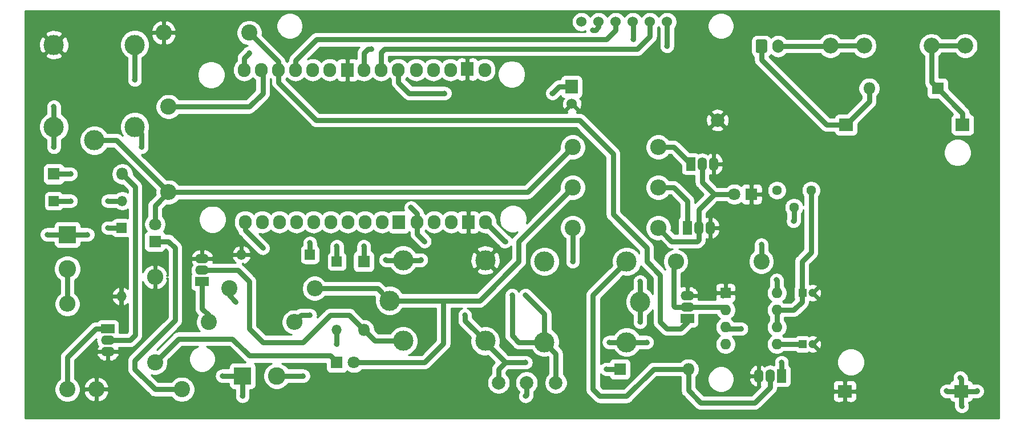
<source format=gbr>
%TF.GenerationSoftware,KiCad,Pcbnew,5.1.7-a382d34a8~87~ubuntu18.04.1*%
%TF.CreationDate,2020-10-27T09:38:10-03:00*%
%TF.ProjectId,Disp_Sec_V_1,44697370-5f53-4656-935f-565f312e6b69,1.1*%
%TF.SameCoordinates,Original*%
%TF.FileFunction,Copper,L2,Bot*%
%TF.FilePolarity,Positive*%
%FSLAX46Y46*%
G04 Gerber Fmt 4.6, Leading zero omitted, Abs format (unit mm)*
G04 Created by KiCad (PCBNEW 5.1.7-a382d34a8~87~ubuntu18.04.1) date 2020-10-27 09:38:10*
%MOMM*%
%LPD*%
G01*
G04 APERTURE LIST*
%TA.AperFunction,ComponentPad*%
%ADD10C,2.350000*%
%TD*%
%TA.AperFunction,ComponentPad*%
%ADD11C,2.000000*%
%TD*%
%TA.AperFunction,ComponentPad*%
%ADD12O,2.400000X2.400000*%
%TD*%
%TA.AperFunction,ComponentPad*%
%ADD13C,2.400000*%
%TD*%
%TA.AperFunction,ComponentPad*%
%ADD14C,2.600000*%
%TD*%
%TA.AperFunction,ComponentPad*%
%ADD15R,2.600000X2.600000*%
%TD*%
%TA.AperFunction,ComponentPad*%
%ADD16R,2.000000X1.400000*%
%TD*%
%TA.AperFunction,ComponentPad*%
%ADD17O,2.000000X1.400000*%
%TD*%
%TA.AperFunction,ComponentPad*%
%ADD18O,1.800000X1.800000*%
%TD*%
%TA.AperFunction,ComponentPad*%
%ADD19R,1.800000X1.800000*%
%TD*%
%TA.AperFunction,ComponentPad*%
%ADD20O,1.900000X2.100000*%
%TD*%
%TA.AperFunction,ComponentPad*%
%ADD21R,1.900000X2.100000*%
%TD*%
%TA.AperFunction,ComponentPad*%
%ADD22R,1.400000X2.000000*%
%TD*%
%TA.AperFunction,ComponentPad*%
%ADD23O,1.400000X2.000000*%
%TD*%
%TA.AperFunction,ComponentPad*%
%ADD24C,3.000000*%
%TD*%
%TA.AperFunction,ComponentPad*%
%ADD25C,1.524000*%
%TD*%
%TA.AperFunction,ComponentPad*%
%ADD26R,2.100000X1.900000*%
%TD*%
%TA.AperFunction,ComponentPad*%
%ADD27O,1.500000X1.500000*%
%TD*%
%TA.AperFunction,ComponentPad*%
%ADD28R,1.500000X1.500000*%
%TD*%
%TA.AperFunction,ComponentPad*%
%ADD29O,1.600000X1.600000*%
%TD*%
%TA.AperFunction,ComponentPad*%
%ADD30R,1.600000X1.600000*%
%TD*%
%TA.AperFunction,ComponentPad*%
%ADD31C,1.440000*%
%TD*%
%TA.AperFunction,ComponentPad*%
%ADD32O,1.700000X2.000000*%
%TD*%
%TA.AperFunction,ComponentPad*%
%ADD33C,1.800000*%
%TD*%
%TA.AperFunction,ComponentPad*%
%ADD34C,1.200000*%
%TD*%
%TA.AperFunction,ComponentPad*%
%ADD35R,1.200000X1.200000*%
%TD*%
%TA.AperFunction,ViaPad*%
%ADD36C,0.800000*%
%TD*%
%TA.AperFunction,Conductor*%
%ADD37C,0.800000*%
%TD*%
%TA.AperFunction,Conductor*%
%ADD38C,0.254000*%
%TD*%
%TA.AperFunction,Conductor*%
%ADD39C,0.100000*%
%TD*%
G04 APERTURE END LIST*
D10*
%TO.P,F1,1*%
%TO.N,Net-(D2-Pad1)*%
X221257600Y-68922700D03*
X216257600Y-68922700D03*
%TO.P,F1,2*%
%TO.N,Net-(F1-Pad2)*%
X206257600Y-68922700D03*
X201257600Y-68922700D03*
%TD*%
D11*
%TO.P,TP4,1*%
%TO.N,+3V3*%
X152000000Y-119000000D03*
%TD*%
%TO.P,TP3,1*%
%TO.N,+12V*%
X156150000Y-119000000D03*
%TD*%
%TO.P,TP2,1*%
%TO.N,/VCC_CONT*%
X160500000Y-119000000D03*
%TD*%
%TO.P,TP1,1*%
%TO.N,GND*%
X184500000Y-80000000D03*
%TD*%
D12*
%TO.P,R7,2*%
%TO.N,Net-(J3-Pad2)*%
X121700000Y-110000000D03*
D13*
%TO.P,R7,1*%
%TO.N,Net-(Q5-Pad1)*%
X109000000Y-110000000D03*
%TD*%
D14*
%TO.P,J2,2*%
%TO.N,Net-(J2-Pad2)*%
X88000000Y-102080000D03*
D15*
%TO.P,J2,1*%
%TO.N,+12V*%
X88000000Y-97000000D03*
%TD*%
D16*
%TO.P,Q4,1*%
%TO.N,Net-(Q4-Pad1)*%
X94000000Y-111000000D03*
D17*
%TO.P,Q4,3*%
%TO.N,GND*%
X94000000Y-114400000D03*
%TO.P,Q4,2*%
%TO.N,Net-(D7-Pad2)*%
X94000000Y-112700000D03*
%TD*%
D12*
%TO.P,R6,2*%
%TO.N,Net-(J2-Pad2)*%
X88000000Y-107300000D03*
D13*
%TO.P,R6,1*%
%TO.N,Net-(Q4-Pad1)*%
X88000000Y-120000000D03*
%TD*%
D18*
%TO.P,D1,2*%
%TO.N,Net-(D1-Pad2)*%
X180160000Y-117000000D03*
D19*
%TO.P,D1,1*%
%TO.N,+12V*%
X170000000Y-117000000D03*
%TD*%
D20*
%TO.P,U1,30*%
%TO.N,/CE*%
X114243100Y-72528600D03*
D21*
%TO.P,U1,24*%
%TO.N,GND*%
X129572000Y-72554000D03*
%TO.P,U1,17*%
X147352000Y-72427000D03*
%TO.P,U1,14*%
X147479000Y-95160000D03*
D20*
%TO.P,U1,1*%
%TO.N,Net-(R2-Pad1)*%
X114370100Y-95134600D03*
D21*
%TO.P,U1,10*%
%TO.N,Net-(U1-Pad10)*%
X137192000Y-95160000D03*
D20*
%TO.P,U1,25*%
%TO.N,Net-(U1-Pad25)*%
X126943100Y-72528600D03*
%TO.P,U1,18*%
%TO.N,Net-(U1-Pad18)*%
X144850100Y-72528600D03*
%TO.P,U1,19*%
%TO.N,Net-(U1-Pad19)*%
X142310100Y-72528600D03*
%TO.P,U1,22*%
%TO.N,/MOSI*%
X134563100Y-72528600D03*
%TO.P,U1,20*%
%TO.N,Net-(U1-Pad20)*%
X139770100Y-72528600D03*
%TO.P,U1,29*%
%TO.N,/ALARM_PIN*%
X116783100Y-72528600D03*
%TO.P,U1,23*%
%TO.N,/SCK*%
X132023100Y-72528600D03*
%TO.P,U1,28*%
%TO.N,/RST*%
X119323100Y-72528600D03*
%TO.P,U1,26*%
%TO.N,Net-(U1-Pad26)*%
X124403100Y-72528600D03*
%TO.P,U1,27*%
%TO.N,/CSN*%
X121863100Y-72528600D03*
%TO.P,U1,16*%
%TO.N,Net-(U1-Pad16)*%
X149930100Y-72528600D03*
%TO.P,U1,21*%
%TO.N,/MISO*%
X137103100Y-72528600D03*
%TO.P,U1,11*%
%TO.N,+3V3*%
X139897100Y-95134600D03*
%TO.P,U1,15*%
%TO.N,/VCC_CONT*%
X150057100Y-95134600D03*
%TO.P,U1,12*%
%TO.N,Net-(U1-Pad12)*%
X142437100Y-95134600D03*
%TO.P,U1,13*%
%TO.N,Net-(U1-Pad13)*%
X144977100Y-95134600D03*
%TO.P,U1,3*%
%TO.N,Net-(U1-Pad3)*%
X119450100Y-95134600D03*
%TO.P,U1,7*%
%TO.N,Net-(U1-Pad7)*%
X129610100Y-95134600D03*
%TO.P,U1,9*%
%TO.N,Net-(U1-Pad9)*%
X134690100Y-95134600D03*
%TO.P,U1,5*%
%TO.N,Net-(U1-Pad5)*%
X124530100Y-95134600D03*
%TO.P,U1,4*%
%TO.N,Net-(U1-Pad4)*%
X121990100Y-95134600D03*
%TO.P,U1,2*%
%TO.N,Net-(U1-Pad2)*%
X116910100Y-95134600D03*
%TO.P,U1,8*%
%TO.N,Net-(U1-Pad8)*%
X132150100Y-95134600D03*
%TO.P,U1,6*%
%TO.N,Net-(U1-Pad6)*%
X127070100Y-95134600D03*
%TD*%
D22*
%TO.P,Q6,1*%
%TO.N,Net-(Q6-Pad1)*%
X180000000Y-96000000D03*
D23*
%TO.P,Q6,3*%
%TO.N,GND*%
X183400000Y-96000000D03*
%TO.P,Q6,2*%
%TO.N,Net-(D9-Pad2)*%
X181700000Y-96000000D03*
%TD*%
D18*
%TO.P,D7,2*%
%TO.N,Net-(D7-Pad2)*%
X96160000Y-88000000D03*
D19*
%TO.P,D7,1*%
%TO.N,+12V*%
X86000000Y-88000000D03*
%TD*%
D24*
%TO.P,K3,11*%
%TO.N,/FALLA*%
X135830000Y-106810000D03*
%TO.P,K3,A2*%
%TO.N,+12V*%
X137830000Y-100810000D03*
%TO.P,K3,12*%
%TO.N,GND*%
X150030000Y-100810000D03*
%TO.P,K3,14*%
%TO.N,+3V3*%
X150030000Y-112810000D03*
%TO.P,K3,A1*%
%TO.N,Net-(D8-Pad2)*%
X137830000Y-112810000D03*
%TD*%
D18*
%TO.P,D8,2*%
%TO.N,Net-(D8-Pad2)*%
X132000000Y-111160000D03*
D19*
%TO.P,D8,1*%
%TO.N,+12V*%
X132000000Y-101000000D03*
%TD*%
D21*
%TO.P,U3,2*%
%TO.N,/VCC_CONT*%
X162820000Y-75032000D03*
D25*
%TO.P,U3,8*%
%TO.N,Net-(U3-Pad8)*%
X164305900Y-65380000D03*
%TO.P,U3,7*%
%TO.N,/MISO*%
X177005900Y-65380000D03*
%TO.P,U3,6*%
%TO.N,/MOSI*%
X174465900Y-65380000D03*
%TO.P,U3,5*%
%TO.N,/SCK*%
X171925900Y-65380000D03*
%TO.P,U3,4*%
%TO.N,/CSN*%
X169385900Y-65380000D03*
%TO.P,U3,3*%
%TO.N,/CE*%
X166845900Y-65380000D03*
%TO.P,U3,1*%
%TO.N,GND*%
X162883500Y-77559300D03*
%TD*%
D14*
%TO.P,J3,2*%
%TO.N,Net-(J3-Pad2)*%
X119080000Y-118000000D03*
D15*
%TO.P,J3,1*%
%TO.N,+12V*%
X114000000Y-118000000D03*
%TD*%
D16*
%TO.P,Q5,1*%
%TO.N,Net-(Q5-Pad1)*%
X108000000Y-104000000D03*
D17*
%TO.P,Q5,3*%
%TO.N,GND*%
X108000000Y-100600000D03*
%TO.P,Q5,2*%
%TO.N,Net-(D8-Pad2)*%
X108000000Y-102300000D03*
%TD*%
D24*
%TO.P,K1,11*%
%TO.N,+12V*%
X173000000Y-107000000D03*
%TO.P,K1,A2*%
X171000000Y-113000000D03*
%TO.P,K1,12*%
%TO.N,/VCC_CONT*%
X158800000Y-113000000D03*
%TO.P,K1,14*%
%TO.N,Net-(K1-Pad14)*%
X158800000Y-101000000D03*
%TO.P,K1,A1*%
%TO.N,Net-(D1-Pad2)*%
X171000000Y-101000000D03*
%TD*%
D16*
%TO.P,Q1,1*%
%TO.N,/RST*%
X180000000Y-109470000D03*
D17*
%TO.P,Q1,3*%
%TO.N,GND*%
X180000000Y-106070000D03*
%TO.P,Q1,2*%
%TO.N,Net-(Q1-Pad2)*%
X180000000Y-107770000D03*
%TD*%
D26*
%TO.P,U4,3*%
%TO.N,GND*%
X203371100Y-120277600D03*
%TO.P,U4,4*%
%TO.N,+12V*%
X220668500Y-120264900D03*
%TO.P,U4,2*%
%TO.N,Net-(D2-Pad1)*%
X220859000Y-80679000D03*
%TO.P,U4,1*%
%TO.N,Net-(D2-Pad2)*%
X203561600Y-80691700D03*
%TD*%
D27*
%TO.P,D6,2*%
%TO.N,GND*%
X113840000Y-100000000D03*
D28*
%TO.P,D6,1*%
%TO.N,+12V*%
X124000000Y-100000000D03*
%TD*%
D29*
%TO.P,U2,8*%
%TO.N,+12V*%
X193300000Y-105660000D03*
%TO.P,U2,4*%
%TO.N,VCC*%
X185680000Y-113280000D03*
%TO.P,U2,7*%
%TO.N,Net-(C2-Pad1)*%
X193300000Y-108200000D03*
%TO.P,U2,3*%
%TO.N,Net-(Q2-Pad1)*%
X185680000Y-110740000D03*
%TO.P,U2,6*%
%TO.N,Net-(C2-Pad1)*%
X193300000Y-110740000D03*
%TO.P,U2,2*%
%TO.N,Net-(Q1-Pad2)*%
X185680000Y-108200000D03*
%TO.P,U2,5*%
%TO.N,Net-(C1-Pad1)*%
X193300000Y-113280000D03*
D30*
%TO.P,U2,1*%
%TO.N,GND*%
X185680000Y-105660000D03*
%TD*%
D31*
%TO.P,RV1,3*%
%TO.N,Net-(RV1-Pad3)*%
X193300000Y-90420000D03*
%TO.P,RV1,2*%
%TO.N,+12V*%
X195840000Y-92960000D03*
%TO.P,RV1,1*%
%TO.N,Net-(C2-Pad1)*%
X198380000Y-90420000D03*
%TD*%
D12*
%TO.P,R11,2*%
%TO.N,GND*%
X101000000Y-103300000D03*
D13*
%TO.P,R11,1*%
%TO.N,Net-(D11-Pad1)*%
X101000000Y-116000000D03*
%TD*%
D12*
%TO.P,R10,2*%
%TO.N,GND*%
X92300000Y-120000000D03*
D13*
%TO.P,R10,1*%
%TO.N,Net-(D10-Pad1)*%
X105000000Y-120000000D03*
%TD*%
D12*
%TO.P,R9,2*%
%TO.N,Net-(D9-Pad2)*%
X175700000Y-96000000D03*
D13*
%TO.P,R9,1*%
%TO.N,+3V3*%
X163000000Y-96000000D03*
%TD*%
D12*
%TO.P,R8,2*%
%TO.N,Net-(Q6-Pad1)*%
X175700000Y-90000000D03*
D13*
%TO.P,R8,1*%
%TO.N,/FALLA*%
X163000000Y-90000000D03*
%TD*%
D12*
%TO.P,R5,2*%
%TO.N,Net-(Q3-Pad1)*%
X175700000Y-84000000D03*
D13*
%TO.P,R5,1*%
%TO.N,/ALARMA*%
X163000000Y-84000000D03*
%TD*%
D12*
%TO.P,R4,2*%
%TO.N,/ALARMA*%
X103000000Y-90700000D03*
D13*
%TO.P,R4,1*%
%TO.N,/ALARM_PIN*%
X103000000Y-78000000D03*
%TD*%
D12*
%TO.P,R3,2*%
%TO.N,GND*%
X102300000Y-67000000D03*
D13*
%TO.P,R3,1*%
%TO.N,/RST*%
X115000000Y-67000000D03*
%TD*%
D12*
%TO.P,R2,2*%
%TO.N,/FALLA*%
X124700000Y-105000000D03*
D13*
%TO.P,R2,1*%
%TO.N,Net-(R2-Pad1)*%
X112000000Y-105000000D03*
%TD*%
D12*
%TO.P,R1,2*%
%TO.N,Net-(Q1-Pad2)*%
X178300000Y-101000000D03*
D13*
%TO.P,R1,1*%
%TO.N,+12V*%
X191000000Y-101000000D03*
%TD*%
D22*
%TO.P,Q3,1*%
%TO.N,Net-(Q3-Pad1)*%
X180500000Y-86500000D03*
D23*
%TO.P,Q3,3*%
%TO.N,GND*%
X183900000Y-86500000D03*
%TO.P,Q3,2*%
%TO.N,Net-(D9-Pad2)*%
X182200000Y-86500000D03*
%TD*%
D22*
%TO.P,Q2,1*%
%TO.N,Net-(Q2-Pad1)*%
X194000000Y-118000000D03*
D23*
%TO.P,Q2,3*%
%TO.N,GND*%
X190600000Y-118000000D03*
%TO.P,Q2,2*%
%TO.N,Net-(D1-Pad2)*%
X192300000Y-118000000D03*
%TD*%
D24*
%TO.P,K2,11*%
%TO.N,/ALARMA*%
X92000000Y-83000000D03*
%TO.P,K2,A2*%
%TO.N,+12V*%
X86000000Y-81000000D03*
%TO.P,K2,12*%
%TO.N,GND*%
X86000000Y-68800000D03*
%TO.P,K2,14*%
%TO.N,+3V3*%
X98000000Y-68800000D03*
%TO.P,K2,A1*%
%TO.N,Net-(D7-Pad2)*%
X98000000Y-81000000D03*
%TD*%
D32*
%TO.P,J1,2*%
%TO.N,Net-(F1-Pad2)*%
X193500000Y-69000000D03*
%TO.P,J1,1*%
%TO.N,Net-(D2-Pad2)*%
%TA.AperFunction,ComponentPad*%
G36*
G01*
X190150000Y-69750000D02*
X190150000Y-68250000D01*
G75*
G02*
X190400000Y-68000000I250000J0D01*
G01*
X191600000Y-68000000D01*
G75*
G02*
X191850000Y-68250000I0J-250000D01*
G01*
X191850000Y-69750000D01*
G75*
G02*
X191600000Y-70000000I-250000J0D01*
G01*
X190400000Y-70000000D01*
G75*
G02*
X190150000Y-69750000I0J250000D01*
G01*
G37*
%TD.AperFunction*%
%TD*%
D33*
%TO.P,D11,2*%
%TO.N,/FALLA*%
X130540000Y-116000000D03*
D19*
%TO.P,D11,1*%
%TO.N,Net-(D11-Pad1)*%
X128000000Y-116000000D03*
%TD*%
D33*
%TO.P,D10,2*%
%TO.N,/ALARMA*%
X101000000Y-95460000D03*
D19*
%TO.P,D10,1*%
%TO.N,Net-(D10-Pad1)*%
X101000000Y-98000000D03*
%TD*%
D33*
%TO.P,D9,2*%
%TO.N,Net-(D9-Pad2)*%
X187000000Y-91000000D03*
D19*
%TO.P,D9,1*%
%TO.N,GND*%
X189540000Y-91000000D03*
%TD*%
D27*
%TO.P,D5,2*%
%TO.N,+12V*%
X128000000Y-111160000D03*
D28*
%TO.P,D5,1*%
X128000000Y-101000000D03*
%TD*%
D27*
%TO.P,D4,2*%
%TO.N,GND*%
X96000000Y-106160000D03*
D28*
%TO.P,D4,1*%
%TO.N,+12V*%
X96000000Y-96000000D03*
%TD*%
D27*
%TO.P,D3,2*%
%TO.N,+12V*%
X96160000Y-92000000D03*
D28*
%TO.P,D3,1*%
X86000000Y-92000000D03*
%TD*%
D18*
%TO.P,D2,2*%
%TO.N,Net-(D2-Pad2)*%
X207000000Y-75260000D03*
D19*
%TO.P,D2,1*%
%TO.N,Net-(D2-Pad1)*%
X217160000Y-75260000D03*
%TD*%
D34*
%TO.P,C2,2*%
%TO.N,GND*%
X198610000Y-105660000D03*
D35*
%TO.P,C2,1*%
%TO.N,Net-(C2-Pad1)*%
X197110000Y-105660000D03*
%TD*%
D34*
%TO.P,C1,2*%
%TO.N,GND*%
X198610000Y-113280000D03*
D35*
%TO.P,C1,1*%
%TO.N,Net-(C1-Pad1)*%
X197110000Y-113280000D03*
%TD*%
D36*
%TO.N,+12V*%
X223000000Y-120250000D03*
X218500000Y-120250000D03*
X173000000Y-104000000D03*
X173000000Y-110000000D03*
X174000000Y-113000000D03*
X168400000Y-113000000D03*
X111000000Y-118000000D03*
X114000000Y-121000000D03*
X91000000Y-97000000D03*
X85000000Y-97000000D03*
X195750000Y-95000000D03*
X191000000Y-98500000D03*
X193250000Y-103750000D03*
X168000000Y-117000000D03*
X156000000Y-121000000D03*
X132000000Y-98750000D03*
X124000000Y-98250000D03*
X140500000Y-100750000D03*
X135250000Y-100750000D03*
X220750000Y-122500000D03*
X220500000Y-118250000D03*
X86000000Y-78000000D03*
X86000000Y-84000000D03*
X88500000Y-88000000D03*
X88500000Y-92000000D03*
X94000000Y-92000000D03*
X128000000Y-98750000D03*
X128000000Y-113250000D03*
X94000000Y-96000000D03*
%TO.N,+3V3*%
X98000000Y-74000000D03*
%TO.N,/VCC_CONT*%
X154000000Y-106000000D03*
X156000000Y-106000000D03*
X160000000Y-76000000D03*
X153000000Y-98000000D03*
%TO.N,+3V3*%
X98000000Y-68800000D03*
X147000000Y-109000000D03*
X139000000Y-93000000D03*
X141000000Y-98000000D03*
X156000000Y-116000000D03*
X163000000Y-101000000D03*
%TO.N,Net-(D7-Pad2)*%
X99000000Y-84000000D03*
%TO.N,Net-(Q2-Pad1)*%
X194000000Y-116000000D03*
X188000000Y-111000000D03*
%TO.N,/MISO*%
X177000000Y-69000000D03*
X144000000Y-76000000D03*
%TO.N,/SCK*%
X172000000Y-68000000D03*
X133099990Y-69400010D03*
%TO.N,/CE*%
X166000000Y-66600000D03*
X115000000Y-70000000D03*
%TO.N,Net-(J3-Pad2)*%
X123000000Y-118000000D03*
X124000000Y-109000000D03*
%TO.N,Net-(R2-Pad1)*%
X113000000Y-107000000D03*
X117000000Y-99000000D03*
%TD*%
D37*
%TO.N,+12V*%
X220668500Y-120264900D02*
X222985100Y-120264900D01*
X222985100Y-120264900D02*
X223000000Y-120250000D01*
X220668500Y-120264900D02*
X218514900Y-120264900D01*
X218514900Y-120264900D02*
X218500000Y-120250000D01*
X173000000Y-107000000D02*
X173000000Y-104000000D01*
X173000000Y-107000000D02*
X173000000Y-110000000D01*
X171000000Y-113000000D02*
X174000000Y-113000000D01*
X171000000Y-113000000D02*
X168400000Y-113000000D01*
X114000000Y-118000000D02*
X111000000Y-118000000D01*
X114000000Y-118000000D02*
X114000000Y-121000000D01*
X88000000Y-97000000D02*
X91000000Y-97000000D01*
X88000000Y-97000000D02*
X85000000Y-97000000D01*
X195840000Y-92960000D02*
X195840000Y-94910000D01*
X195840000Y-94910000D02*
X195750000Y-95000000D01*
X191000000Y-101000000D02*
X191000000Y-98500000D01*
X193300000Y-105660000D02*
X193300000Y-103800000D01*
X193300000Y-103800000D02*
X193250000Y-103750000D01*
X170000000Y-117000000D02*
X168000000Y-117000000D01*
X156150000Y-119000000D02*
X156150000Y-120850000D01*
X156150000Y-120850000D02*
X156000000Y-121000000D01*
X132000000Y-101000000D02*
X132000000Y-98750000D01*
X124000000Y-100000000D02*
X124000000Y-98250000D01*
X137830000Y-100810000D02*
X140440000Y-100810000D01*
X140440000Y-100810000D02*
X140500000Y-100750000D01*
X137830000Y-100810000D02*
X135310000Y-100810000D01*
X135310000Y-100810000D02*
X135250000Y-100750000D01*
X220668500Y-122418500D02*
X220750000Y-122500000D01*
X220668500Y-120264900D02*
X220668500Y-122418500D01*
X220668500Y-120264900D02*
X220668500Y-118418500D01*
X220668500Y-118418500D02*
X220500000Y-118250000D01*
X86000000Y-81000000D02*
X86000000Y-78000000D01*
X86000000Y-81000000D02*
X86000000Y-84000000D01*
X86000000Y-88000000D02*
X88500000Y-88000000D01*
X86000000Y-92000000D02*
X88500000Y-92000000D01*
X96160000Y-92000000D02*
X94000000Y-92000000D01*
X128000000Y-101000000D02*
X128000000Y-98750000D01*
X128000000Y-111160000D02*
X128000000Y-113250000D01*
X96000000Y-96000000D02*
X94000000Y-96000000D01*
%TO.N,/VCC_CONT*%
X160500000Y-114700000D02*
X158800000Y-113000000D01*
X160500000Y-119000000D02*
X160500000Y-114700000D01*
X154000000Y-106000000D02*
X154000000Y-112000000D01*
X155000000Y-113000000D02*
X158800000Y-113000000D01*
X154000000Y-112000000D02*
X155000000Y-113000000D01*
X158800000Y-108800000D02*
X158800000Y-113000000D01*
X156000000Y-106000000D02*
X158800000Y-108800000D01*
X160000000Y-76000000D02*
X161000000Y-75000000D01*
X161032000Y-75032000D02*
X162820000Y-75032000D01*
X161000000Y-75000000D02*
X161032000Y-75032000D01*
X152922500Y-98000000D02*
X150057100Y-95134600D01*
X153000000Y-98000000D02*
X152922500Y-98000000D01*
%TO.N,Net-(D1-Pad2)*%
X175000000Y-117000000D02*
X180160000Y-117000000D01*
X167000000Y-121000000D02*
X171000000Y-121000000D01*
X171000000Y-121000000D02*
X175000000Y-117000000D01*
X166000000Y-120000000D02*
X167000000Y-121000000D01*
X171000000Y-101000000D02*
X166000000Y-106000000D01*
X166000000Y-106000000D02*
X166000000Y-120000000D01*
X180160000Y-117000000D02*
X180160000Y-120160000D01*
X180160000Y-120160000D02*
X182000000Y-122000000D01*
X182000000Y-122000000D02*
X190000000Y-122000000D01*
X192300000Y-119700000D02*
X190000000Y-122000000D01*
X192300000Y-118000000D02*
X192300000Y-119700000D01*
%TO.N,/ALARMA*%
X156300000Y-90700000D02*
X163000000Y-84000000D01*
X103000000Y-90700000D02*
X156300000Y-90700000D01*
X101000000Y-92700000D02*
X103000000Y-90700000D01*
X101000000Y-95460000D02*
X101000000Y-92700000D01*
X95300000Y-83000000D02*
X92000000Y-83000000D01*
X103000000Y-90700000D02*
X95300000Y-83000000D01*
%TO.N,GND*%
X185270000Y-106070000D02*
X185680000Y-105660000D01*
X180000000Y-106070000D02*
X179699999Y-105769999D01*
X147729999Y-95410999D02*
X147479000Y-95160000D01*
%TO.N,+3V3*%
X140000000Y-95237500D02*
X139897100Y-95134600D01*
X98000000Y-74000000D02*
X98000000Y-68800000D01*
X147000000Y-109780000D02*
X150030000Y-112810000D01*
X147000000Y-109000000D02*
X147000000Y-109780000D01*
X150030000Y-112810000D02*
X150030000Y-113030000D01*
X150030000Y-113030000D02*
X153000000Y-116000000D01*
X139897100Y-95134600D02*
X139897100Y-93897100D01*
X139897100Y-93897100D02*
X139000000Y-93000000D01*
X139897100Y-95134600D02*
X139897100Y-96897100D01*
X139897100Y-96897100D02*
X141000000Y-98000000D01*
X153000000Y-116000000D02*
X156000000Y-116000000D01*
X152000000Y-117000000D02*
X153000000Y-116000000D01*
X152000000Y-119000000D02*
X152000000Y-117000000D01*
X163000000Y-101000000D02*
X163000000Y-96000000D01*
%TO.N,Net-(D7-Pad2)*%
X99000000Y-82000000D02*
X98000000Y-81000000D01*
X99000000Y-84000000D02*
X99000000Y-82000000D01*
X98080000Y-89920000D02*
X96160000Y-88000000D01*
X94000000Y-112700000D02*
X97300000Y-112700000D01*
X97300000Y-112700000D02*
X98080000Y-111920000D01*
X98080000Y-111920000D02*
X98080000Y-89920000D01*
%TO.N,/FALLA*%
X135830000Y-106810000D02*
X136810000Y-106810000D01*
X135830000Y-107405998D02*
X135830000Y-106810000D01*
X155000000Y-101000000D02*
X149190000Y-106810000D01*
X163000000Y-90000000D02*
X155000000Y-98000000D01*
X155000000Y-98000000D02*
X155000000Y-101000000D01*
X135830000Y-106810000D02*
X134020000Y-105000000D01*
X134020000Y-105000000D02*
X124700000Y-105000000D01*
X130540000Y-116000000D02*
X141000000Y-116000000D01*
X143810000Y-113190000D02*
X143810000Y-106810000D01*
X141000000Y-116000000D02*
X143810000Y-113190000D01*
X149190000Y-106810000D02*
X143810000Y-106810000D01*
X143810000Y-106810000D02*
X135830000Y-106810000D01*
%TO.N,Net-(D8-Pad2)*%
X133650000Y-112810000D02*
X132000000Y-111160000D01*
X137830000Y-112810000D02*
X133650000Y-112810000D01*
X115000000Y-104000000D02*
X113300000Y-102300000D01*
X129840000Y-109000000D02*
X127000000Y-109000000D01*
X132000000Y-111160000D02*
X129840000Y-109000000D01*
X115000000Y-111000000D02*
X115000000Y-104000000D01*
X127000000Y-109000000D02*
X123000000Y-113000000D01*
X113300000Y-102300000D02*
X108000000Y-102300000D01*
X123000000Y-113000000D02*
X117000000Y-113000000D01*
X117000000Y-113000000D02*
X115000000Y-111000000D01*
%TO.N,Net-(C2-Pad1)*%
X193300000Y-108200000D02*
X193300000Y-110740000D01*
X195800000Y-108200000D02*
X193300000Y-108200000D01*
X197009999Y-100990001D02*
X197009999Y-106990001D01*
X197009999Y-106990001D02*
X195800000Y-108200000D01*
X198380000Y-90420000D02*
X198380000Y-99620000D01*
X198380000Y-99620000D02*
X197009999Y-100990001D01*
%TO.N,Net-(Q2-Pad1)*%
X194000000Y-118000000D02*
X194000000Y-116000000D01*
X185940000Y-111000000D02*
X185680000Y-110740000D01*
X188000000Y-111000000D02*
X185940000Y-111000000D01*
%TO.N,Net-(Q1-Pad2)*%
X185250000Y-107770000D02*
X185680000Y-108200000D01*
X180000000Y-107770000D02*
X185250000Y-107770000D01*
X177999990Y-101300010D02*
X178300000Y-101000000D01*
X177999990Y-107569990D02*
X177999990Y-101300010D01*
X178200000Y-107770000D02*
X177999990Y-107569990D01*
X180000000Y-107770000D02*
X178200000Y-107770000D01*
%TO.N,Net-(C1-Pad1)*%
X193300000Y-113280000D02*
X197009999Y-113280000D01*
%TO.N,/MISO*%
X177000000Y-65385900D02*
X177005900Y-65380000D01*
X177000000Y-69000000D02*
X177000000Y-65385900D01*
X138724500Y-76000000D02*
X137103100Y-74378600D01*
X137103100Y-74378600D02*
X137103100Y-72528600D01*
X144000000Y-76000000D02*
X138724500Y-76000000D01*
%TO.N,/MOSI*%
X172599990Y-69400010D02*
X174465900Y-67534100D01*
X135099990Y-69400010D02*
X172599990Y-69400010D01*
X134563100Y-72528600D02*
X134563100Y-69936900D01*
X174465900Y-67534100D02*
X174465900Y-65380000D01*
X134563100Y-69936900D02*
X135099990Y-69400010D01*
%TO.N,/SCK*%
X172000000Y-65454100D02*
X171925900Y-65380000D01*
X172000000Y-68000000D02*
X172000000Y-65454100D01*
X132023100Y-72528600D02*
X132023100Y-70023100D01*
X132023100Y-70023100D02*
X132646190Y-69400010D01*
X132646190Y-69400010D02*
X133099990Y-69400010D01*
%TO.N,/CSN*%
X121863100Y-71136900D02*
X125000000Y-68000000D01*
X121863100Y-72528600D02*
X121863100Y-71136900D01*
X125000000Y-68000000D02*
X168000000Y-68000000D01*
X169385900Y-66614100D02*
X169385900Y-65380000D01*
X168000000Y-68000000D02*
X169385900Y-66614100D01*
%TO.N,/CE*%
X166000000Y-66600000D02*
X166400000Y-66600000D01*
X166845900Y-66154100D02*
X166845900Y-65380000D01*
X166400000Y-66600000D02*
X166845900Y-66154100D01*
X114243100Y-72528600D02*
X114243100Y-70756900D01*
X114243100Y-70756900D02*
X115000000Y-70000000D01*
%TO.N,Net-(D2-Pad2)*%
X207000000Y-77253300D02*
X203561600Y-80691700D01*
X207000000Y-75260000D02*
X207000000Y-77253300D01*
X191000000Y-69000000D02*
X191000000Y-71000000D01*
X200691700Y-80691700D02*
X203561600Y-80691700D01*
X191000000Y-71000000D02*
X200691700Y-80691700D01*
%TO.N,Net-(D2-Pad1)*%
X221257600Y-68922700D02*
X216257600Y-68922700D01*
X216257600Y-74357600D02*
X217160000Y-75260000D01*
X216257600Y-68922700D02*
X216257600Y-74357600D01*
X220859000Y-78959000D02*
X217160000Y-75260000D01*
X220859000Y-80679000D02*
X220859000Y-78959000D01*
%TO.N,Net-(D9-Pad2)*%
X175700000Y-96000000D02*
X177700001Y-98000001D01*
X181700000Y-97800000D02*
X181700000Y-96000000D01*
X181500001Y-98000001D02*
X181700000Y-97800000D01*
X177700001Y-98000001D02*
X181500001Y-98000001D01*
X181700000Y-96000000D02*
X181700000Y-93300000D01*
X184000000Y-91000000D02*
X187000000Y-91000000D01*
X181700000Y-93300000D02*
X184000000Y-91000000D01*
X182200000Y-89200000D02*
X184000000Y-91000000D01*
X182200000Y-86500000D02*
X182200000Y-89200000D01*
%TO.N,Net-(D10-Pad1)*%
X103000000Y-98000000D02*
X101000000Y-98000000D01*
X101000000Y-120000000D02*
X98000000Y-117000000D01*
X105000000Y-120000000D02*
X101000000Y-120000000D01*
X104000000Y-99000000D02*
X103000000Y-98000000D01*
X98000000Y-117000000D02*
X98000000Y-115743998D01*
X104000000Y-109743998D02*
X104000000Y-99000000D01*
X98000000Y-115743998D02*
X104000000Y-109743998D01*
%TO.N,Net-(D11-Pad1)*%
X127899998Y-116000000D02*
X127449999Y-115550001D01*
X128000000Y-116000000D02*
X127899998Y-116000000D01*
X104000000Y-113000000D02*
X101000000Y-116000000D01*
X104500000Y-112500000D02*
X104000000Y-113000000D01*
X112500000Y-112500000D02*
X104500000Y-112500000D01*
X115000000Y-115000000D02*
X112500000Y-112500000D01*
X128000000Y-116000000D02*
X127000000Y-115000000D01*
X127000000Y-115000000D02*
X115000000Y-115000000D01*
%TO.N,Net-(F1-Pad2)*%
X201180300Y-69000000D02*
X201257600Y-68922700D01*
X193500000Y-69000000D02*
X201180300Y-69000000D01*
X201257600Y-68922700D02*
X206257600Y-68922700D01*
%TO.N,Net-(J2-Pad2)*%
X88000000Y-102080000D02*
X88000000Y-107300000D01*
%TO.N,Net-(J3-Pad2)*%
X123000000Y-118000000D02*
X119080000Y-118000000D01*
X122700000Y-109000000D02*
X121700000Y-110000000D01*
X124000000Y-109000000D02*
X122700000Y-109000000D01*
%TO.N,/RST*%
X119323100Y-71323100D02*
X115000000Y-67000000D01*
X119323100Y-72528600D02*
X119323100Y-71323100D01*
X180000000Y-109470000D02*
X180000000Y-110000000D01*
X180000000Y-110000000D02*
X179000000Y-111000000D01*
X179000000Y-111000000D02*
X177000000Y-111000000D01*
X177000000Y-111000000D02*
X176000000Y-110000000D01*
X176000000Y-110000000D02*
X176000000Y-103000000D01*
X176000000Y-103000000D02*
X174000000Y-101000000D01*
X174000000Y-101000000D02*
X174000000Y-99000000D01*
X174000000Y-99000000D02*
X169000000Y-94000000D01*
X169000000Y-94000000D02*
X169000000Y-85000000D01*
X169000000Y-85000000D02*
X164000000Y-80000000D01*
X119323100Y-74378600D02*
X119323100Y-72528600D01*
X124944500Y-80000000D02*
X119323100Y-74378600D01*
X164000000Y-80000000D02*
X124944500Y-80000000D01*
%TO.N,Net-(Q3-Pad1)*%
X180500000Y-86500000D02*
X178000000Y-84000000D01*
X178000000Y-84000000D02*
X175700000Y-84000000D01*
%TO.N,Net-(Q4-Pad1)*%
X92200000Y-111000000D02*
X94000000Y-111000000D01*
X88000000Y-115200000D02*
X92200000Y-111000000D01*
X88000000Y-120000000D02*
X88000000Y-115200000D01*
%TO.N,Net-(Q5-Pad1)*%
X109000000Y-110000000D02*
X109000000Y-109000000D01*
X108000000Y-108000000D02*
X108000000Y-104000000D01*
X109000000Y-109000000D02*
X108000000Y-108000000D01*
%TO.N,Net-(Q6-Pad1)*%
X180000000Y-96000000D02*
X180000000Y-92000000D01*
X178000000Y-90000000D02*
X175700000Y-90000000D01*
X180000000Y-92000000D02*
X178000000Y-90000000D01*
%TO.N,Net-(R2-Pad1)*%
X112000000Y-105000000D02*
X112000000Y-106000000D01*
X112000000Y-106000000D02*
X113000000Y-107000000D01*
X114370100Y-96370100D02*
X114370100Y-95134600D01*
X117000000Y-99000000D02*
X114370100Y-96370100D01*
%TO.N,/ALARM_PIN*%
X117000000Y-72745500D02*
X116783100Y-72528600D01*
X117000000Y-76000000D02*
X117000000Y-72745500D01*
X117000000Y-76000000D02*
X115000000Y-78000000D01*
X115000000Y-78000000D02*
X103000000Y-78000000D01*
%TD*%
D38*
%TO.N,GND*%
X226248000Y-124248000D02*
X81752000Y-124248000D01*
X81752000Y-119810207D01*
X86073000Y-119810207D01*
X86073000Y-120189793D01*
X86147053Y-120562085D01*
X86292315Y-120912777D01*
X86503201Y-121228391D01*
X86771609Y-121496799D01*
X87087223Y-121707685D01*
X87437915Y-121852947D01*
X87810207Y-121927000D01*
X88189793Y-121927000D01*
X88562085Y-121852947D01*
X88912777Y-121707685D01*
X89228391Y-121496799D01*
X89496799Y-121228391D01*
X89707685Y-120912777D01*
X89852947Y-120562085D01*
X89871044Y-120471102D01*
X90431473Y-120471102D01*
X90484642Y-120646394D01*
X90645629Y-120988132D01*
X90870192Y-121291897D01*
X91149702Y-121546015D01*
X91473417Y-121740721D01*
X91828897Y-121868532D01*
X92127000Y-121737474D01*
X92127000Y-120173000D01*
X92473000Y-120173000D01*
X92473000Y-121737474D01*
X92771103Y-121868532D01*
X93126583Y-121740721D01*
X93450298Y-121546015D01*
X93729808Y-121291897D01*
X93954371Y-120988132D01*
X94115358Y-120646394D01*
X94168527Y-120471102D01*
X94036654Y-120173000D01*
X92473000Y-120173000D01*
X92127000Y-120173000D01*
X90563346Y-120173000D01*
X90431473Y-120471102D01*
X89871044Y-120471102D01*
X89927000Y-120189793D01*
X89927000Y-119810207D01*
X89871045Y-119528898D01*
X90431473Y-119528898D01*
X90563346Y-119827000D01*
X92127000Y-119827000D01*
X92127000Y-118262526D01*
X92473000Y-118262526D01*
X92473000Y-119827000D01*
X94036654Y-119827000D01*
X94168527Y-119528898D01*
X94115358Y-119353606D01*
X93954371Y-119011868D01*
X93729808Y-118708103D01*
X93450298Y-118453985D01*
X93126583Y-118259279D01*
X92771103Y-118131468D01*
X92473000Y-118262526D01*
X92127000Y-118262526D01*
X91828897Y-118131468D01*
X91473417Y-118259279D01*
X91149702Y-118453985D01*
X90870192Y-118708103D01*
X90645629Y-119011868D01*
X90484642Y-119353606D01*
X90431473Y-119528898D01*
X89871045Y-119528898D01*
X89852947Y-119437915D01*
X89707685Y-119087223D01*
X89496799Y-118771609D01*
X89228391Y-118503201D01*
X89127000Y-118435454D01*
X89127000Y-115666818D01*
X90001363Y-114792455D01*
X92328028Y-114792455D01*
X92334615Y-114858408D01*
X92450281Y-115115973D01*
X92613973Y-115346024D01*
X92819401Y-115539720D01*
X93058670Y-115689617D01*
X93322585Y-115789955D01*
X93601004Y-115836877D01*
X93827000Y-115652923D01*
X93827000Y-114573000D01*
X94173000Y-114573000D01*
X94173000Y-115652923D01*
X94398996Y-115836877D01*
X94677415Y-115789955D01*
X94941330Y-115689617D01*
X95180599Y-115539720D01*
X95386027Y-115346024D01*
X95549719Y-115115973D01*
X95665385Y-114858408D01*
X95671972Y-114792455D01*
X95533174Y-114573000D01*
X94173000Y-114573000D01*
X93827000Y-114573000D01*
X92466826Y-114573000D01*
X92328028Y-114792455D01*
X90001363Y-114792455D01*
X92284918Y-112508901D01*
X92266096Y-112700000D01*
X92293648Y-112979741D01*
X92375245Y-113248731D01*
X92507752Y-113496634D01*
X92548388Y-113546149D01*
X92450281Y-113684027D01*
X92334615Y-113941592D01*
X92328028Y-114007545D01*
X92466826Y-114227000D01*
X93827000Y-114227000D01*
X93827000Y-114207000D01*
X94173000Y-114207000D01*
X94173000Y-114227000D01*
X95533174Y-114227000D01*
X95671972Y-114007545D01*
X95665385Y-113941592D01*
X95613925Y-113827000D01*
X97244646Y-113827000D01*
X97300000Y-113832452D01*
X97355354Y-113827000D01*
X97355365Y-113827000D01*
X97520931Y-113810693D01*
X97733371Y-113746250D01*
X97929157Y-113641600D01*
X98100765Y-113500765D01*
X98136059Y-113457759D01*
X98837764Y-112756055D01*
X98880765Y-112720765D01*
X98916055Y-112677764D01*
X98916058Y-112677761D01*
X99021600Y-112549157D01*
X99126250Y-112353371D01*
X99190693Y-112140931D01*
X99212453Y-111920000D01*
X99207000Y-111864636D01*
X99207000Y-103981180D01*
X99259279Y-104126583D01*
X99453985Y-104450298D01*
X99708103Y-104729808D01*
X100011868Y-104954371D01*
X100353606Y-105115358D01*
X100528898Y-105168527D01*
X100827000Y-105036654D01*
X100827000Y-103473000D01*
X100807000Y-103473000D01*
X100807000Y-103127000D01*
X100827000Y-103127000D01*
X100827000Y-101563346D01*
X100528898Y-101431473D01*
X100353606Y-101484642D01*
X100011868Y-101645629D01*
X99708103Y-101870192D01*
X99453985Y-102149702D01*
X99259279Y-102473417D01*
X99207000Y-102618820D01*
X99207000Y-89975354D01*
X99212452Y-89919999D01*
X99207000Y-89864645D01*
X99207000Y-89864635D01*
X99190693Y-89699069D01*
X99126250Y-89486629D01*
X99021600Y-89290843D01*
X98946420Y-89199236D01*
X98916058Y-89162239D01*
X98916055Y-89162236D01*
X98880765Y-89119235D01*
X98837764Y-89083945D01*
X97787000Y-88033182D01*
X97787000Y-87839755D01*
X97724475Y-87525422D01*
X97601828Y-87229327D01*
X97423773Y-86962848D01*
X97197152Y-86736227D01*
X96930673Y-86558172D01*
X96634578Y-86435525D01*
X96320245Y-86373000D01*
X95999755Y-86373000D01*
X95685422Y-86435525D01*
X95389327Y-86558172D01*
X95122848Y-86736227D01*
X94896227Y-86962848D01*
X94718172Y-87229327D01*
X94595525Y-87525422D01*
X94533000Y-87839755D01*
X94533000Y-88160245D01*
X94595525Y-88474578D01*
X94718172Y-88770673D01*
X94896227Y-89037152D01*
X95122848Y-89263773D01*
X95389327Y-89441828D01*
X95685422Y-89564475D01*
X95999755Y-89627000D01*
X96193182Y-89627000D01*
X96953001Y-90386820D01*
X96953001Y-90753493D01*
X96859622Y-90691099D01*
X96590825Y-90579760D01*
X96305472Y-90523000D01*
X96014528Y-90523000D01*
X95729175Y-90579760D01*
X95460378Y-90691099D01*
X95218467Y-90852739D01*
X95198206Y-90873000D01*
X93889000Y-90873000D01*
X93834433Y-90883854D01*
X93779069Y-90889307D01*
X93725833Y-90905456D01*
X93671266Y-90916310D01*
X93619866Y-90937601D01*
X93566629Y-90953750D01*
X93517565Y-90979975D01*
X93466165Y-91001266D01*
X93419906Y-91032175D01*
X93370843Y-91058400D01*
X93327841Y-91093691D01*
X93281579Y-91124602D01*
X93242236Y-91163945D01*
X93199235Y-91199235D01*
X93163945Y-91242236D01*
X93124602Y-91281579D01*
X93093691Y-91327841D01*
X93058400Y-91370843D01*
X93032175Y-91419906D01*
X93001266Y-91466165D01*
X92979975Y-91517565D01*
X92953750Y-91566629D01*
X92937601Y-91619866D01*
X92916310Y-91671266D01*
X92905456Y-91725833D01*
X92889307Y-91779069D01*
X92883854Y-91834433D01*
X92873000Y-91889000D01*
X92873000Y-91944635D01*
X92867547Y-92000000D01*
X92873000Y-92055365D01*
X92873000Y-92111000D01*
X92883854Y-92165567D01*
X92889307Y-92220931D01*
X92905456Y-92274167D01*
X92916310Y-92328734D01*
X92937601Y-92380134D01*
X92953750Y-92433371D01*
X92979975Y-92482435D01*
X93001266Y-92533835D01*
X93032175Y-92580094D01*
X93058400Y-92629157D01*
X93093691Y-92672159D01*
X93124602Y-92718421D01*
X93163945Y-92757764D01*
X93199235Y-92800765D01*
X93242236Y-92836055D01*
X93281579Y-92875398D01*
X93327841Y-92906309D01*
X93370843Y-92941600D01*
X93419906Y-92967825D01*
X93466165Y-92998734D01*
X93517565Y-93020025D01*
X93566629Y-93046250D01*
X93619866Y-93062399D01*
X93671266Y-93083690D01*
X93725833Y-93094544D01*
X93779069Y-93110693D01*
X93834433Y-93116146D01*
X93889000Y-93127000D01*
X95198206Y-93127000D01*
X95218467Y-93147261D01*
X95460378Y-93308901D01*
X95729175Y-93420240D01*
X96014528Y-93477000D01*
X96305472Y-93477000D01*
X96590825Y-93420240D01*
X96859622Y-93308901D01*
X96953001Y-93246507D01*
X96953001Y-94551867D01*
X96892517Y-94533520D01*
X96750000Y-94519483D01*
X95250000Y-94519483D01*
X95107483Y-94533520D01*
X94970443Y-94575090D01*
X94844147Y-94642597D01*
X94733446Y-94733446D01*
X94642597Y-94844147D01*
X94627175Y-94873000D01*
X93889000Y-94873000D01*
X93834433Y-94883854D01*
X93779069Y-94889307D01*
X93725833Y-94905456D01*
X93671266Y-94916310D01*
X93619866Y-94937601D01*
X93566629Y-94953750D01*
X93517565Y-94979975D01*
X93466165Y-95001266D01*
X93419906Y-95032175D01*
X93370843Y-95058400D01*
X93327841Y-95093691D01*
X93281579Y-95124602D01*
X93242236Y-95163945D01*
X93199235Y-95199235D01*
X93163945Y-95242236D01*
X93124602Y-95281579D01*
X93093691Y-95327841D01*
X93058400Y-95370843D01*
X93032175Y-95419906D01*
X93001266Y-95466165D01*
X92979975Y-95517565D01*
X92953750Y-95566629D01*
X92937601Y-95619866D01*
X92916310Y-95671266D01*
X92905456Y-95725833D01*
X92889307Y-95779069D01*
X92883854Y-95834433D01*
X92873000Y-95889000D01*
X92873000Y-95944635D01*
X92867547Y-96000000D01*
X92873000Y-96055364D01*
X92873000Y-96111000D01*
X92883854Y-96165567D01*
X92889307Y-96220931D01*
X92905456Y-96274167D01*
X92916310Y-96328734D01*
X92937601Y-96380134D01*
X92953750Y-96433371D01*
X92979975Y-96482435D01*
X93001266Y-96533835D01*
X93032175Y-96580094D01*
X93058400Y-96629157D01*
X93093691Y-96672159D01*
X93124602Y-96718421D01*
X93163945Y-96757764D01*
X93199235Y-96800765D01*
X93242236Y-96836055D01*
X93281579Y-96875398D01*
X93327841Y-96906309D01*
X93370843Y-96941600D01*
X93419906Y-96967825D01*
X93466165Y-96998734D01*
X93517565Y-97020025D01*
X93566629Y-97046250D01*
X93619866Y-97062399D01*
X93671266Y-97083690D01*
X93725833Y-97094544D01*
X93779069Y-97110693D01*
X93834433Y-97116146D01*
X93889000Y-97127000D01*
X94627175Y-97127000D01*
X94642597Y-97155853D01*
X94733446Y-97266554D01*
X94844147Y-97357403D01*
X94970443Y-97424910D01*
X95107483Y-97466480D01*
X95250000Y-97480517D01*
X96750000Y-97480517D01*
X96892517Y-97466480D01*
X96953001Y-97448133D01*
X96953000Y-105032596D01*
X96722228Y-104871615D01*
X96456999Y-104755471D01*
X96400333Y-104738289D01*
X96173000Y-104876355D01*
X96173000Y-105987000D01*
X96193000Y-105987000D01*
X96193000Y-106333000D01*
X96173000Y-106333000D01*
X96173000Y-107443645D01*
X96400333Y-107581711D01*
X96456999Y-107564529D01*
X96722228Y-107448385D01*
X96953000Y-107287404D01*
X96953000Y-111453181D01*
X96833182Y-111573000D01*
X95730517Y-111573000D01*
X95730517Y-110300000D01*
X95716480Y-110157483D01*
X95674910Y-110020443D01*
X95607403Y-109894147D01*
X95516554Y-109783446D01*
X95405853Y-109692597D01*
X95279557Y-109625090D01*
X95142517Y-109583520D01*
X95000000Y-109569483D01*
X93000000Y-109569483D01*
X92857483Y-109583520D01*
X92720443Y-109625090D01*
X92594147Y-109692597D01*
X92483446Y-109783446D01*
X92409952Y-109873000D01*
X92255354Y-109873000D01*
X92200000Y-109867548D01*
X92144645Y-109873000D01*
X92144635Y-109873000D01*
X91979069Y-109889307D01*
X91766629Y-109953750D01*
X91570843Y-110058400D01*
X91442239Y-110163942D01*
X91442236Y-110163945D01*
X91399235Y-110199235D01*
X91363945Y-110242236D01*
X87242237Y-114363945D01*
X87199236Y-114399235D01*
X87163946Y-114442236D01*
X87163942Y-114442240D01*
X87058400Y-114570844D01*
X86953750Y-114766630D01*
X86916537Y-114889307D01*
X86889308Y-114979069D01*
X86875935Y-115114842D01*
X86867548Y-115200000D01*
X86873001Y-115255364D01*
X86873000Y-118435454D01*
X86771609Y-118503201D01*
X86503201Y-118771609D01*
X86292315Y-119087223D01*
X86147053Y-119437915D01*
X86073000Y-119810207D01*
X81752000Y-119810207D01*
X81752000Y-101880358D01*
X85973000Y-101880358D01*
X85973000Y-102279642D01*
X86050896Y-102671254D01*
X86203696Y-103040145D01*
X86425526Y-103372137D01*
X86707863Y-103654474D01*
X86873000Y-103764815D01*
X86873001Y-105735453D01*
X86771609Y-105803201D01*
X86503201Y-106071609D01*
X86292315Y-106387223D01*
X86147053Y-106737915D01*
X86073000Y-107110207D01*
X86073000Y-107489793D01*
X86147053Y-107862085D01*
X86292315Y-108212777D01*
X86503201Y-108528391D01*
X86771609Y-108796799D01*
X87087223Y-109007685D01*
X87437915Y-109152947D01*
X87810207Y-109227000D01*
X88189793Y-109227000D01*
X88562085Y-109152947D01*
X88912777Y-109007685D01*
X89228391Y-108796799D01*
X89496799Y-108528391D01*
X89707685Y-108212777D01*
X89852947Y-107862085D01*
X89927000Y-107489793D01*
X89927000Y-107110207D01*
X89852947Y-106737915D01*
X89779391Y-106560334D01*
X94578282Y-106560334D01*
X94683701Y-106830005D01*
X94839705Y-107073928D01*
X95040298Y-107282729D01*
X95277772Y-107448385D01*
X95543001Y-107564529D01*
X95599667Y-107581711D01*
X95827000Y-107443645D01*
X95827000Y-106333000D01*
X94714910Y-106333000D01*
X94578282Y-106560334D01*
X89779391Y-106560334D01*
X89707685Y-106387223D01*
X89496799Y-106071609D01*
X89228391Y-105803201D01*
X89163236Y-105759666D01*
X94578282Y-105759666D01*
X94714910Y-105987000D01*
X95827000Y-105987000D01*
X95827000Y-104876355D01*
X95599667Y-104738289D01*
X95543001Y-104755471D01*
X95277772Y-104871615D01*
X95040298Y-105037271D01*
X94839705Y-105246072D01*
X94683701Y-105489995D01*
X94578282Y-105759666D01*
X89163236Y-105759666D01*
X89127000Y-105735454D01*
X89127000Y-103764815D01*
X89292137Y-103654474D01*
X89574474Y-103372137D01*
X89796304Y-103040145D01*
X89949104Y-102671254D01*
X90027000Y-102279642D01*
X90027000Y-101880358D01*
X89949104Y-101488746D01*
X89796304Y-101119855D01*
X89574474Y-100787863D01*
X89292137Y-100505526D01*
X88960145Y-100283696D01*
X88591254Y-100130896D01*
X88199642Y-100053000D01*
X87800358Y-100053000D01*
X87408746Y-100130896D01*
X87039855Y-100283696D01*
X86707863Y-100505526D01*
X86425526Y-100787863D01*
X86203696Y-101119855D01*
X86050896Y-101488746D01*
X85973000Y-101880358D01*
X81752000Y-101880358D01*
X81752000Y-97000000D01*
X83867547Y-97000000D01*
X83873000Y-97055365D01*
X83873000Y-97111000D01*
X83883854Y-97165567D01*
X83889307Y-97220931D01*
X83905456Y-97274167D01*
X83916310Y-97328734D01*
X83937601Y-97380134D01*
X83953750Y-97433371D01*
X83979975Y-97482435D01*
X84001266Y-97533835D01*
X84032175Y-97580094D01*
X84058400Y-97629157D01*
X84093691Y-97672159D01*
X84124602Y-97718421D01*
X84163945Y-97757764D01*
X84199235Y-97800765D01*
X84242236Y-97836055D01*
X84281579Y-97875398D01*
X84327841Y-97906309D01*
X84370843Y-97941600D01*
X84419906Y-97967825D01*
X84466165Y-97998734D01*
X84517565Y-98020025D01*
X84566629Y-98046250D01*
X84619866Y-98062399D01*
X84671266Y-98083690D01*
X84725833Y-98094544D01*
X84779069Y-98110693D01*
X84834433Y-98116146D01*
X84889000Y-98127000D01*
X85969483Y-98127000D01*
X85969483Y-98300000D01*
X85983520Y-98442517D01*
X86025090Y-98579557D01*
X86092597Y-98705853D01*
X86183446Y-98816554D01*
X86294147Y-98907403D01*
X86420443Y-98974910D01*
X86557483Y-99016480D01*
X86700000Y-99030517D01*
X89300000Y-99030517D01*
X89442517Y-99016480D01*
X89579557Y-98974910D01*
X89705853Y-98907403D01*
X89816554Y-98816554D01*
X89907403Y-98705853D01*
X89974910Y-98579557D01*
X90016480Y-98442517D01*
X90030517Y-98300000D01*
X90030517Y-98127000D01*
X91111000Y-98127000D01*
X91165567Y-98116146D01*
X91220931Y-98110693D01*
X91274167Y-98094544D01*
X91328734Y-98083690D01*
X91380134Y-98062399D01*
X91433371Y-98046250D01*
X91482435Y-98020025D01*
X91533835Y-97998734D01*
X91580094Y-97967825D01*
X91629157Y-97941600D01*
X91672159Y-97906309D01*
X91718421Y-97875398D01*
X91757764Y-97836055D01*
X91800765Y-97800765D01*
X91836055Y-97757764D01*
X91875398Y-97718421D01*
X91906309Y-97672159D01*
X91941600Y-97629157D01*
X91967825Y-97580094D01*
X91998734Y-97533835D01*
X92020025Y-97482435D01*
X92046250Y-97433371D01*
X92062399Y-97380134D01*
X92083690Y-97328734D01*
X92094544Y-97274167D01*
X92110693Y-97220931D01*
X92116146Y-97165567D01*
X92127000Y-97111000D01*
X92127000Y-97055365D01*
X92132453Y-97000000D01*
X92127000Y-96944635D01*
X92127000Y-96889000D01*
X92116146Y-96834433D01*
X92110693Y-96779069D01*
X92094544Y-96725833D01*
X92083690Y-96671266D01*
X92062399Y-96619866D01*
X92046250Y-96566629D01*
X92020025Y-96517565D01*
X91998734Y-96466165D01*
X91967825Y-96419906D01*
X91941600Y-96370843D01*
X91906309Y-96327841D01*
X91875398Y-96281579D01*
X91836055Y-96242236D01*
X91800765Y-96199235D01*
X91757764Y-96163945D01*
X91718421Y-96124602D01*
X91672159Y-96093691D01*
X91629157Y-96058400D01*
X91580094Y-96032175D01*
X91533835Y-96001266D01*
X91482435Y-95979975D01*
X91433371Y-95953750D01*
X91380134Y-95937601D01*
X91328734Y-95916310D01*
X91274167Y-95905456D01*
X91220931Y-95889307D01*
X91165567Y-95883854D01*
X91111000Y-95873000D01*
X90030517Y-95873000D01*
X90030517Y-95700000D01*
X90016480Y-95557483D01*
X89974910Y-95420443D01*
X89907403Y-95294147D01*
X89816554Y-95183446D01*
X89705853Y-95092597D01*
X89579557Y-95025090D01*
X89442517Y-94983520D01*
X89300000Y-94969483D01*
X86700000Y-94969483D01*
X86557483Y-94983520D01*
X86420443Y-95025090D01*
X86294147Y-95092597D01*
X86183446Y-95183446D01*
X86092597Y-95294147D01*
X86025090Y-95420443D01*
X85983520Y-95557483D01*
X85969483Y-95700000D01*
X85969483Y-95873000D01*
X84889000Y-95873000D01*
X84834433Y-95883854D01*
X84779069Y-95889307D01*
X84725833Y-95905456D01*
X84671266Y-95916310D01*
X84619866Y-95937601D01*
X84566629Y-95953750D01*
X84517565Y-95979975D01*
X84466165Y-96001266D01*
X84419906Y-96032175D01*
X84370843Y-96058400D01*
X84327841Y-96093691D01*
X84281579Y-96124602D01*
X84242236Y-96163945D01*
X84199235Y-96199235D01*
X84163945Y-96242236D01*
X84124602Y-96281579D01*
X84093691Y-96327841D01*
X84058400Y-96370843D01*
X84032175Y-96419906D01*
X84001266Y-96466165D01*
X83979975Y-96517565D01*
X83953750Y-96566629D01*
X83937601Y-96619866D01*
X83916310Y-96671266D01*
X83905456Y-96725833D01*
X83889307Y-96779069D01*
X83883854Y-96834433D01*
X83873000Y-96889000D01*
X83873000Y-96944635D01*
X83867547Y-97000000D01*
X81752000Y-97000000D01*
X81752000Y-91250000D01*
X84519483Y-91250000D01*
X84519483Y-92750000D01*
X84533520Y-92892517D01*
X84575090Y-93029557D01*
X84642597Y-93155853D01*
X84733446Y-93266554D01*
X84844147Y-93357403D01*
X84970443Y-93424910D01*
X85107483Y-93466480D01*
X85250000Y-93480517D01*
X86750000Y-93480517D01*
X86892517Y-93466480D01*
X87029557Y-93424910D01*
X87155853Y-93357403D01*
X87266554Y-93266554D01*
X87357403Y-93155853D01*
X87372825Y-93127000D01*
X88611000Y-93127000D01*
X88665567Y-93116146D01*
X88720931Y-93110693D01*
X88774167Y-93094544D01*
X88828734Y-93083690D01*
X88880134Y-93062399D01*
X88933371Y-93046250D01*
X88982435Y-93020025D01*
X89033835Y-92998734D01*
X89080094Y-92967825D01*
X89129157Y-92941600D01*
X89172159Y-92906309D01*
X89218421Y-92875398D01*
X89257764Y-92836055D01*
X89300765Y-92800765D01*
X89336055Y-92757764D01*
X89375398Y-92718421D01*
X89406309Y-92672159D01*
X89441600Y-92629157D01*
X89467825Y-92580094D01*
X89498734Y-92533835D01*
X89520025Y-92482435D01*
X89546250Y-92433371D01*
X89562399Y-92380134D01*
X89583690Y-92328734D01*
X89594544Y-92274167D01*
X89610693Y-92220931D01*
X89616146Y-92165567D01*
X89627000Y-92111000D01*
X89627000Y-92055365D01*
X89632453Y-92000000D01*
X89627000Y-91944635D01*
X89627000Y-91889000D01*
X89616146Y-91834433D01*
X89610693Y-91779069D01*
X89594544Y-91725833D01*
X89583690Y-91671266D01*
X89562399Y-91619866D01*
X89546250Y-91566629D01*
X89520025Y-91517565D01*
X89498734Y-91466165D01*
X89467825Y-91419906D01*
X89441600Y-91370843D01*
X89406309Y-91327841D01*
X89375398Y-91281579D01*
X89336055Y-91242236D01*
X89300765Y-91199235D01*
X89257764Y-91163945D01*
X89218421Y-91124602D01*
X89172159Y-91093691D01*
X89129157Y-91058400D01*
X89080094Y-91032175D01*
X89033835Y-91001266D01*
X88982435Y-90979975D01*
X88933371Y-90953750D01*
X88880134Y-90937601D01*
X88828734Y-90916310D01*
X88774167Y-90905456D01*
X88720931Y-90889307D01*
X88665567Y-90883854D01*
X88611000Y-90873000D01*
X87372825Y-90873000D01*
X87357403Y-90844147D01*
X87266554Y-90733446D01*
X87155853Y-90642597D01*
X87029557Y-90575090D01*
X86892517Y-90533520D01*
X86750000Y-90519483D01*
X85250000Y-90519483D01*
X85107483Y-90533520D01*
X84970443Y-90575090D01*
X84844147Y-90642597D01*
X84733446Y-90733446D01*
X84642597Y-90844147D01*
X84575090Y-90970443D01*
X84533520Y-91107483D01*
X84519483Y-91250000D01*
X81752000Y-91250000D01*
X81752000Y-87100000D01*
X84369483Y-87100000D01*
X84369483Y-88900000D01*
X84383520Y-89042517D01*
X84425090Y-89179557D01*
X84492597Y-89305853D01*
X84583446Y-89416554D01*
X84694147Y-89507403D01*
X84820443Y-89574910D01*
X84957483Y-89616480D01*
X85100000Y-89630517D01*
X86900000Y-89630517D01*
X87042517Y-89616480D01*
X87179557Y-89574910D01*
X87305853Y-89507403D01*
X87416554Y-89416554D01*
X87507403Y-89305853D01*
X87574910Y-89179557D01*
X87590853Y-89127000D01*
X88611000Y-89127000D01*
X88665567Y-89116146D01*
X88720931Y-89110693D01*
X88774167Y-89094544D01*
X88828734Y-89083690D01*
X88880134Y-89062399D01*
X88933371Y-89046250D01*
X88982435Y-89020025D01*
X89033835Y-88998734D01*
X89080094Y-88967825D01*
X89129157Y-88941600D01*
X89172159Y-88906309D01*
X89218421Y-88875398D01*
X89257764Y-88836055D01*
X89300765Y-88800765D01*
X89336055Y-88757764D01*
X89375398Y-88718421D01*
X89406309Y-88672159D01*
X89441600Y-88629157D01*
X89467825Y-88580094D01*
X89498734Y-88533835D01*
X89520025Y-88482435D01*
X89546250Y-88433371D01*
X89562399Y-88380134D01*
X89583690Y-88328734D01*
X89594544Y-88274167D01*
X89610693Y-88220931D01*
X89616146Y-88165567D01*
X89627000Y-88111000D01*
X89627000Y-88055365D01*
X89632453Y-88000000D01*
X89627000Y-87944635D01*
X89627000Y-87889000D01*
X89616146Y-87834433D01*
X89610693Y-87779069D01*
X89594544Y-87725833D01*
X89583690Y-87671266D01*
X89562399Y-87619866D01*
X89546250Y-87566629D01*
X89520025Y-87517565D01*
X89498734Y-87466165D01*
X89467825Y-87419906D01*
X89441600Y-87370843D01*
X89406309Y-87327841D01*
X89375398Y-87281579D01*
X89336055Y-87242236D01*
X89300765Y-87199235D01*
X89257764Y-87163945D01*
X89218421Y-87124602D01*
X89172159Y-87093691D01*
X89129157Y-87058400D01*
X89080094Y-87032175D01*
X89033835Y-87001266D01*
X88982435Y-86979975D01*
X88933371Y-86953750D01*
X88880134Y-86937601D01*
X88828734Y-86916310D01*
X88774167Y-86905456D01*
X88720931Y-86889307D01*
X88665567Y-86883854D01*
X88611000Y-86873000D01*
X87590853Y-86873000D01*
X87574910Y-86820443D01*
X87507403Y-86694147D01*
X87416554Y-86583446D01*
X87305853Y-86492597D01*
X87179557Y-86425090D01*
X87042517Y-86383520D01*
X86900000Y-86369483D01*
X85100000Y-86369483D01*
X84957483Y-86383520D01*
X84820443Y-86425090D01*
X84694147Y-86492597D01*
X84583446Y-86583446D01*
X84492597Y-86694147D01*
X84425090Y-86820443D01*
X84383520Y-86957483D01*
X84369483Y-87100000D01*
X81752000Y-87100000D01*
X81752000Y-80780660D01*
X83773000Y-80780660D01*
X83773000Y-81219340D01*
X83858582Y-81649592D01*
X84026458Y-82054880D01*
X84270176Y-82419630D01*
X84580370Y-82729824D01*
X84873001Y-82925353D01*
X84873001Y-83888995D01*
X84873000Y-83889000D01*
X84873000Y-84111000D01*
X84883856Y-84165577D01*
X84889308Y-84220931D01*
X84905454Y-84274157D01*
X84916310Y-84328734D01*
X84937605Y-84380143D01*
X84953751Y-84433371D01*
X84979972Y-84482427D01*
X85001266Y-84533835D01*
X85032180Y-84580102D01*
X85058401Y-84629157D01*
X85093686Y-84672152D01*
X85124602Y-84718421D01*
X85163951Y-84757770D01*
X85199236Y-84800765D01*
X85242231Y-84836050D01*
X85281579Y-84875398D01*
X85327846Y-84906313D01*
X85370844Y-84941600D01*
X85419902Y-84967822D01*
X85466165Y-84998734D01*
X85517569Y-85020026D01*
X85566630Y-85046250D01*
X85619863Y-85062398D01*
X85671266Y-85083690D01*
X85725836Y-85094545D01*
X85779070Y-85110693D01*
X85834432Y-85116146D01*
X85889000Y-85127000D01*
X85944636Y-85127000D01*
X86000000Y-85132453D01*
X86055365Y-85127000D01*
X86111000Y-85127000D01*
X86165567Y-85116146D01*
X86220931Y-85110693D01*
X86274167Y-85094544D01*
X86328734Y-85083690D01*
X86380134Y-85062399D01*
X86433371Y-85046250D01*
X86482435Y-85020025D01*
X86533835Y-84998734D01*
X86580094Y-84967825D01*
X86629157Y-84941600D01*
X86672159Y-84906309D01*
X86718421Y-84875398D01*
X86757764Y-84836055D01*
X86800765Y-84800765D01*
X86836055Y-84757764D01*
X86875398Y-84718421D01*
X86906309Y-84672159D01*
X86941600Y-84629157D01*
X86967825Y-84580094D01*
X86998734Y-84533835D01*
X87020025Y-84482435D01*
X87046250Y-84433371D01*
X87062399Y-84380134D01*
X87083690Y-84328734D01*
X87094544Y-84274167D01*
X87110693Y-84220931D01*
X87116146Y-84165567D01*
X87127000Y-84111000D01*
X87127000Y-82925353D01*
X87343548Y-82780660D01*
X89773000Y-82780660D01*
X89773000Y-83219340D01*
X89858582Y-83649592D01*
X90026458Y-84054880D01*
X90270176Y-84419630D01*
X90580370Y-84729824D01*
X90945120Y-84973542D01*
X91350408Y-85141418D01*
X91780660Y-85227000D01*
X92219340Y-85227000D01*
X92649592Y-85141418D01*
X93054880Y-84973542D01*
X93419630Y-84729824D01*
X93729824Y-84419630D01*
X93925353Y-84127000D01*
X94833182Y-84127000D01*
X101096789Y-90390608D01*
X101073000Y-90510207D01*
X101073000Y-90889793D01*
X101096790Y-91009392D01*
X100242237Y-91863945D01*
X100199236Y-91899235D01*
X100163946Y-91942236D01*
X100163942Y-91942240D01*
X100058400Y-92070844D01*
X99953750Y-92266630D01*
X99922138Y-92370844D01*
X99889308Y-92479069D01*
X99874391Y-92630518D01*
X99867548Y-92700000D01*
X99873001Y-92755364D01*
X99873000Y-94286075D01*
X99736227Y-94422848D01*
X99558172Y-94689327D01*
X99435525Y-94985422D01*
X99373000Y-95299755D01*
X99373000Y-95620245D01*
X99435525Y-95934578D01*
X99558172Y-96230673D01*
X99722911Y-96477222D01*
X99694147Y-96492597D01*
X99583446Y-96583446D01*
X99492597Y-96694147D01*
X99425090Y-96820443D01*
X99383520Y-96957483D01*
X99369483Y-97100000D01*
X99369483Y-98900000D01*
X99383520Y-99042517D01*
X99425090Y-99179557D01*
X99492597Y-99305853D01*
X99583446Y-99416554D01*
X99694147Y-99507403D01*
X99820443Y-99574910D01*
X99957483Y-99616480D01*
X100100000Y-99630517D01*
X101900000Y-99630517D01*
X102042517Y-99616480D01*
X102179557Y-99574910D01*
X102305853Y-99507403D01*
X102416554Y-99416554D01*
X102507403Y-99305853D01*
X102574910Y-99179557D01*
X102577430Y-99171249D01*
X102873001Y-99466820D01*
X102873001Y-103126998D01*
X102737475Y-103126998D01*
X102868532Y-102828897D01*
X102740721Y-102473417D01*
X102546015Y-102149702D01*
X102291897Y-101870192D01*
X101988132Y-101645629D01*
X101646394Y-101484642D01*
X101471102Y-101431473D01*
X101173000Y-101563346D01*
X101173000Y-103127000D01*
X101193000Y-103127000D01*
X101193000Y-103473000D01*
X101173000Y-103473000D01*
X101173000Y-105036654D01*
X101471102Y-105168527D01*
X101646394Y-105115358D01*
X101988132Y-104954371D01*
X102291897Y-104729808D01*
X102546015Y-104450298D01*
X102740721Y-104126583D01*
X102868532Y-103771103D01*
X102737475Y-103473002D01*
X102873001Y-103473002D01*
X102873000Y-109277179D01*
X97242237Y-114907943D01*
X97199236Y-114943233D01*
X97163946Y-114986234D01*
X97163942Y-114986238D01*
X97058400Y-115114842D01*
X96953750Y-115310628D01*
X96948130Y-115329156D01*
X96889307Y-115523067D01*
X96873000Y-115688633D01*
X96873000Y-115688644D01*
X96867548Y-115743998D01*
X96873000Y-115799352D01*
X96873000Y-116944646D01*
X96867548Y-117000000D01*
X96873000Y-117055354D01*
X96873000Y-117055364D01*
X96889307Y-117220930D01*
X96953750Y-117433370D01*
X97058400Y-117629157D01*
X97199235Y-117800765D01*
X97242240Y-117836058D01*
X100163945Y-120757764D01*
X100199235Y-120800765D01*
X100242236Y-120836055D01*
X100242239Y-120836058D01*
X100335722Y-120912777D01*
X100370843Y-120941600D01*
X100566629Y-121046250D01*
X100779069Y-121110693D01*
X100944635Y-121127000D01*
X100944643Y-121127000D01*
X101000000Y-121132452D01*
X101055357Y-121127000D01*
X103435454Y-121127000D01*
X103503201Y-121228391D01*
X103771609Y-121496799D01*
X104087223Y-121707685D01*
X104437915Y-121852947D01*
X104810207Y-121927000D01*
X105189793Y-121927000D01*
X105562085Y-121852947D01*
X105912777Y-121707685D01*
X106228391Y-121496799D01*
X106496799Y-121228391D01*
X106707685Y-120912777D01*
X106852947Y-120562085D01*
X106927000Y-120189793D01*
X106927000Y-119810207D01*
X106852947Y-119437915D01*
X106707685Y-119087223D01*
X106496799Y-118771609D01*
X106228391Y-118503201D01*
X105912777Y-118292315D01*
X105562085Y-118147053D01*
X105189793Y-118073000D01*
X104810207Y-118073000D01*
X104437915Y-118147053D01*
X104087223Y-118292315D01*
X103771609Y-118503201D01*
X103503201Y-118771609D01*
X103435454Y-118873000D01*
X101466819Y-118873000D01*
X100448963Y-117855145D01*
X100810207Y-117927000D01*
X101189793Y-117927000D01*
X101562085Y-117852947D01*
X101912777Y-117707685D01*
X102228391Y-117496799D01*
X102496799Y-117228391D01*
X102707685Y-116912777D01*
X102852947Y-116562085D01*
X102927000Y-116189793D01*
X102927000Y-115810207D01*
X102903210Y-115690608D01*
X104836058Y-113757761D01*
X104836063Y-113757755D01*
X104966818Y-113627000D01*
X107355672Y-113627000D01*
X107063539Y-113748005D01*
X106739736Y-113964364D01*
X106464364Y-114239736D01*
X106248005Y-114563539D01*
X106098975Y-114923330D01*
X106023000Y-115305282D01*
X106023000Y-115694718D01*
X106098975Y-116076670D01*
X106248005Y-116436461D01*
X106464364Y-116760264D01*
X106739736Y-117035636D01*
X107063539Y-117251995D01*
X107423330Y-117401025D01*
X107805282Y-117477000D01*
X108194718Y-117477000D01*
X108576670Y-117401025D01*
X108936461Y-117251995D01*
X109260264Y-117035636D01*
X109535636Y-116760264D01*
X109751995Y-116436461D01*
X109901025Y-116076670D01*
X109977000Y-115694718D01*
X109977000Y-115305282D01*
X109901025Y-114923330D01*
X109751995Y-114563539D01*
X109535636Y-114239736D01*
X109260264Y-113964364D01*
X108936461Y-113748005D01*
X108644328Y-113627000D01*
X112033182Y-113627000D01*
X114163945Y-115757764D01*
X114199235Y-115800765D01*
X114242236Y-115836055D01*
X114242239Y-115836058D01*
X114307125Y-115889308D01*
X114370843Y-115941600D01*
X114423008Y-115969483D01*
X112700000Y-115969483D01*
X112557483Y-115983520D01*
X112420443Y-116025090D01*
X112294147Y-116092597D01*
X112183446Y-116183446D01*
X112092597Y-116294147D01*
X112025090Y-116420443D01*
X111983520Y-116557483D01*
X111969483Y-116700000D01*
X111969483Y-116873000D01*
X110889000Y-116873000D01*
X110834433Y-116883854D01*
X110779069Y-116889307D01*
X110725833Y-116905456D01*
X110671266Y-116916310D01*
X110619866Y-116937601D01*
X110566629Y-116953750D01*
X110517565Y-116979975D01*
X110466165Y-117001266D01*
X110419906Y-117032175D01*
X110370843Y-117058400D01*
X110327841Y-117093691D01*
X110281579Y-117124602D01*
X110242236Y-117163945D01*
X110199235Y-117199235D01*
X110163945Y-117242236D01*
X110124602Y-117281579D01*
X110093691Y-117327841D01*
X110058400Y-117370843D01*
X110032175Y-117419906D01*
X110001266Y-117466165D01*
X109979975Y-117517565D01*
X109953750Y-117566629D01*
X109937601Y-117619866D01*
X109916310Y-117671266D01*
X109905456Y-117725833D01*
X109889307Y-117779069D01*
X109883854Y-117834433D01*
X109873000Y-117889000D01*
X109873000Y-117944635D01*
X109867547Y-118000000D01*
X109873000Y-118055364D01*
X109873000Y-118111000D01*
X109883854Y-118165567D01*
X109889307Y-118220931D01*
X109905456Y-118274167D01*
X109916310Y-118328734D01*
X109937601Y-118380134D01*
X109953750Y-118433371D01*
X109979975Y-118482435D01*
X110001266Y-118533835D01*
X110032175Y-118580094D01*
X110058400Y-118629157D01*
X110093691Y-118672159D01*
X110124602Y-118718421D01*
X110163945Y-118757764D01*
X110199235Y-118800765D01*
X110242236Y-118836055D01*
X110281579Y-118875398D01*
X110327841Y-118906309D01*
X110370843Y-118941600D01*
X110419906Y-118967825D01*
X110466165Y-118998734D01*
X110517565Y-119020025D01*
X110566629Y-119046250D01*
X110619866Y-119062399D01*
X110671266Y-119083690D01*
X110725833Y-119094544D01*
X110779069Y-119110693D01*
X110834433Y-119116146D01*
X110889000Y-119127000D01*
X111969483Y-119127000D01*
X111969483Y-119300000D01*
X111983520Y-119442517D01*
X112025090Y-119579557D01*
X112092597Y-119705853D01*
X112183446Y-119816554D01*
X112294147Y-119907403D01*
X112420443Y-119974910D01*
X112557483Y-120016480D01*
X112700000Y-120030517D01*
X112873001Y-120030517D01*
X112873001Y-120888995D01*
X112873000Y-120889000D01*
X112873000Y-121111000D01*
X112883856Y-121165577D01*
X112889308Y-121220931D01*
X112905454Y-121274157D01*
X112916310Y-121328734D01*
X112937605Y-121380143D01*
X112953751Y-121433371D01*
X112979972Y-121482427D01*
X113001266Y-121533835D01*
X113032180Y-121580102D01*
X113058401Y-121629157D01*
X113093686Y-121672152D01*
X113124602Y-121718421D01*
X113163951Y-121757770D01*
X113199236Y-121800765D01*
X113242231Y-121836050D01*
X113281579Y-121875398D01*
X113327846Y-121906313D01*
X113370844Y-121941600D01*
X113419902Y-121967822D01*
X113466165Y-121998734D01*
X113517569Y-122020026D01*
X113566630Y-122046250D01*
X113619863Y-122062398D01*
X113671266Y-122083690D01*
X113725836Y-122094545D01*
X113779070Y-122110693D01*
X113834432Y-122116146D01*
X113889000Y-122127000D01*
X113944636Y-122127000D01*
X114000000Y-122132453D01*
X114055365Y-122127000D01*
X114111000Y-122127000D01*
X114165567Y-122116146D01*
X114220931Y-122110693D01*
X114274167Y-122094544D01*
X114328734Y-122083690D01*
X114380134Y-122062399D01*
X114433371Y-122046250D01*
X114482435Y-122020025D01*
X114533835Y-121998734D01*
X114580094Y-121967825D01*
X114629157Y-121941600D01*
X114672159Y-121906309D01*
X114718421Y-121875398D01*
X114757764Y-121836055D01*
X114800765Y-121800765D01*
X114836055Y-121757764D01*
X114875398Y-121718421D01*
X114906309Y-121672159D01*
X114941600Y-121629157D01*
X114967825Y-121580094D01*
X114998734Y-121533835D01*
X115020025Y-121482435D01*
X115046250Y-121433371D01*
X115062399Y-121380134D01*
X115083690Y-121328734D01*
X115094544Y-121274167D01*
X115110693Y-121220931D01*
X115116146Y-121165567D01*
X115127000Y-121111000D01*
X115127000Y-120030517D01*
X115300000Y-120030517D01*
X115442517Y-120016480D01*
X115579557Y-119974910D01*
X115705853Y-119907403D01*
X115816554Y-119816554D01*
X115907403Y-119705853D01*
X115974910Y-119579557D01*
X116016480Y-119442517D01*
X116030517Y-119300000D01*
X116030517Y-116700000D01*
X116016480Y-116557483D01*
X115974910Y-116420443D01*
X115907403Y-116294147D01*
X115816554Y-116183446D01*
X115747774Y-116127000D01*
X118305015Y-116127000D01*
X118119855Y-116203696D01*
X117787863Y-116425526D01*
X117505526Y-116707863D01*
X117283696Y-117039855D01*
X117130896Y-117408746D01*
X117053000Y-117800358D01*
X117053000Y-118199642D01*
X117130896Y-118591254D01*
X117283696Y-118960145D01*
X117505526Y-119292137D01*
X117787863Y-119574474D01*
X118119855Y-119796304D01*
X118488746Y-119949104D01*
X118880358Y-120027000D01*
X119279642Y-120027000D01*
X119671254Y-119949104D01*
X120040145Y-119796304D01*
X120372137Y-119574474D01*
X120654474Y-119292137D01*
X120764815Y-119127000D01*
X123111000Y-119127000D01*
X123165567Y-119116146D01*
X123220931Y-119110693D01*
X123274167Y-119094544D01*
X123328734Y-119083690D01*
X123380134Y-119062399D01*
X123433371Y-119046250D01*
X123482435Y-119020025D01*
X123533835Y-118998734D01*
X123580094Y-118967825D01*
X123629157Y-118941600D01*
X123672159Y-118906309D01*
X123718421Y-118875398D01*
X123757764Y-118836055D01*
X123800765Y-118800765D01*
X123836055Y-118757764D01*
X123875398Y-118718421D01*
X123906309Y-118672159D01*
X123941600Y-118629157D01*
X123967825Y-118580094D01*
X123998734Y-118533835D01*
X124020025Y-118482435D01*
X124046250Y-118433371D01*
X124062399Y-118380134D01*
X124083690Y-118328734D01*
X124094544Y-118274167D01*
X124110693Y-118220931D01*
X124116146Y-118165567D01*
X124127000Y-118111000D01*
X124127000Y-118055364D01*
X124132453Y-118000000D01*
X124127000Y-117944635D01*
X124127000Y-117889000D01*
X124116146Y-117834433D01*
X124110693Y-117779069D01*
X124094544Y-117725833D01*
X124083690Y-117671266D01*
X124062399Y-117619866D01*
X124046250Y-117566629D01*
X124020025Y-117517565D01*
X123998734Y-117466165D01*
X123967825Y-117419906D01*
X123941600Y-117370843D01*
X123906309Y-117327841D01*
X123875398Y-117281579D01*
X123836055Y-117242236D01*
X123800765Y-117199235D01*
X123757764Y-117163945D01*
X123718421Y-117124602D01*
X123672159Y-117093691D01*
X123629157Y-117058400D01*
X123580094Y-117032175D01*
X123533835Y-117001266D01*
X123482435Y-116979975D01*
X123433371Y-116953750D01*
X123380134Y-116937601D01*
X123328734Y-116916310D01*
X123274167Y-116905456D01*
X123220931Y-116889307D01*
X123165567Y-116883854D01*
X123111000Y-116873000D01*
X120764815Y-116873000D01*
X120654474Y-116707863D01*
X120372137Y-116425526D01*
X120040145Y-116203696D01*
X119854985Y-116127000D01*
X126369483Y-116127000D01*
X126369483Y-116900000D01*
X126383520Y-117042517D01*
X126425090Y-117179557D01*
X126492597Y-117305853D01*
X126583446Y-117416554D01*
X126694147Y-117507403D01*
X126820443Y-117574910D01*
X126957483Y-117616480D01*
X127100000Y-117630517D01*
X128900000Y-117630517D01*
X129042517Y-117616480D01*
X129179557Y-117574910D01*
X129305853Y-117507403D01*
X129416554Y-117416554D01*
X129507403Y-117305853D01*
X129522778Y-117277089D01*
X129769327Y-117441828D01*
X130065422Y-117564475D01*
X130379755Y-117627000D01*
X130700245Y-117627000D01*
X131014578Y-117564475D01*
X131310673Y-117441828D01*
X131577152Y-117263773D01*
X131713925Y-117127000D01*
X140944646Y-117127000D01*
X141000000Y-117132452D01*
X141055354Y-117127000D01*
X141055365Y-117127000D01*
X141220931Y-117110693D01*
X141433371Y-117046250D01*
X141629157Y-116941600D01*
X141800765Y-116800765D01*
X141836059Y-116757759D01*
X144567764Y-114026055D01*
X144610765Y-113990765D01*
X144646055Y-113947764D01*
X144646058Y-113947761D01*
X144751600Y-113819157D01*
X144787710Y-113751600D01*
X144856250Y-113623371D01*
X144920693Y-113410931D01*
X144937000Y-113245365D01*
X144937000Y-113245355D01*
X144942452Y-113190001D01*
X144937000Y-113134646D01*
X144937000Y-107937000D01*
X146621316Y-107937000D01*
X146619866Y-107937601D01*
X146566629Y-107953750D01*
X146517565Y-107979975D01*
X146466165Y-108001266D01*
X146419906Y-108032175D01*
X146370843Y-108058400D01*
X146327841Y-108093691D01*
X146281579Y-108124602D01*
X146242236Y-108163945D01*
X146199235Y-108199235D01*
X146163945Y-108242236D01*
X146124602Y-108281579D01*
X146093691Y-108327841D01*
X146058400Y-108370843D01*
X146032176Y-108419905D01*
X146001266Y-108466165D01*
X145979974Y-108517568D01*
X145953750Y-108566630D01*
X145937602Y-108619863D01*
X145916310Y-108671266D01*
X145905455Y-108725836D01*
X145889307Y-108779070D01*
X145883854Y-108834432D01*
X145873000Y-108889000D01*
X145873000Y-109724646D01*
X145867548Y-109780000D01*
X145873000Y-109835354D01*
X145873000Y-109835365D01*
X145889307Y-110000931D01*
X145922697Y-110111000D01*
X145953750Y-110213370D01*
X146058400Y-110409156D01*
X146163942Y-110537760D01*
X146163946Y-110537764D01*
X146199236Y-110580765D01*
X146242237Y-110616055D01*
X147871660Y-112245479D01*
X147803000Y-112590660D01*
X147803000Y-113029340D01*
X147888582Y-113459592D01*
X148056458Y-113864880D01*
X148300176Y-114229630D01*
X148610370Y-114539824D01*
X148975120Y-114783542D01*
X149380408Y-114951418D01*
X149810660Y-115037000D01*
X150249340Y-115037000D01*
X150411021Y-115004840D01*
X151406182Y-116000000D01*
X151242237Y-116163945D01*
X151199236Y-116199235D01*
X151163946Y-116242236D01*
X151163942Y-116242240D01*
X151058400Y-116370844D01*
X150953750Y-116566630D01*
X150913293Y-116700000D01*
X150889308Y-116779069D01*
X150873300Y-116941600D01*
X150867548Y-117000000D01*
X150873001Y-117055364D01*
X150873001Y-117684653D01*
X150658552Y-117899102D01*
X150469553Y-118181959D01*
X150339368Y-118496253D01*
X150273000Y-118829905D01*
X150273000Y-119170095D01*
X150339368Y-119503747D01*
X150469553Y-119818041D01*
X150658552Y-120100898D01*
X150899102Y-120341448D01*
X151181959Y-120530447D01*
X151496253Y-120660632D01*
X151829905Y-120727000D01*
X152170095Y-120727000D01*
X152503747Y-120660632D01*
X152818041Y-120530447D01*
X153100898Y-120341448D01*
X153341448Y-120100898D01*
X153530447Y-119818041D01*
X153660632Y-119503747D01*
X153727000Y-119170095D01*
X153727000Y-118829905D01*
X154423000Y-118829905D01*
X154423000Y-119170095D01*
X154489368Y-119503747D01*
X154619553Y-119818041D01*
X154808552Y-120100898D01*
X155023001Y-120315347D01*
X155023001Y-120433637D01*
X155001266Y-120466165D01*
X154979974Y-120517569D01*
X154953750Y-120566630D01*
X154937603Y-120619861D01*
X154916310Y-120671266D01*
X154905454Y-120725843D01*
X154889308Y-120779070D01*
X154883856Y-120834422D01*
X154873000Y-120889000D01*
X154873000Y-120944646D01*
X154867548Y-121000000D01*
X154873000Y-121055354D01*
X154873000Y-121111000D01*
X154883856Y-121165578D01*
X154889308Y-121220930D01*
X154905454Y-121274157D01*
X154916310Y-121328734D01*
X154937603Y-121380139D01*
X154953750Y-121433370D01*
X154979974Y-121482431D01*
X155001266Y-121533835D01*
X155032178Y-121580098D01*
X155058400Y-121629156D01*
X155093688Y-121672155D01*
X155124602Y-121718421D01*
X155163946Y-121757765D01*
X155199235Y-121800765D01*
X155242235Y-121836054D01*
X155281579Y-121875398D01*
X155327845Y-121906312D01*
X155370844Y-121941600D01*
X155419902Y-121967822D01*
X155466165Y-121998734D01*
X155517569Y-122020026D01*
X155566630Y-122046250D01*
X155619861Y-122062397D01*
X155671266Y-122083690D01*
X155725843Y-122094546D01*
X155779070Y-122110692D01*
X155834422Y-122116144D01*
X155889000Y-122127000D01*
X155944646Y-122127000D01*
X156000000Y-122132452D01*
X156055354Y-122127000D01*
X156111000Y-122127000D01*
X156165578Y-122116144D01*
X156220930Y-122110692D01*
X156274157Y-122094546D01*
X156328734Y-122083690D01*
X156380139Y-122062397D01*
X156433370Y-122046250D01*
X156482431Y-122020026D01*
X156533835Y-121998734D01*
X156580098Y-121967822D01*
X156629156Y-121941600D01*
X156672155Y-121906312D01*
X156718421Y-121875398D01*
X156875398Y-121718421D01*
X156875400Y-121718418D01*
X156907758Y-121686060D01*
X156950765Y-121650765D01*
X157091600Y-121479157D01*
X157196250Y-121283371D01*
X157260693Y-121070931D01*
X157277000Y-120905365D01*
X157277000Y-120905355D01*
X157282452Y-120850001D01*
X157277000Y-120794646D01*
X157277000Y-120315346D01*
X157491448Y-120100898D01*
X157680447Y-119818041D01*
X157810632Y-119503747D01*
X157877000Y-119170095D01*
X157877000Y-118829905D01*
X157810632Y-118496253D01*
X157680447Y-118181959D01*
X157491448Y-117899102D01*
X157250898Y-117658552D01*
X156968041Y-117469553D01*
X156653747Y-117339368D01*
X156320095Y-117273000D01*
X155979905Y-117273000D01*
X155646253Y-117339368D01*
X155331959Y-117469553D01*
X155049102Y-117658552D01*
X154808552Y-117899102D01*
X154619553Y-118181959D01*
X154489368Y-118496253D01*
X154423000Y-118829905D01*
X153727000Y-118829905D01*
X153660632Y-118496253D01*
X153530447Y-118181959D01*
X153341448Y-117899102D01*
X153127000Y-117684654D01*
X153127000Y-117466818D01*
X153466819Y-117127000D01*
X156111000Y-117127000D01*
X156165567Y-117116146D01*
X156220931Y-117110693D01*
X156274167Y-117094544D01*
X156328734Y-117083690D01*
X156380134Y-117062399D01*
X156433371Y-117046250D01*
X156482435Y-117020025D01*
X156533835Y-116998734D01*
X156580094Y-116967825D01*
X156629157Y-116941600D01*
X156672159Y-116906309D01*
X156718421Y-116875398D01*
X156757764Y-116836055D01*
X156800765Y-116800765D01*
X156836055Y-116757764D01*
X156875398Y-116718421D01*
X156906309Y-116672159D01*
X156941600Y-116629157D01*
X156967825Y-116580094D01*
X156998734Y-116533835D01*
X157020025Y-116482435D01*
X157046250Y-116433371D01*
X157062399Y-116380134D01*
X157083690Y-116328734D01*
X157094544Y-116274167D01*
X157110693Y-116220931D01*
X157116146Y-116165567D01*
X157127000Y-116111000D01*
X157127000Y-116055365D01*
X157132453Y-116000000D01*
X157127000Y-115944635D01*
X157127000Y-115889000D01*
X157116146Y-115834433D01*
X157110693Y-115779069D01*
X157094544Y-115725833D01*
X157083690Y-115671266D01*
X157062399Y-115619866D01*
X157046250Y-115566629D01*
X157020025Y-115517565D01*
X156998734Y-115466165D01*
X156967825Y-115419906D01*
X156941600Y-115370843D01*
X156906309Y-115327841D01*
X156875398Y-115281579D01*
X156836055Y-115242236D01*
X156800765Y-115199235D01*
X156757764Y-115163945D01*
X156718421Y-115124602D01*
X156672159Y-115093691D01*
X156629157Y-115058400D01*
X156580094Y-115032175D01*
X156533835Y-115001266D01*
X156482435Y-114979975D01*
X156433371Y-114953750D01*
X156380134Y-114937601D01*
X156328734Y-114916310D01*
X156274167Y-114905456D01*
X156220931Y-114889307D01*
X156165567Y-114883854D01*
X156111000Y-114873000D01*
X153466819Y-114873000D01*
X152136854Y-113543036D01*
X152171418Y-113459592D01*
X152257000Y-113029340D01*
X152257000Y-112590660D01*
X152171418Y-112160408D01*
X152104975Y-112000000D01*
X152867548Y-112000000D01*
X152873001Y-112055364D01*
X152873001Y-112055365D01*
X152884224Y-112169307D01*
X152889308Y-112220930D01*
X152953750Y-112433370D01*
X153058400Y-112629156D01*
X153163942Y-112757760D01*
X153163946Y-112757764D01*
X153199236Y-112800765D01*
X153242237Y-112836055D01*
X154163945Y-113757764D01*
X154199235Y-113800765D01*
X154242236Y-113836055D01*
X154242239Y-113836058D01*
X154370843Y-113941600D01*
X154566629Y-114046250D01*
X154779069Y-114110693D01*
X155000000Y-114132453D01*
X155055364Y-114127000D01*
X156874647Y-114127000D01*
X157070176Y-114419630D01*
X157380370Y-114729824D01*
X157745120Y-114973542D01*
X158150408Y-115141418D01*
X158580660Y-115227000D01*
X159019340Y-115227000D01*
X159364521Y-115158340D01*
X159373001Y-115166820D01*
X159373000Y-117684654D01*
X159158552Y-117899102D01*
X158969553Y-118181959D01*
X158839368Y-118496253D01*
X158773000Y-118829905D01*
X158773000Y-119170095D01*
X158839368Y-119503747D01*
X158969553Y-119818041D01*
X159158552Y-120100898D01*
X159399102Y-120341448D01*
X159681959Y-120530447D01*
X159996253Y-120660632D01*
X160329905Y-120727000D01*
X160670095Y-120727000D01*
X161003747Y-120660632D01*
X161318041Y-120530447D01*
X161600898Y-120341448D01*
X161841448Y-120100898D01*
X162030447Y-119818041D01*
X162160632Y-119503747D01*
X162227000Y-119170095D01*
X162227000Y-118829905D01*
X162160632Y-118496253D01*
X162030447Y-118181959D01*
X161841448Y-117899102D01*
X161627000Y-117684654D01*
X161627000Y-114755354D01*
X161632452Y-114699999D01*
X161627000Y-114644645D01*
X161627000Y-114644635D01*
X161610693Y-114479069D01*
X161546250Y-114266629D01*
X161441600Y-114070843D01*
X161428500Y-114054880D01*
X161336058Y-113942239D01*
X161336055Y-113942236D01*
X161300765Y-113899235D01*
X161257764Y-113863945D01*
X160958340Y-113564521D01*
X161027000Y-113219340D01*
X161027000Y-112780660D01*
X160941418Y-112350408D01*
X160773542Y-111945120D01*
X160529824Y-111580370D01*
X160219630Y-111270176D01*
X159927000Y-111074647D01*
X159927000Y-108855354D01*
X159932452Y-108800000D01*
X159927000Y-108744645D01*
X159927000Y-108744635D01*
X159910693Y-108579069D01*
X159846250Y-108366629D01*
X159741600Y-108170843D01*
X159636058Y-108042239D01*
X159636055Y-108042236D01*
X159600765Y-107999235D01*
X159557764Y-107963945D01*
X156875400Y-105281582D01*
X156875398Y-105281579D01*
X156718421Y-105124602D01*
X156672155Y-105093688D01*
X156629156Y-105058400D01*
X156580098Y-105032178D01*
X156533835Y-105001266D01*
X156482431Y-104979974D01*
X156433370Y-104953750D01*
X156380139Y-104937603D01*
X156328734Y-104916310D01*
X156274157Y-104905454D01*
X156220930Y-104889308D01*
X156165578Y-104883856D01*
X156111000Y-104873000D01*
X156055354Y-104873000D01*
X156000000Y-104867548D01*
X155944646Y-104873000D01*
X155889000Y-104873000D01*
X155834422Y-104883856D01*
X155779070Y-104889308D01*
X155725843Y-104905454D01*
X155671266Y-104916310D01*
X155619861Y-104937603D01*
X155566630Y-104953750D01*
X155517569Y-104979974D01*
X155466165Y-105001266D01*
X155419902Y-105032178D01*
X155370844Y-105058400D01*
X155327845Y-105093688D01*
X155281579Y-105124602D01*
X155242235Y-105163946D01*
X155199235Y-105199235D01*
X155163946Y-105242235D01*
X155124602Y-105281579D01*
X155093688Y-105327845D01*
X155058400Y-105370844D01*
X155032178Y-105419902D01*
X155001266Y-105466165D01*
X155000000Y-105469221D01*
X154998734Y-105466165D01*
X154967825Y-105419906D01*
X154941600Y-105370843D01*
X154906309Y-105327841D01*
X154875398Y-105281579D01*
X154836055Y-105242236D01*
X154800765Y-105199235D01*
X154757764Y-105163945D01*
X154718421Y-105124602D01*
X154672159Y-105093691D01*
X154629157Y-105058400D01*
X154580095Y-105032176D01*
X154533835Y-105001266D01*
X154482432Y-104979974D01*
X154433370Y-104953750D01*
X154380137Y-104937602D01*
X154328734Y-104916310D01*
X154274164Y-104905455D01*
X154220930Y-104889307D01*
X154165568Y-104883854D01*
X154111000Y-104873000D01*
X154055364Y-104873000D01*
X154000000Y-104867547D01*
X153944635Y-104873000D01*
X153889000Y-104873000D01*
X153834433Y-104883854D01*
X153779069Y-104889307D01*
X153725833Y-104905456D01*
X153671266Y-104916310D01*
X153619866Y-104937601D01*
X153566629Y-104953750D01*
X153517565Y-104979975D01*
X153466165Y-105001266D01*
X153419906Y-105032175D01*
X153370843Y-105058400D01*
X153327841Y-105093691D01*
X153281579Y-105124602D01*
X153242236Y-105163945D01*
X153199235Y-105199235D01*
X153163945Y-105242236D01*
X153124602Y-105281579D01*
X153093691Y-105327841D01*
X153058400Y-105370843D01*
X153032176Y-105419905D01*
X153001266Y-105466165D01*
X152979974Y-105517568D01*
X152953750Y-105566630D01*
X152937602Y-105619863D01*
X152916310Y-105671266D01*
X152905455Y-105725836D01*
X152889307Y-105779070D01*
X152883854Y-105834432D01*
X152873000Y-105889000D01*
X152873000Y-105944636D01*
X152873001Y-111944636D01*
X152867548Y-112000000D01*
X152104975Y-112000000D01*
X152003542Y-111755120D01*
X151759824Y-111390370D01*
X151449630Y-111080176D01*
X151084880Y-110836458D01*
X150679592Y-110668582D01*
X150249340Y-110583000D01*
X149810660Y-110583000D01*
X149465479Y-110651660D01*
X148127000Y-109313182D01*
X148127000Y-108889000D01*
X148116146Y-108834433D01*
X148110693Y-108779069D01*
X148094544Y-108725833D01*
X148083690Y-108671266D01*
X148062399Y-108619866D01*
X148046250Y-108566629D01*
X148020025Y-108517565D01*
X147998734Y-108466165D01*
X147967825Y-108419906D01*
X147941600Y-108370843D01*
X147906309Y-108327841D01*
X147875398Y-108281579D01*
X147836055Y-108242236D01*
X147800765Y-108199235D01*
X147757764Y-108163945D01*
X147718421Y-108124602D01*
X147672159Y-108093691D01*
X147629157Y-108058400D01*
X147580095Y-108032176D01*
X147533835Y-108001266D01*
X147482432Y-107979974D01*
X147433370Y-107953750D01*
X147380137Y-107937602D01*
X147378684Y-107937000D01*
X149134646Y-107937000D01*
X149190000Y-107942452D01*
X149245354Y-107937000D01*
X149245365Y-107937000D01*
X149410931Y-107920693D01*
X149623371Y-107856250D01*
X149819157Y-107751600D01*
X149990765Y-107610765D01*
X150026059Y-107567759D01*
X155757764Y-101836055D01*
X155800765Y-101800765D01*
X155836055Y-101757764D01*
X155836058Y-101757761D01*
X155941600Y-101629157D01*
X156046250Y-101433371D01*
X156110693Y-101220931D01*
X156113760Y-101189793D01*
X156127000Y-101055365D01*
X156127000Y-101055357D01*
X156132452Y-101000000D01*
X156127000Y-100944643D01*
X156127000Y-100780660D01*
X156573000Y-100780660D01*
X156573000Y-101219340D01*
X156658582Y-101649592D01*
X156826458Y-102054880D01*
X157070176Y-102419630D01*
X157380370Y-102729824D01*
X157745120Y-102973542D01*
X158150408Y-103141418D01*
X158580660Y-103227000D01*
X159019340Y-103227000D01*
X159449592Y-103141418D01*
X159854880Y-102973542D01*
X160219630Y-102729824D01*
X160529824Y-102419630D01*
X160773542Y-102054880D01*
X160941418Y-101649592D01*
X161027000Y-101219340D01*
X161027000Y-100780660D01*
X160941418Y-100350408D01*
X160773542Y-99945120D01*
X160529824Y-99580370D01*
X160219630Y-99270176D01*
X159854880Y-99026458D01*
X159449592Y-98858582D01*
X159019340Y-98773000D01*
X158580660Y-98773000D01*
X158150408Y-98858582D01*
X157745120Y-99026458D01*
X157380370Y-99270176D01*
X157070176Y-99580370D01*
X156826458Y-99945120D01*
X156658582Y-100350408D01*
X156573000Y-100780660D01*
X156127000Y-100780660D01*
X156127000Y-98466818D01*
X158783611Y-95810207D01*
X161073000Y-95810207D01*
X161073000Y-96189793D01*
X161147053Y-96562085D01*
X161292315Y-96912777D01*
X161503201Y-97228391D01*
X161771609Y-97496799D01*
X161873001Y-97564547D01*
X161873000Y-100889000D01*
X161873000Y-101111000D01*
X161883854Y-101165568D01*
X161889307Y-101220930D01*
X161905455Y-101274164D01*
X161916310Y-101328734D01*
X161937602Y-101380137D01*
X161953750Y-101433370D01*
X161979974Y-101482432D01*
X162001266Y-101533835D01*
X162032176Y-101580095D01*
X162058400Y-101629157D01*
X162093691Y-101672159D01*
X162124602Y-101718421D01*
X162163945Y-101757764D01*
X162199235Y-101800765D01*
X162242236Y-101836055D01*
X162281579Y-101875398D01*
X162327841Y-101906309D01*
X162370843Y-101941600D01*
X162419906Y-101967825D01*
X162466165Y-101998734D01*
X162517565Y-102020025D01*
X162566629Y-102046250D01*
X162619866Y-102062399D01*
X162671266Y-102083690D01*
X162725833Y-102094544D01*
X162779069Y-102110693D01*
X162834433Y-102116146D01*
X162889000Y-102127000D01*
X162944635Y-102127000D01*
X163000000Y-102132453D01*
X163055364Y-102127000D01*
X163111000Y-102127000D01*
X163165568Y-102116146D01*
X163220930Y-102110693D01*
X163274164Y-102094545D01*
X163328734Y-102083690D01*
X163380137Y-102062398D01*
X163433370Y-102046250D01*
X163482432Y-102020026D01*
X163533835Y-101998734D01*
X163580095Y-101967824D01*
X163629157Y-101941600D01*
X163672159Y-101906309D01*
X163718421Y-101875398D01*
X163757764Y-101836055D01*
X163800765Y-101800765D01*
X163836055Y-101757764D01*
X163875398Y-101718421D01*
X163906309Y-101672159D01*
X163941600Y-101629157D01*
X163967825Y-101580094D01*
X163998734Y-101533835D01*
X164020025Y-101482435D01*
X164046250Y-101433371D01*
X164062399Y-101380134D01*
X164083690Y-101328734D01*
X164094544Y-101274167D01*
X164110693Y-101220931D01*
X164116146Y-101165567D01*
X164127000Y-101111000D01*
X164127000Y-97564546D01*
X164228391Y-97496799D01*
X164496799Y-97228391D01*
X164707685Y-96912777D01*
X164852947Y-96562085D01*
X164927000Y-96189793D01*
X164927000Y-95810207D01*
X164852947Y-95437915D01*
X164707685Y-95087223D01*
X164496799Y-94771609D01*
X164228391Y-94503201D01*
X163912777Y-94292315D01*
X163562085Y-94147053D01*
X163189793Y-94073000D01*
X162810207Y-94073000D01*
X162437915Y-94147053D01*
X162087223Y-94292315D01*
X161771609Y-94503201D01*
X161503201Y-94771609D01*
X161292315Y-95087223D01*
X161147053Y-95437915D01*
X161073000Y-95810207D01*
X158783611Y-95810207D01*
X162690608Y-91903210D01*
X162810207Y-91927000D01*
X163189793Y-91927000D01*
X163562085Y-91852947D01*
X163912777Y-91707685D01*
X164228391Y-91496799D01*
X164496799Y-91228391D01*
X164707685Y-90912777D01*
X164852947Y-90562085D01*
X164927000Y-90189793D01*
X164927000Y-89810207D01*
X164852947Y-89437915D01*
X164707685Y-89087223D01*
X164496799Y-88771609D01*
X164228391Y-88503201D01*
X163912777Y-88292315D01*
X163562085Y-88147053D01*
X163189793Y-88073000D01*
X162810207Y-88073000D01*
X162437915Y-88147053D01*
X162087223Y-88292315D01*
X161771609Y-88503201D01*
X161503201Y-88771609D01*
X161292315Y-89087223D01*
X161147053Y-89437915D01*
X161073000Y-89810207D01*
X161073000Y-90189793D01*
X161096790Y-90309392D01*
X156118706Y-95287476D01*
X156130982Y-95257839D01*
X156210800Y-94856567D01*
X156210800Y-94447433D01*
X156130982Y-94046161D01*
X155974414Y-93668171D01*
X155747111Y-93327989D01*
X155457811Y-93038689D01*
X155117629Y-92811386D01*
X154739639Y-92654818D01*
X154338367Y-92575000D01*
X153929233Y-92575000D01*
X153527961Y-92654818D01*
X153149971Y-92811386D01*
X152809789Y-93038689D01*
X152520489Y-93327989D01*
X152293186Y-93668171D01*
X152136618Y-94046161D01*
X152056800Y-94447433D01*
X152056800Y-94856567D01*
X152136618Y-95257839D01*
X152293186Y-95635829D01*
X152520489Y-95976011D01*
X152809789Y-96265311D01*
X153149971Y-96492614D01*
X153527961Y-96649182D01*
X153929233Y-96729000D01*
X154338367Y-96729000D01*
X154739639Y-96649182D01*
X154769276Y-96636906D01*
X154242242Y-97163940D01*
X154199235Y-97199235D01*
X154058400Y-97370843D01*
X154002539Y-97475352D01*
X153998734Y-97466165D01*
X153967825Y-97419906D01*
X153941600Y-97370843D01*
X153906309Y-97327841D01*
X153875398Y-97281579D01*
X153836055Y-97242236D01*
X153800765Y-97199235D01*
X153757764Y-97163945D01*
X153718421Y-97124602D01*
X153672159Y-97093691D01*
X153629157Y-97058400D01*
X153580094Y-97032175D01*
X153533835Y-97001266D01*
X153506094Y-96989775D01*
X151734100Y-95217782D01*
X151734100Y-94952217D01*
X151709835Y-94705851D01*
X151613942Y-94389735D01*
X151458221Y-94098401D01*
X151248656Y-93843044D01*
X150993298Y-93633479D01*
X150701964Y-93477758D01*
X150385848Y-93381865D01*
X150057100Y-93349486D01*
X149728351Y-93381865D01*
X149412235Y-93477758D01*
X149120901Y-93633479D01*
X149035755Y-93703356D01*
X148945554Y-93593446D01*
X148834854Y-93502596D01*
X148708557Y-93435089D01*
X148571517Y-93393519D01*
X148429000Y-93379482D01*
X147833750Y-93383000D01*
X147652000Y-93564750D01*
X147652000Y-94987000D01*
X147672000Y-94987000D01*
X147672000Y-95333000D01*
X147652000Y-95333000D01*
X147652000Y-96755250D01*
X147833750Y-96937000D01*
X148429000Y-96940518D01*
X148571517Y-96926481D01*
X148708557Y-96884911D01*
X148834854Y-96817404D01*
X148945554Y-96726554D01*
X149036404Y-96615854D01*
X149054787Y-96581462D01*
X149120902Y-96635721D01*
X149412236Y-96791442D01*
X149728352Y-96887335D01*
X150057100Y-96919714D01*
X150231244Y-96902562D01*
X152086445Y-98757764D01*
X152121735Y-98800765D01*
X152164736Y-98836055D01*
X152164739Y-98836058D01*
X152293343Y-98941600D01*
X152489129Y-99046250D01*
X152701569Y-99110693D01*
X152922500Y-99132453D01*
X152977864Y-99127000D01*
X153111000Y-99127000D01*
X153165567Y-99116146D01*
X153220931Y-99110693D01*
X153274167Y-99094544D01*
X153328734Y-99083690D01*
X153380134Y-99062399D01*
X153433371Y-99046250D01*
X153482435Y-99020025D01*
X153533835Y-98998734D01*
X153580094Y-98967825D01*
X153629157Y-98941600D01*
X153672159Y-98906309D01*
X153718421Y-98875398D01*
X153757764Y-98836055D01*
X153800765Y-98800765D01*
X153836055Y-98757764D01*
X153873000Y-98720819D01*
X153873001Y-100533180D01*
X148723182Y-105683000D01*
X143865365Y-105683000D01*
X143810000Y-105677547D01*
X143754636Y-105683000D01*
X137755353Y-105683000D01*
X137559824Y-105390370D01*
X137249630Y-105080176D01*
X136884880Y-104836458D01*
X136479592Y-104668582D01*
X136049340Y-104583000D01*
X135610660Y-104583000D01*
X135265479Y-104651660D01*
X134856059Y-104242241D01*
X134820765Y-104199235D01*
X134649157Y-104058400D01*
X134453371Y-103953750D01*
X134240931Y-103889307D01*
X134075365Y-103873000D01*
X134075354Y-103873000D01*
X134020000Y-103867548D01*
X133964646Y-103873000D01*
X126264546Y-103873000D01*
X126196799Y-103771609D01*
X125928391Y-103503201D01*
X125612777Y-103292315D01*
X125262085Y-103147053D01*
X124889793Y-103073000D01*
X124510207Y-103073000D01*
X124137915Y-103147053D01*
X123787223Y-103292315D01*
X123471609Y-103503201D01*
X123203201Y-103771609D01*
X122992315Y-104087223D01*
X122847053Y-104437915D01*
X122773000Y-104810207D01*
X122773000Y-105189793D01*
X122847053Y-105562085D01*
X122992315Y-105912777D01*
X123203201Y-106228391D01*
X123471609Y-106496799D01*
X123787223Y-106707685D01*
X124137915Y-106852947D01*
X124510207Y-106927000D01*
X124889793Y-106927000D01*
X125262085Y-106852947D01*
X125612777Y-106707685D01*
X125928391Y-106496799D01*
X126196799Y-106228391D01*
X126264546Y-106127000D01*
X133553182Y-106127000D01*
X133671660Y-106245479D01*
X133603000Y-106590660D01*
X133603000Y-107029340D01*
X133688582Y-107459592D01*
X133856458Y-107864880D01*
X134100176Y-108229630D01*
X134410370Y-108539824D01*
X134775120Y-108783542D01*
X135180408Y-108951418D01*
X135610660Y-109037000D01*
X136049340Y-109037000D01*
X136479592Y-108951418D01*
X136884880Y-108783542D01*
X137249630Y-108539824D01*
X137559824Y-108229630D01*
X137755353Y-107937000D01*
X142683001Y-107937000D01*
X142683000Y-112723181D01*
X140533182Y-114873000D01*
X138668910Y-114873000D01*
X138884880Y-114783542D01*
X139249630Y-114539824D01*
X139559824Y-114229630D01*
X139803542Y-113864880D01*
X139971418Y-113459592D01*
X140057000Y-113029340D01*
X140057000Y-112590660D01*
X139971418Y-112160408D01*
X139803542Y-111755120D01*
X139559824Y-111390370D01*
X139249630Y-111080176D01*
X138884880Y-110836458D01*
X138479592Y-110668582D01*
X138049340Y-110583000D01*
X137610660Y-110583000D01*
X137180408Y-110668582D01*
X136775120Y-110836458D01*
X136410370Y-111080176D01*
X136100176Y-111390370D01*
X135904647Y-111683000D01*
X134116819Y-111683000D01*
X133627000Y-111193181D01*
X133627000Y-110999755D01*
X133564475Y-110685422D01*
X133441828Y-110389327D01*
X133263773Y-110122848D01*
X133037152Y-109896227D01*
X132770673Y-109718172D01*
X132474578Y-109595525D01*
X132160245Y-109533000D01*
X131966819Y-109533000D01*
X130676057Y-108242239D01*
X130640765Y-108199235D01*
X130469157Y-108058400D01*
X130273371Y-107953750D01*
X130060931Y-107889307D01*
X129895365Y-107873000D01*
X129895354Y-107873000D01*
X129840000Y-107867548D01*
X129784646Y-107873000D01*
X127055354Y-107873000D01*
X126999999Y-107867548D01*
X126944645Y-107873000D01*
X126944635Y-107873000D01*
X126779069Y-107889307D01*
X126566629Y-107953750D01*
X126473814Y-108003361D01*
X126370843Y-108058400D01*
X126242239Y-108163942D01*
X126242236Y-108163945D01*
X126199235Y-108199235D01*
X126163945Y-108242236D01*
X125085240Y-109320941D01*
X125094544Y-109274167D01*
X125110693Y-109220931D01*
X125116146Y-109165567D01*
X125127000Y-109111000D01*
X125127000Y-109055365D01*
X125132453Y-109000000D01*
X125127000Y-108944635D01*
X125127000Y-108889000D01*
X125116146Y-108834433D01*
X125110693Y-108779069D01*
X125094544Y-108725833D01*
X125083690Y-108671266D01*
X125062399Y-108619866D01*
X125046250Y-108566629D01*
X125020025Y-108517565D01*
X124998734Y-108466165D01*
X124967825Y-108419906D01*
X124941600Y-108370843D01*
X124906309Y-108327841D01*
X124875398Y-108281579D01*
X124836055Y-108242236D01*
X124800765Y-108199235D01*
X124757764Y-108163945D01*
X124718421Y-108124602D01*
X124672159Y-108093691D01*
X124629157Y-108058400D01*
X124580094Y-108032175D01*
X124533835Y-108001266D01*
X124482435Y-107979975D01*
X124433371Y-107953750D01*
X124380134Y-107937601D01*
X124328734Y-107916310D01*
X124274167Y-107905456D01*
X124220931Y-107889307D01*
X124165567Y-107883854D01*
X124111000Y-107873000D01*
X122755364Y-107873000D01*
X122700000Y-107867547D01*
X122479069Y-107889307D01*
X122266629Y-107953750D01*
X122070843Y-108058400D01*
X122021202Y-108099139D01*
X121889793Y-108073000D01*
X121510207Y-108073000D01*
X121137915Y-108147053D01*
X120787223Y-108292315D01*
X120471609Y-108503201D01*
X120203201Y-108771609D01*
X119992315Y-109087223D01*
X119847053Y-109437915D01*
X119773000Y-109810207D01*
X119773000Y-110189793D01*
X119847053Y-110562085D01*
X119992315Y-110912777D01*
X120203201Y-111228391D01*
X120471609Y-111496799D01*
X120787223Y-111707685D01*
X121137915Y-111852947D01*
X121238729Y-111873000D01*
X117466819Y-111873000D01*
X116127000Y-110533182D01*
X116127000Y-104055354D01*
X116132452Y-103999999D01*
X116127000Y-103944645D01*
X116127000Y-103944635D01*
X116110693Y-103779069D01*
X116046250Y-103566629D01*
X115941600Y-103370843D01*
X115868343Y-103281579D01*
X115836058Y-103242239D01*
X115836055Y-103242236D01*
X115800765Y-103199235D01*
X115757764Y-103163945D01*
X114136059Y-101542241D01*
X114100765Y-101499235D01*
X114013002Y-101427210D01*
X114013002Y-101285091D01*
X114240334Y-101421718D01*
X114510005Y-101316299D01*
X114753928Y-101160295D01*
X114962729Y-100959702D01*
X115128385Y-100722228D01*
X115244529Y-100456999D01*
X115261711Y-100400333D01*
X115123645Y-100173000D01*
X114013000Y-100173000D01*
X114013000Y-100193000D01*
X113667000Y-100193000D01*
X113667000Y-100173000D01*
X112556355Y-100173000D01*
X112418289Y-100400333D01*
X112435471Y-100456999D01*
X112551615Y-100722228D01*
X112717271Y-100959702D01*
X112926072Y-101160295D01*
X112945937Y-101173000D01*
X109613925Y-101173000D01*
X109665385Y-101058408D01*
X109671972Y-100992455D01*
X109533174Y-100773000D01*
X108173000Y-100773000D01*
X108173000Y-100793000D01*
X107827000Y-100793000D01*
X107827000Y-100773000D01*
X106466826Y-100773000D01*
X106328028Y-100992455D01*
X106334615Y-101058408D01*
X106450281Y-101315973D01*
X106548388Y-101453851D01*
X106507752Y-101503366D01*
X106375245Y-101751269D01*
X106293648Y-102020259D01*
X106266096Y-102300000D01*
X106293648Y-102579741D01*
X106375245Y-102848731D01*
X106396790Y-102889038D01*
X106392597Y-102894147D01*
X106325090Y-103020443D01*
X106283520Y-103157483D01*
X106269483Y-103300000D01*
X106269483Y-104700000D01*
X106283520Y-104842517D01*
X106325090Y-104979557D01*
X106392597Y-105105853D01*
X106483446Y-105216554D01*
X106594147Y-105307403D01*
X106720443Y-105374910D01*
X106857483Y-105416480D01*
X106873001Y-105418008D01*
X106873000Y-107944645D01*
X106867548Y-108000000D01*
X106873000Y-108055354D01*
X106873000Y-108055364D01*
X106889307Y-108220930D01*
X106953750Y-108433370D01*
X107058400Y-108629157D01*
X107199235Y-108800765D01*
X107242241Y-108836059D01*
X107372860Y-108966678D01*
X107292315Y-109087223D01*
X107147053Y-109437915D01*
X107073000Y-109810207D01*
X107073000Y-110189793D01*
X107147053Y-110562085D01*
X107292315Y-110912777D01*
X107503201Y-111228391D01*
X107647810Y-111373000D01*
X104555357Y-111373000D01*
X104500000Y-111367548D01*
X104444643Y-111373000D01*
X104444635Y-111373000D01*
X104279069Y-111389307D01*
X104066629Y-111453750D01*
X103870843Y-111558400D01*
X103699235Y-111699235D01*
X103663940Y-111742242D01*
X103242245Y-112163937D01*
X103242239Y-112163942D01*
X101309392Y-114096790D01*
X101252369Y-114085447D01*
X104757764Y-110580053D01*
X104800765Y-110544763D01*
X104836055Y-110501762D01*
X104836058Y-110501759D01*
X104941600Y-110373156D01*
X105011576Y-110242239D01*
X105046250Y-110177369D01*
X105110693Y-109964929D01*
X105127000Y-109799363D01*
X105127000Y-109799353D01*
X105132452Y-109743999D01*
X105127000Y-109688644D01*
X105127000Y-100207545D01*
X106328028Y-100207545D01*
X106466826Y-100427000D01*
X107827000Y-100427000D01*
X107827000Y-99347077D01*
X108173000Y-99347077D01*
X108173000Y-100427000D01*
X109533174Y-100427000D01*
X109671972Y-100207545D01*
X109665385Y-100141592D01*
X109549719Y-99884027D01*
X109386027Y-99653976D01*
X109328429Y-99599667D01*
X112418289Y-99599667D01*
X112556355Y-99827000D01*
X113667000Y-99827000D01*
X113667000Y-98714910D01*
X114013000Y-98714910D01*
X114013000Y-99827000D01*
X115123645Y-99827000D01*
X115261711Y-99599667D01*
X115244529Y-99543001D01*
X115128385Y-99277772D01*
X114962729Y-99040298D01*
X114753928Y-98839705D01*
X114510005Y-98683701D01*
X114240334Y-98578282D01*
X114013000Y-98714910D01*
X113667000Y-98714910D01*
X113439666Y-98578282D01*
X113169995Y-98683701D01*
X112926072Y-98839705D01*
X112717271Y-99040298D01*
X112551615Y-99277772D01*
X112435471Y-99543001D01*
X112418289Y-99599667D01*
X109328429Y-99599667D01*
X109180599Y-99460280D01*
X108941330Y-99310383D01*
X108677415Y-99210045D01*
X108398996Y-99163123D01*
X108173000Y-99347077D01*
X107827000Y-99347077D01*
X107601004Y-99163123D01*
X107322585Y-99210045D01*
X107058670Y-99310383D01*
X106819401Y-99460280D01*
X106613973Y-99653976D01*
X106450281Y-99884027D01*
X106334615Y-100141592D01*
X106328028Y-100207545D01*
X105127000Y-100207545D01*
X105127000Y-99055364D01*
X105132453Y-99000000D01*
X105110693Y-98779069D01*
X105046250Y-98566629D01*
X104941600Y-98370843D01*
X104836058Y-98242239D01*
X104836055Y-98242236D01*
X104800765Y-98199235D01*
X104757764Y-98163945D01*
X103836057Y-97242239D01*
X103800765Y-97199235D01*
X103629157Y-97058400D01*
X103433371Y-96953750D01*
X103220931Y-96889307D01*
X103055365Y-96873000D01*
X103055354Y-96873000D01*
X103000000Y-96867548D01*
X102944646Y-96873000D01*
X102590853Y-96873000D01*
X102574910Y-96820443D01*
X102507403Y-96694147D01*
X102416554Y-96583446D01*
X102305853Y-96492597D01*
X102277089Y-96477222D01*
X102441828Y-96230673D01*
X102564475Y-95934578D01*
X102627000Y-95620245D01*
X102627000Y-95299755D01*
X102564475Y-94985422D01*
X102441828Y-94689327D01*
X102339602Y-94536333D01*
X107454400Y-94536333D01*
X107454400Y-94945467D01*
X107534218Y-95346739D01*
X107690786Y-95724729D01*
X107918089Y-96064911D01*
X108207389Y-96354211D01*
X108547571Y-96581514D01*
X108925561Y-96738082D01*
X109326833Y-96817900D01*
X109735967Y-96817900D01*
X110137239Y-96738082D01*
X110515229Y-96581514D01*
X110855411Y-96354211D01*
X111144711Y-96064911D01*
X111372014Y-95724729D01*
X111528582Y-95346739D01*
X111607057Y-94952218D01*
X112693100Y-94952218D01*
X112693100Y-95316983D01*
X112717365Y-95563349D01*
X112813258Y-95879465D01*
X112968979Y-96170799D01*
X113178544Y-96426156D01*
X113248851Y-96483855D01*
X113259407Y-96591030D01*
X113323850Y-96803470D01*
X113428500Y-96999257D01*
X113569335Y-97170865D01*
X113612341Y-97206159D01*
X116124602Y-99718421D01*
X116281579Y-99875398D01*
X116327840Y-99906308D01*
X116370843Y-99941600D01*
X116419905Y-99967824D01*
X116466165Y-99998734D01*
X116517568Y-100020026D01*
X116566628Y-100046249D01*
X116619859Y-100062396D01*
X116671266Y-100083690D01*
X116725842Y-100094546D01*
X116779069Y-100110692D01*
X116834423Y-100116144D01*
X116889000Y-100127000D01*
X116944645Y-100127000D01*
X116999999Y-100132452D01*
X117055354Y-100127000D01*
X117111000Y-100127000D01*
X117165578Y-100116144D01*
X117220930Y-100110692D01*
X117274154Y-100094547D01*
X117328734Y-100083690D01*
X117380146Y-100062394D01*
X117433370Y-100046249D01*
X117482425Y-100020029D01*
X117533835Y-99998734D01*
X117580100Y-99967821D01*
X117629156Y-99941600D01*
X117672155Y-99906312D01*
X117718421Y-99875398D01*
X117757765Y-99836054D01*
X117800765Y-99800765D01*
X117836054Y-99757765D01*
X117875398Y-99718421D01*
X117906312Y-99672155D01*
X117941600Y-99629156D01*
X117967821Y-99580100D01*
X117998734Y-99533835D01*
X118020029Y-99482425D01*
X118046249Y-99433370D01*
X118062394Y-99380146D01*
X118083690Y-99328734D01*
X118094547Y-99274154D01*
X118101873Y-99250000D01*
X122519483Y-99250000D01*
X122519483Y-100750000D01*
X122533520Y-100892517D01*
X122575090Y-101029557D01*
X122642597Y-101155853D01*
X122733446Y-101266554D01*
X122844147Y-101357403D01*
X122970443Y-101424910D01*
X123107483Y-101466480D01*
X123250000Y-101480517D01*
X124750000Y-101480517D01*
X124892517Y-101466480D01*
X125029557Y-101424910D01*
X125155853Y-101357403D01*
X125266554Y-101266554D01*
X125357403Y-101155853D01*
X125424910Y-101029557D01*
X125466480Y-100892517D01*
X125480517Y-100750000D01*
X125480517Y-100250000D01*
X126519483Y-100250000D01*
X126519483Y-101750000D01*
X126533520Y-101892517D01*
X126575090Y-102029557D01*
X126642597Y-102155853D01*
X126733446Y-102266554D01*
X126844147Y-102357403D01*
X126970443Y-102424910D01*
X127107483Y-102466480D01*
X127250000Y-102480517D01*
X128750000Y-102480517D01*
X128892517Y-102466480D01*
X129029557Y-102424910D01*
X129155853Y-102357403D01*
X129266554Y-102266554D01*
X129357403Y-102155853D01*
X129424910Y-102029557D01*
X129466480Y-101892517D01*
X129480517Y-101750000D01*
X129480517Y-100250000D01*
X129466480Y-100107483D01*
X129464211Y-100100000D01*
X130369483Y-100100000D01*
X130369483Y-101900000D01*
X130383520Y-102042517D01*
X130425090Y-102179557D01*
X130492597Y-102305853D01*
X130583446Y-102416554D01*
X130694147Y-102507403D01*
X130820443Y-102574910D01*
X130957483Y-102616480D01*
X131100000Y-102630517D01*
X132900000Y-102630517D01*
X133042517Y-102616480D01*
X133179557Y-102574910D01*
X133305853Y-102507403D01*
X133416554Y-102416554D01*
X133507403Y-102305853D01*
X133574910Y-102179557D01*
X133616480Y-102042517D01*
X133630517Y-101900000D01*
X133630517Y-100750000D01*
X134117548Y-100750000D01*
X134123000Y-100805354D01*
X134123000Y-100861000D01*
X134133856Y-100915578D01*
X134139308Y-100970930D01*
X134155454Y-101024157D01*
X134166310Y-101078734D01*
X134187603Y-101130139D01*
X134203750Y-101183370D01*
X134229974Y-101232431D01*
X134251266Y-101283835D01*
X134282178Y-101330098D01*
X134308400Y-101379156D01*
X134343688Y-101422155D01*
X134374602Y-101468421D01*
X134473945Y-101567764D01*
X134509235Y-101610765D01*
X134680843Y-101751600D01*
X134876629Y-101856250D01*
X135089069Y-101920693D01*
X135254635Y-101937000D01*
X135254643Y-101937000D01*
X135310000Y-101942452D01*
X135365357Y-101937000D01*
X135904647Y-101937000D01*
X136100176Y-102229630D01*
X136410370Y-102539824D01*
X136775120Y-102783542D01*
X137180408Y-102951418D01*
X137610660Y-103037000D01*
X138049340Y-103037000D01*
X138479592Y-102951418D01*
X138884880Y-102783542D01*
X139249630Y-102539824D01*
X139408450Y-102381004D01*
X148703655Y-102381004D01*
X148858564Y-102716668D01*
X149253046Y-102908568D01*
X149677386Y-103019820D01*
X150115275Y-103046151D01*
X150549888Y-102986548D01*
X150964522Y-102843301D01*
X151201436Y-102716668D01*
X151356345Y-102381004D01*
X150030000Y-101054659D01*
X148703655Y-102381004D01*
X139408450Y-102381004D01*
X139559824Y-102229630D01*
X139755353Y-101937000D01*
X140384646Y-101937000D01*
X140440000Y-101942452D01*
X140495354Y-101937000D01*
X140495365Y-101937000D01*
X140660931Y-101920693D01*
X140873371Y-101856250D01*
X141069157Y-101751600D01*
X141240765Y-101610765D01*
X141276055Y-101567764D01*
X141375398Y-101468421D01*
X141406312Y-101422155D01*
X141441600Y-101379156D01*
X141467822Y-101330098D01*
X141498734Y-101283835D01*
X141520026Y-101232431D01*
X141546250Y-101183370D01*
X141562398Y-101130137D01*
X141583690Y-101078734D01*
X141594545Y-101024164D01*
X141610693Y-100970930D01*
X141616145Y-100915570D01*
X141620182Y-100895275D01*
X147793849Y-100895275D01*
X147853452Y-101329888D01*
X147996699Y-101744522D01*
X148123332Y-101981436D01*
X148458996Y-102136345D01*
X149785341Y-100810000D01*
X150274659Y-100810000D01*
X151601004Y-102136345D01*
X151936668Y-101981436D01*
X152128568Y-101586954D01*
X152239820Y-101162614D01*
X152266151Y-100724725D01*
X152206548Y-100290112D01*
X152063301Y-99875478D01*
X151936668Y-99638564D01*
X151601004Y-99483655D01*
X150274659Y-100810000D01*
X149785341Y-100810000D01*
X148458996Y-99483655D01*
X148123332Y-99638564D01*
X147931432Y-100033046D01*
X147820180Y-100457386D01*
X147793849Y-100895275D01*
X141620182Y-100895275D01*
X141627000Y-100861000D01*
X141627000Y-100805357D01*
X141632452Y-100750000D01*
X141627000Y-100694643D01*
X141627000Y-100639000D01*
X141616145Y-100584430D01*
X141610693Y-100529070D01*
X141594545Y-100475835D01*
X141583690Y-100421266D01*
X141562399Y-100369865D01*
X141546250Y-100316629D01*
X141520025Y-100267566D01*
X141498734Y-100216165D01*
X141467823Y-100169903D01*
X141441600Y-100120844D01*
X141406312Y-100077845D01*
X141375398Y-100031579D01*
X141336054Y-99992235D01*
X141300765Y-99949235D01*
X141257765Y-99913946D01*
X141218421Y-99874602D01*
X141172155Y-99843688D01*
X141129156Y-99808400D01*
X141080097Y-99782177D01*
X141033835Y-99751266D01*
X140982434Y-99729975D01*
X140933371Y-99703750D01*
X140880135Y-99687601D01*
X140828734Y-99666310D01*
X140774165Y-99655455D01*
X140720930Y-99639307D01*
X140665570Y-99633855D01*
X140611000Y-99623000D01*
X140555357Y-99623000D01*
X140500000Y-99617548D01*
X140444643Y-99623000D01*
X140389000Y-99623000D01*
X140334430Y-99633855D01*
X140279070Y-99639307D01*
X140225836Y-99655455D01*
X140171266Y-99666310D01*
X140130973Y-99683000D01*
X139755353Y-99683000D01*
X139559824Y-99390370D01*
X139408450Y-99238996D01*
X148703655Y-99238996D01*
X150030000Y-100565341D01*
X151356345Y-99238996D01*
X151201436Y-98903332D01*
X150806954Y-98711432D01*
X150382614Y-98600180D01*
X149944725Y-98573849D01*
X149510112Y-98633452D01*
X149095478Y-98776699D01*
X148858564Y-98903332D01*
X148703655Y-99238996D01*
X139408450Y-99238996D01*
X139249630Y-99080176D01*
X138884880Y-98836458D01*
X138479592Y-98668582D01*
X138049340Y-98583000D01*
X137610660Y-98583000D01*
X137180408Y-98668582D01*
X136775120Y-98836458D01*
X136410370Y-99080176D01*
X136100176Y-99390370D01*
X135904647Y-99683000D01*
X135619027Y-99683000D01*
X135578734Y-99666310D01*
X135524157Y-99655454D01*
X135470930Y-99639308D01*
X135415578Y-99633856D01*
X135361000Y-99623000D01*
X135305354Y-99623000D01*
X135250000Y-99617548D01*
X135194646Y-99623000D01*
X135139000Y-99623000D01*
X135084422Y-99633856D01*
X135029070Y-99639308D01*
X134975843Y-99655454D01*
X134921266Y-99666310D01*
X134869861Y-99687603D01*
X134816630Y-99703750D01*
X134767569Y-99729974D01*
X134716165Y-99751266D01*
X134669902Y-99782178D01*
X134620844Y-99808400D01*
X134577845Y-99843688D01*
X134531579Y-99874602D01*
X134492235Y-99913946D01*
X134449235Y-99949235D01*
X134413946Y-99992235D01*
X134374602Y-100031579D01*
X134343688Y-100077845D01*
X134308400Y-100120844D01*
X134282178Y-100169902D01*
X134251266Y-100216165D01*
X134229974Y-100267569D01*
X134203750Y-100316630D01*
X134187603Y-100369861D01*
X134166310Y-100421266D01*
X134155454Y-100475843D01*
X134139308Y-100529070D01*
X134133856Y-100584422D01*
X134123000Y-100639000D01*
X134123000Y-100694646D01*
X134117548Y-100750000D01*
X133630517Y-100750000D01*
X133630517Y-100100000D01*
X133616480Y-99957483D01*
X133574910Y-99820443D01*
X133507403Y-99694147D01*
X133416554Y-99583446D01*
X133305853Y-99492597D01*
X133179557Y-99425090D01*
X133127000Y-99409147D01*
X133127000Y-98639000D01*
X133116146Y-98584433D01*
X133110693Y-98529069D01*
X133094544Y-98475833D01*
X133083690Y-98421266D01*
X133062399Y-98369866D01*
X133046250Y-98316629D01*
X133020025Y-98267565D01*
X132998734Y-98216165D01*
X132967825Y-98169906D01*
X132941600Y-98120843D01*
X132906309Y-98077841D01*
X132875398Y-98031579D01*
X132836055Y-97992236D01*
X132800765Y-97949235D01*
X132757764Y-97913945D01*
X132718421Y-97874602D01*
X132672159Y-97843691D01*
X132629157Y-97808400D01*
X132580094Y-97782175D01*
X132533835Y-97751266D01*
X132482435Y-97729975D01*
X132433371Y-97703750D01*
X132380134Y-97687601D01*
X132328734Y-97666310D01*
X132274167Y-97655456D01*
X132220931Y-97639307D01*
X132165567Y-97633854D01*
X132111000Y-97623000D01*
X132055365Y-97623000D01*
X132000000Y-97617547D01*
X131944636Y-97623000D01*
X131889000Y-97623000D01*
X131834432Y-97633854D01*
X131779070Y-97639307D01*
X131725836Y-97655455D01*
X131671266Y-97666310D01*
X131619863Y-97687602D01*
X131566630Y-97703750D01*
X131517569Y-97729974D01*
X131466165Y-97751266D01*
X131419902Y-97782178D01*
X131370844Y-97808400D01*
X131327846Y-97843687D01*
X131281579Y-97874602D01*
X131242231Y-97913950D01*
X131199236Y-97949235D01*
X131163951Y-97992230D01*
X131124602Y-98031579D01*
X131093686Y-98077848D01*
X131058401Y-98120843D01*
X131032180Y-98169898D01*
X131001266Y-98216165D01*
X130979972Y-98267573D01*
X130953751Y-98316629D01*
X130937605Y-98369857D01*
X130916310Y-98421266D01*
X130905454Y-98475843D01*
X130889308Y-98529069D01*
X130883856Y-98584423D01*
X130873000Y-98639000D01*
X130873000Y-98861000D01*
X130873001Y-98861005D01*
X130873001Y-99409147D01*
X130820443Y-99425090D01*
X130694147Y-99492597D01*
X130583446Y-99583446D01*
X130492597Y-99694147D01*
X130425090Y-99820443D01*
X130383520Y-99957483D01*
X130369483Y-100100000D01*
X129464211Y-100100000D01*
X129424910Y-99970443D01*
X129357403Y-99844147D01*
X129266554Y-99733446D01*
X129155853Y-99642597D01*
X129127000Y-99627175D01*
X129127000Y-98639000D01*
X129116146Y-98584433D01*
X129110693Y-98529069D01*
X129094544Y-98475833D01*
X129083690Y-98421266D01*
X129062399Y-98369866D01*
X129046250Y-98316629D01*
X129020025Y-98267565D01*
X128998734Y-98216165D01*
X128967825Y-98169906D01*
X128941600Y-98120843D01*
X128906309Y-98077841D01*
X128875398Y-98031579D01*
X128836055Y-97992236D01*
X128800765Y-97949235D01*
X128757764Y-97913945D01*
X128718421Y-97874602D01*
X128672159Y-97843691D01*
X128629157Y-97808400D01*
X128580094Y-97782175D01*
X128533835Y-97751266D01*
X128482435Y-97729975D01*
X128433371Y-97703750D01*
X128380134Y-97687601D01*
X128328734Y-97666310D01*
X128274167Y-97655456D01*
X128220931Y-97639307D01*
X128165567Y-97633854D01*
X128111000Y-97623000D01*
X128055365Y-97623000D01*
X128000000Y-97617547D01*
X127944636Y-97623000D01*
X127889000Y-97623000D01*
X127834432Y-97633854D01*
X127779070Y-97639307D01*
X127725836Y-97655455D01*
X127671266Y-97666310D01*
X127619863Y-97687602D01*
X127566630Y-97703750D01*
X127517569Y-97729974D01*
X127466165Y-97751266D01*
X127419902Y-97782178D01*
X127370844Y-97808400D01*
X127327846Y-97843687D01*
X127281579Y-97874602D01*
X127242231Y-97913950D01*
X127199236Y-97949235D01*
X127163951Y-97992230D01*
X127124602Y-98031579D01*
X127093686Y-98077848D01*
X127058401Y-98120843D01*
X127032180Y-98169898D01*
X127001266Y-98216165D01*
X126979972Y-98267573D01*
X126953751Y-98316629D01*
X126937605Y-98369857D01*
X126916310Y-98421266D01*
X126905454Y-98475843D01*
X126889308Y-98529069D01*
X126883856Y-98584423D01*
X126873000Y-98639000D01*
X126873000Y-98861000D01*
X126873001Y-98861005D01*
X126873001Y-99627174D01*
X126844147Y-99642597D01*
X126733446Y-99733446D01*
X126642597Y-99844147D01*
X126575090Y-99970443D01*
X126533520Y-100107483D01*
X126519483Y-100250000D01*
X125480517Y-100250000D01*
X125480517Y-99250000D01*
X125466480Y-99107483D01*
X125424910Y-98970443D01*
X125357403Y-98844147D01*
X125266554Y-98733446D01*
X125155853Y-98642597D01*
X125127000Y-98627175D01*
X125127000Y-98139000D01*
X125116146Y-98084433D01*
X125110693Y-98029069D01*
X125094544Y-97975833D01*
X125083690Y-97921266D01*
X125062399Y-97869866D01*
X125046250Y-97816629D01*
X125020025Y-97767565D01*
X124998734Y-97716165D01*
X124967825Y-97669906D01*
X124941600Y-97620843D01*
X124906309Y-97577841D01*
X124875398Y-97531579D01*
X124836055Y-97492236D01*
X124800765Y-97449235D01*
X124757764Y-97413945D01*
X124718421Y-97374602D01*
X124672159Y-97343691D01*
X124629157Y-97308400D01*
X124580094Y-97282175D01*
X124533835Y-97251266D01*
X124482435Y-97229975D01*
X124433371Y-97203750D01*
X124380134Y-97187601D01*
X124328734Y-97166310D01*
X124274167Y-97155456D01*
X124220931Y-97139307D01*
X124165567Y-97133854D01*
X124111000Y-97123000D01*
X124055365Y-97123000D01*
X124000000Y-97117547D01*
X123944636Y-97123000D01*
X123889000Y-97123000D01*
X123834432Y-97133854D01*
X123779070Y-97139307D01*
X123725836Y-97155455D01*
X123671266Y-97166310D01*
X123619863Y-97187602D01*
X123566630Y-97203750D01*
X123517569Y-97229974D01*
X123466165Y-97251266D01*
X123419902Y-97282178D01*
X123370844Y-97308400D01*
X123327846Y-97343687D01*
X123281579Y-97374602D01*
X123242231Y-97413950D01*
X123199236Y-97449235D01*
X123163951Y-97492230D01*
X123124602Y-97531579D01*
X123093686Y-97577848D01*
X123058401Y-97620843D01*
X123032180Y-97669898D01*
X123001266Y-97716165D01*
X122979972Y-97767573D01*
X122953751Y-97816629D01*
X122937605Y-97869857D01*
X122916310Y-97921266D01*
X122905454Y-97975843D01*
X122889308Y-98029069D01*
X122883855Y-98084426D01*
X122873000Y-98139000D01*
X122873000Y-98627175D01*
X122844147Y-98642597D01*
X122733446Y-98733446D01*
X122642597Y-98844147D01*
X122575090Y-98970443D01*
X122533520Y-99107483D01*
X122519483Y-99250000D01*
X118101873Y-99250000D01*
X118110692Y-99220930D01*
X118116144Y-99165578D01*
X118127000Y-99111000D01*
X118127000Y-99055354D01*
X118132452Y-98999999D01*
X118127000Y-98944645D01*
X118127000Y-98889000D01*
X118116144Y-98834423D01*
X118110692Y-98779069D01*
X118094546Y-98725842D01*
X118083690Y-98671266D01*
X118062396Y-98619859D01*
X118046249Y-98566628D01*
X118020026Y-98517568D01*
X117998734Y-98466165D01*
X117967824Y-98419905D01*
X117941600Y-98370843D01*
X117906308Y-98327840D01*
X117875398Y-98281579D01*
X117718421Y-98124602D01*
X116437523Y-96843705D01*
X116581352Y-96887335D01*
X116910100Y-96919714D01*
X117238849Y-96887335D01*
X117554965Y-96791442D01*
X117846299Y-96635721D01*
X118101656Y-96426156D01*
X118180100Y-96330571D01*
X118258544Y-96426156D01*
X118513902Y-96635721D01*
X118805236Y-96791442D01*
X119121352Y-96887335D01*
X119450100Y-96919714D01*
X119778849Y-96887335D01*
X120094965Y-96791442D01*
X120386299Y-96635721D01*
X120641656Y-96426156D01*
X120720100Y-96330571D01*
X120798544Y-96426156D01*
X121053902Y-96635721D01*
X121345236Y-96791442D01*
X121661352Y-96887335D01*
X121990100Y-96919714D01*
X122318849Y-96887335D01*
X122634965Y-96791442D01*
X122926299Y-96635721D01*
X123181656Y-96426156D01*
X123260100Y-96330571D01*
X123338544Y-96426156D01*
X123593902Y-96635721D01*
X123885236Y-96791442D01*
X124201352Y-96887335D01*
X124530100Y-96919714D01*
X124858849Y-96887335D01*
X125174965Y-96791442D01*
X125466299Y-96635721D01*
X125721656Y-96426156D01*
X125800100Y-96330571D01*
X125878544Y-96426156D01*
X126133902Y-96635721D01*
X126425236Y-96791442D01*
X126741352Y-96887335D01*
X127070100Y-96919714D01*
X127398849Y-96887335D01*
X127714965Y-96791442D01*
X128006299Y-96635721D01*
X128261656Y-96426156D01*
X128340100Y-96330571D01*
X128418544Y-96426156D01*
X128673902Y-96635721D01*
X128965236Y-96791442D01*
X129281352Y-96887335D01*
X129610100Y-96919714D01*
X129938849Y-96887335D01*
X130254965Y-96791442D01*
X130546299Y-96635721D01*
X130801656Y-96426156D01*
X130880100Y-96330571D01*
X130958544Y-96426156D01*
X131213902Y-96635721D01*
X131505236Y-96791442D01*
X131821352Y-96887335D01*
X132150100Y-96919714D01*
X132478849Y-96887335D01*
X132794965Y-96791442D01*
X133086299Y-96635721D01*
X133341656Y-96426156D01*
X133420100Y-96330571D01*
X133498544Y-96426156D01*
X133753902Y-96635721D01*
X134045236Y-96791442D01*
X134361352Y-96887335D01*
X134690100Y-96919714D01*
X135018849Y-96887335D01*
X135334965Y-96791442D01*
X135626299Y-96635721D01*
X135641001Y-96623656D01*
X135725446Y-96726554D01*
X135836147Y-96817403D01*
X135962443Y-96884910D01*
X136099483Y-96926480D01*
X136242000Y-96940517D01*
X138142000Y-96940517D01*
X138284517Y-96926480D01*
X138421557Y-96884910D01*
X138547853Y-96817403D01*
X138658554Y-96726554D01*
X138749403Y-96615853D01*
X138770100Y-96577132D01*
X138770100Y-96841746D01*
X138764648Y-96897100D01*
X138770100Y-96952454D01*
X138770100Y-96952465D01*
X138786408Y-97118031D01*
X138789129Y-97127000D01*
X138850850Y-97330470D01*
X138955500Y-97526256D01*
X139061042Y-97654860D01*
X139061046Y-97654864D01*
X139096336Y-97697865D01*
X139139337Y-97733155D01*
X140124602Y-98718421D01*
X140281579Y-98875398D01*
X140327840Y-98906308D01*
X140370843Y-98941600D01*
X140419904Y-98967823D01*
X140466165Y-98998734D01*
X140517571Y-99020027D01*
X140566629Y-99046249D01*
X140619857Y-99062395D01*
X140671266Y-99083690D01*
X140725843Y-99094546D01*
X140779069Y-99110692D01*
X140834423Y-99116144D01*
X140889000Y-99127000D01*
X140944645Y-99127000D01*
X140999999Y-99132452D01*
X141055354Y-99127000D01*
X141111000Y-99127000D01*
X141165578Y-99116144D01*
X141220930Y-99110692D01*
X141274154Y-99094547D01*
X141328734Y-99083690D01*
X141380146Y-99062394D01*
X141433370Y-99046249D01*
X141482425Y-99020029D01*
X141533835Y-98998734D01*
X141580100Y-98967821D01*
X141629156Y-98941600D01*
X141672155Y-98906312D01*
X141718421Y-98875398D01*
X141757765Y-98836054D01*
X141800765Y-98800765D01*
X141836054Y-98757765D01*
X141875398Y-98718421D01*
X141906312Y-98672155D01*
X141941600Y-98629156D01*
X141967821Y-98580100D01*
X141998734Y-98533835D01*
X142020029Y-98482425D01*
X142046249Y-98433370D01*
X142062394Y-98380146D01*
X142083690Y-98328734D01*
X142094547Y-98274154D01*
X142110692Y-98220930D01*
X142116144Y-98165578D01*
X142127000Y-98111000D01*
X142127000Y-98055354D01*
X142132452Y-97999999D01*
X142127000Y-97944645D01*
X142127000Y-97889000D01*
X142116144Y-97834423D01*
X142110692Y-97779069D01*
X142094546Y-97725843D01*
X142083690Y-97671266D01*
X142062395Y-97619857D01*
X142046249Y-97566629D01*
X142020027Y-97517571D01*
X141998734Y-97466165D01*
X141967823Y-97419904D01*
X141941600Y-97370843D01*
X141906308Y-97327840D01*
X141875398Y-97281579D01*
X141050933Y-96457114D01*
X141088656Y-96426156D01*
X141167100Y-96330571D01*
X141245544Y-96426156D01*
X141500902Y-96635721D01*
X141792236Y-96791442D01*
X142108352Y-96887335D01*
X142437100Y-96919714D01*
X142765849Y-96887335D01*
X143081965Y-96791442D01*
X143373299Y-96635721D01*
X143628656Y-96426156D01*
X143707100Y-96330571D01*
X143785544Y-96426156D01*
X144040902Y-96635721D01*
X144332236Y-96791442D01*
X144648352Y-96887335D01*
X144977100Y-96919714D01*
X145305849Y-96887335D01*
X145621965Y-96791442D01*
X145913299Y-96635721D01*
X145928000Y-96623657D01*
X146012446Y-96726554D01*
X146123146Y-96817404D01*
X146249443Y-96884911D01*
X146386483Y-96926481D01*
X146529000Y-96940518D01*
X147124250Y-96937000D01*
X147306000Y-96755250D01*
X147306000Y-95333000D01*
X147286000Y-95333000D01*
X147286000Y-94987000D01*
X147306000Y-94987000D01*
X147306000Y-93564750D01*
X147124250Y-93383000D01*
X146529000Y-93379482D01*
X146386483Y-93393519D01*
X146249443Y-93435089D01*
X146123146Y-93502596D01*
X146012446Y-93593446D01*
X145952911Y-93665989D01*
X145913298Y-93633479D01*
X145621964Y-93477758D01*
X145305848Y-93381865D01*
X144977100Y-93349486D01*
X144648351Y-93381865D01*
X144332235Y-93477758D01*
X144040901Y-93633479D01*
X143785544Y-93843044D01*
X143707100Y-93938629D01*
X143628656Y-93843044D01*
X143373298Y-93633479D01*
X143081964Y-93477758D01*
X142765848Y-93381865D01*
X142437100Y-93349486D01*
X142108351Y-93381865D01*
X141792235Y-93477758D01*
X141500901Y-93633479D01*
X141245544Y-93843044D01*
X141167100Y-93938629D01*
X141088656Y-93843044D01*
X141018563Y-93785521D01*
X141007793Y-93676169D01*
X140943350Y-93463729D01*
X140838700Y-93267943D01*
X140819572Y-93244635D01*
X140733158Y-93139339D01*
X140733155Y-93139336D01*
X140697865Y-93096335D01*
X140654864Y-93061045D01*
X139875400Y-92281582D01*
X139875398Y-92281579D01*
X139718421Y-92124602D01*
X139672155Y-92093688D01*
X139629156Y-92058400D01*
X139580098Y-92032178D01*
X139533835Y-92001266D01*
X139482431Y-91979974D01*
X139433370Y-91953750D01*
X139380139Y-91937603D01*
X139328734Y-91916310D01*
X139274157Y-91905454D01*
X139220930Y-91889308D01*
X139165578Y-91883856D01*
X139111000Y-91873000D01*
X139055354Y-91873000D01*
X139000000Y-91867548D01*
X138944646Y-91873000D01*
X138889000Y-91873000D01*
X138834422Y-91883856D01*
X138779070Y-91889308D01*
X138725843Y-91905454D01*
X138671266Y-91916310D01*
X138619861Y-91937603D01*
X138566630Y-91953750D01*
X138517569Y-91979974D01*
X138466165Y-92001266D01*
X138419902Y-92032178D01*
X138370844Y-92058400D01*
X138327845Y-92093688D01*
X138281579Y-92124602D01*
X138242235Y-92163946D01*
X138199235Y-92199235D01*
X138163946Y-92242235D01*
X138124602Y-92281579D01*
X138093688Y-92327845D01*
X138058400Y-92370844D01*
X138032178Y-92419902D01*
X138001266Y-92466165D01*
X137979974Y-92517569D01*
X137953750Y-92566630D01*
X137937603Y-92619861D01*
X137916310Y-92671266D01*
X137905454Y-92725843D01*
X137889308Y-92779070D01*
X137883856Y-92834422D01*
X137873000Y-92889000D01*
X137873000Y-92944646D01*
X137867548Y-93000000D01*
X137873000Y-93055354D01*
X137873000Y-93111000D01*
X137883856Y-93165578D01*
X137889308Y-93220930D01*
X137905454Y-93274157D01*
X137916310Y-93328734D01*
X137937331Y-93379483D01*
X136242000Y-93379483D01*
X136099483Y-93393520D01*
X135962443Y-93435090D01*
X135836147Y-93502597D01*
X135725446Y-93593446D01*
X135665912Y-93665989D01*
X135626298Y-93633479D01*
X135334964Y-93477758D01*
X135018848Y-93381865D01*
X134690100Y-93349486D01*
X134361351Y-93381865D01*
X134045235Y-93477758D01*
X133753901Y-93633479D01*
X133498544Y-93843044D01*
X133420100Y-93938629D01*
X133341656Y-93843044D01*
X133086298Y-93633479D01*
X132794964Y-93477758D01*
X132478848Y-93381865D01*
X132150100Y-93349486D01*
X131821351Y-93381865D01*
X131505235Y-93477758D01*
X131213901Y-93633479D01*
X130958544Y-93843044D01*
X130880100Y-93938629D01*
X130801656Y-93843044D01*
X130546298Y-93633479D01*
X130254964Y-93477758D01*
X129938848Y-93381865D01*
X129610100Y-93349486D01*
X129281351Y-93381865D01*
X128965235Y-93477758D01*
X128673901Y-93633479D01*
X128418544Y-93843044D01*
X128340100Y-93938629D01*
X128261656Y-93843044D01*
X128006298Y-93633479D01*
X127714964Y-93477758D01*
X127398848Y-93381865D01*
X127070100Y-93349486D01*
X126741351Y-93381865D01*
X126425235Y-93477758D01*
X126133901Y-93633479D01*
X125878544Y-93843044D01*
X125800100Y-93938629D01*
X125721656Y-93843044D01*
X125466298Y-93633479D01*
X125174964Y-93477758D01*
X124858848Y-93381865D01*
X124530100Y-93349486D01*
X124201351Y-93381865D01*
X123885235Y-93477758D01*
X123593901Y-93633479D01*
X123338544Y-93843044D01*
X123260100Y-93938629D01*
X123181656Y-93843044D01*
X122926298Y-93633479D01*
X122634964Y-93477758D01*
X122318848Y-93381865D01*
X121990100Y-93349486D01*
X121661351Y-93381865D01*
X121345235Y-93477758D01*
X121053901Y-93633479D01*
X120798544Y-93843044D01*
X120720100Y-93938629D01*
X120641656Y-93843044D01*
X120386298Y-93633479D01*
X120094964Y-93477758D01*
X119778848Y-93381865D01*
X119450100Y-93349486D01*
X119121351Y-93381865D01*
X118805235Y-93477758D01*
X118513901Y-93633479D01*
X118258544Y-93843044D01*
X118180100Y-93938629D01*
X118101656Y-93843044D01*
X117846298Y-93633479D01*
X117554964Y-93477758D01*
X117238848Y-93381865D01*
X116910100Y-93349486D01*
X116581351Y-93381865D01*
X116265235Y-93477758D01*
X115973901Y-93633479D01*
X115718544Y-93843044D01*
X115640100Y-93938629D01*
X115561656Y-93843044D01*
X115306298Y-93633479D01*
X115014964Y-93477758D01*
X114698848Y-93381865D01*
X114370100Y-93349486D01*
X114041351Y-93381865D01*
X113725235Y-93477758D01*
X113433901Y-93633479D01*
X113178544Y-93843044D01*
X112968979Y-94098402D01*
X112813258Y-94389736D01*
X112717365Y-94705852D01*
X112693100Y-94952218D01*
X111607057Y-94952218D01*
X111608400Y-94945467D01*
X111608400Y-94536333D01*
X111528582Y-94135061D01*
X111372014Y-93757071D01*
X111144711Y-93416889D01*
X110855411Y-93127589D01*
X110515229Y-92900286D01*
X110137239Y-92743718D01*
X109735967Y-92663900D01*
X109326833Y-92663900D01*
X108925561Y-92743718D01*
X108547571Y-92900286D01*
X108207389Y-93127589D01*
X107918089Y-93416889D01*
X107690786Y-93757071D01*
X107534218Y-94135061D01*
X107454400Y-94536333D01*
X102339602Y-94536333D01*
X102263773Y-94422848D01*
X102127000Y-94286075D01*
X102127000Y-93166818D01*
X102690608Y-92603210D01*
X102810207Y-92627000D01*
X103189793Y-92627000D01*
X103562085Y-92552947D01*
X103912777Y-92407685D01*
X104228391Y-92196799D01*
X104496799Y-91928391D01*
X104564546Y-91827000D01*
X156244646Y-91827000D01*
X156300000Y-91832452D01*
X156355354Y-91827000D01*
X156355365Y-91827000D01*
X156520931Y-91810693D01*
X156733371Y-91746250D01*
X156929157Y-91641600D01*
X157100765Y-91500765D01*
X157136060Y-91457759D01*
X162690608Y-85903211D01*
X162810207Y-85927000D01*
X163189793Y-85927000D01*
X163562085Y-85852947D01*
X163912777Y-85707685D01*
X164228391Y-85496799D01*
X164496799Y-85228391D01*
X164707685Y-84912777D01*
X164852947Y-84562085D01*
X164927000Y-84189793D01*
X164927000Y-83810207D01*
X164852947Y-83437915D01*
X164707685Y-83087223D01*
X164496799Y-82771609D01*
X164228391Y-82503201D01*
X163912777Y-82292315D01*
X163562085Y-82147053D01*
X163189793Y-82073000D01*
X162810207Y-82073000D01*
X162437915Y-82147053D01*
X162087223Y-82292315D01*
X161771609Y-82503201D01*
X161503201Y-82771609D01*
X161292315Y-83087223D01*
X161147053Y-83437915D01*
X161073000Y-83810207D01*
X161073000Y-84189793D01*
X161096789Y-84309392D01*
X155833182Y-89573000D01*
X104564546Y-89573000D01*
X104496799Y-89471609D01*
X104228391Y-89203201D01*
X103912777Y-88992315D01*
X103562085Y-88847053D01*
X103189793Y-88773000D01*
X102810207Y-88773000D01*
X102690608Y-88796789D01*
X99023916Y-85130097D01*
X99055364Y-85127000D01*
X99111000Y-85127000D01*
X99165568Y-85116146D01*
X99220930Y-85110693D01*
X99274164Y-85094545D01*
X99328734Y-85083690D01*
X99380137Y-85062398D01*
X99433370Y-85046250D01*
X99482432Y-85020026D01*
X99533835Y-84998734D01*
X99580095Y-84967824D01*
X99629157Y-84941600D01*
X99672159Y-84906309D01*
X99718421Y-84875398D01*
X99757764Y-84836055D01*
X99800765Y-84800765D01*
X99836055Y-84757764D01*
X99875398Y-84718421D01*
X99906309Y-84672159D01*
X99941600Y-84629157D01*
X99967825Y-84580094D01*
X99998734Y-84533835D01*
X100020025Y-84482435D01*
X100046250Y-84433371D01*
X100062399Y-84380134D01*
X100083690Y-84328734D01*
X100094544Y-84274167D01*
X100110693Y-84220931D01*
X100116146Y-84165567D01*
X100127000Y-84111000D01*
X100127000Y-82055364D01*
X100132453Y-82000000D01*
X100119408Y-81867548D01*
X100110693Y-81779069D01*
X100101009Y-81747147D01*
X100141418Y-81649592D01*
X100227000Y-81219340D01*
X100227000Y-80780660D01*
X100141418Y-80350408D01*
X99973542Y-79945120D01*
X99729824Y-79580370D01*
X99419630Y-79270176D01*
X99054880Y-79026458D01*
X98649592Y-78858582D01*
X98219340Y-78773000D01*
X97780660Y-78773000D01*
X97350408Y-78858582D01*
X96945120Y-79026458D01*
X96580370Y-79270176D01*
X96270176Y-79580370D01*
X96026458Y-79945120D01*
X95858582Y-80350408D01*
X95773000Y-80780660D01*
X95773000Y-81219340D01*
X95858582Y-81649592D01*
X96026458Y-82054880D01*
X96183041Y-82289223D01*
X96136060Y-82242242D01*
X96100765Y-82199235D01*
X95929157Y-82058400D01*
X95733371Y-81953750D01*
X95520931Y-81889307D01*
X95355365Y-81873000D01*
X95355354Y-81873000D01*
X95300000Y-81867548D01*
X95244646Y-81873000D01*
X93925353Y-81873000D01*
X93729824Y-81580370D01*
X93419630Y-81270176D01*
X93054880Y-81026458D01*
X92649592Y-80858582D01*
X92219340Y-80773000D01*
X91780660Y-80773000D01*
X91350408Y-80858582D01*
X90945120Y-81026458D01*
X90580370Y-81270176D01*
X90270176Y-81580370D01*
X90026458Y-81945120D01*
X89858582Y-82350408D01*
X89773000Y-82780660D01*
X87343548Y-82780660D01*
X87419630Y-82729824D01*
X87729824Y-82419630D01*
X87973542Y-82054880D01*
X88141418Y-81649592D01*
X88227000Y-81219340D01*
X88227000Y-80780660D01*
X88141418Y-80350408D01*
X87973542Y-79945120D01*
X87729824Y-79580370D01*
X87419630Y-79270176D01*
X87127000Y-79074647D01*
X87127000Y-77889000D01*
X87116146Y-77834433D01*
X87113760Y-77810207D01*
X101073000Y-77810207D01*
X101073000Y-78189793D01*
X101147053Y-78562085D01*
X101292315Y-78912777D01*
X101503201Y-79228391D01*
X101771609Y-79496799D01*
X102087223Y-79707685D01*
X102437915Y-79852947D01*
X102810207Y-79927000D01*
X103189793Y-79927000D01*
X103562085Y-79852947D01*
X103912777Y-79707685D01*
X104228391Y-79496799D01*
X104496799Y-79228391D01*
X104564546Y-79127000D01*
X114944646Y-79127000D01*
X115000000Y-79132452D01*
X115055354Y-79127000D01*
X115055365Y-79127000D01*
X115220931Y-79110693D01*
X115433371Y-79046250D01*
X115629157Y-78941600D01*
X115800765Y-78800765D01*
X115836059Y-78757759D01*
X117757764Y-76836055D01*
X117800765Y-76800765D01*
X117836055Y-76757764D01*
X117836058Y-76757761D01*
X117941600Y-76629157D01*
X117941601Y-76629156D01*
X118046250Y-76433371D01*
X118110693Y-76220931D01*
X118127000Y-76055365D01*
X118127000Y-76055355D01*
X118132452Y-76000001D01*
X118127000Y-75944646D01*
X118127000Y-73814619D01*
X118131544Y-73820156D01*
X118196100Y-73873135D01*
X118196100Y-74323245D01*
X118190648Y-74378600D01*
X118196100Y-74433954D01*
X118196100Y-74433964D01*
X118212407Y-74599530D01*
X118276850Y-74811970D01*
X118381500Y-75007757D01*
X118522335Y-75179365D01*
X118565341Y-75214659D01*
X124108445Y-80757764D01*
X124143735Y-80800765D01*
X124186736Y-80836055D01*
X124186739Y-80836058D01*
X124264568Y-80899930D01*
X124315343Y-80941600D01*
X124511129Y-81046250D01*
X124723569Y-81110693D01*
X124889135Y-81127000D01*
X124889145Y-81127000D01*
X124944499Y-81132452D01*
X124999854Y-81127000D01*
X163533182Y-81127000D01*
X167873001Y-85466820D01*
X167873000Y-93944646D01*
X167867548Y-94000000D01*
X167873000Y-94055354D01*
X167873000Y-94055364D01*
X167889307Y-94220930D01*
X167953750Y-94433370D01*
X168058400Y-94629157D01*
X168199235Y-94800765D01*
X168242241Y-94836059D01*
X172873001Y-99466820D01*
X172873001Y-99794649D01*
X172729824Y-99580370D01*
X172419630Y-99270176D01*
X172054880Y-99026458D01*
X171649592Y-98858582D01*
X171219340Y-98773000D01*
X170780660Y-98773000D01*
X170350408Y-98858582D01*
X169945120Y-99026458D01*
X169580370Y-99270176D01*
X169270176Y-99580370D01*
X169026458Y-99945120D01*
X168858582Y-100350408D01*
X168773000Y-100780660D01*
X168773000Y-101219340D01*
X168841660Y-101564521D01*
X165242241Y-105163941D01*
X165199235Y-105199235D01*
X165058400Y-105370843D01*
X164953750Y-105566630D01*
X164889307Y-105779070D01*
X164873000Y-105944636D01*
X164873000Y-105944646D01*
X164867548Y-106000000D01*
X164873000Y-106055354D01*
X164873001Y-119944636D01*
X164867548Y-120000000D01*
X164873001Y-120055364D01*
X164873001Y-120055365D01*
X164889300Y-120220844D01*
X164889308Y-120220930D01*
X164953750Y-120433370D01*
X165058400Y-120629156D01*
X165163942Y-120757760D01*
X165163946Y-120757764D01*
X165199236Y-120800765D01*
X165242237Y-120836055D01*
X166163945Y-121757764D01*
X166199235Y-121800765D01*
X166242236Y-121836055D01*
X166242239Y-121836058D01*
X166370843Y-121941600D01*
X166566629Y-122046250D01*
X166779069Y-122110693D01*
X167000000Y-122132453D01*
X167055364Y-122127000D01*
X170944646Y-122127000D01*
X171000000Y-122132452D01*
X171055354Y-122127000D01*
X171055365Y-122127000D01*
X171220931Y-122110693D01*
X171433371Y-122046250D01*
X171629157Y-121941600D01*
X171800765Y-121800765D01*
X171836059Y-121757759D01*
X175466819Y-118127000D01*
X178986075Y-118127000D01*
X179033000Y-118173925D01*
X179033001Y-120104636D01*
X179027548Y-120160000D01*
X179033001Y-120215364D01*
X179033001Y-120215365D01*
X179049308Y-120380931D01*
X179060137Y-120416630D01*
X179113750Y-120593370D01*
X179218400Y-120789156D01*
X179323942Y-120917760D01*
X179323946Y-120917764D01*
X179359236Y-120960765D01*
X179402237Y-120996055D01*
X181163945Y-122757764D01*
X181199235Y-122800765D01*
X181242236Y-122836055D01*
X181242239Y-122836058D01*
X181360815Y-122933370D01*
X181370843Y-122941600D01*
X181566629Y-123046250D01*
X181779069Y-123110693D01*
X181944635Y-123127000D01*
X181944645Y-123127000D01*
X182000000Y-123132452D01*
X182055354Y-123127000D01*
X189944646Y-123127000D01*
X190000000Y-123132452D01*
X190055354Y-123127000D01*
X190055365Y-123127000D01*
X190220931Y-123110693D01*
X190433371Y-123046250D01*
X190629157Y-122941600D01*
X190800765Y-122800765D01*
X190836059Y-122757759D01*
X192366218Y-121227600D01*
X201590582Y-121227600D01*
X201604619Y-121370117D01*
X201646189Y-121507157D01*
X201713696Y-121633454D01*
X201804546Y-121744154D01*
X201915246Y-121835004D01*
X202041543Y-121902511D01*
X202178583Y-121944081D01*
X202321100Y-121958118D01*
X203016350Y-121954600D01*
X203198100Y-121772850D01*
X203198100Y-120450600D01*
X203544100Y-120450600D01*
X203544100Y-121772850D01*
X203725850Y-121954600D01*
X204421100Y-121958118D01*
X204563617Y-121944081D01*
X204700657Y-121902511D01*
X204826954Y-121835004D01*
X204937654Y-121744154D01*
X205028504Y-121633454D01*
X205096011Y-121507157D01*
X205137581Y-121370117D01*
X205151618Y-121227600D01*
X205148100Y-120632350D01*
X204966350Y-120450600D01*
X203544100Y-120450600D01*
X203198100Y-120450600D01*
X201775850Y-120450600D01*
X201594100Y-120632350D01*
X201590582Y-121227600D01*
X192366218Y-121227600D01*
X193057764Y-120536055D01*
X193100765Y-120500765D01*
X193136055Y-120457764D01*
X193136058Y-120457761D01*
X193241600Y-120329157D01*
X193283910Y-120250000D01*
X217367548Y-120250000D01*
X217373000Y-120305354D01*
X217373000Y-120361000D01*
X217383856Y-120415578D01*
X217389308Y-120470930D01*
X217405454Y-120524157D01*
X217416310Y-120578734D01*
X217437603Y-120630139D01*
X217453750Y-120683370D01*
X217479974Y-120732431D01*
X217501266Y-120783835D01*
X217532178Y-120830098D01*
X217558400Y-120879156D01*
X217593688Y-120922155D01*
X217624602Y-120968421D01*
X217678845Y-121022664D01*
X217714135Y-121065665D01*
X217757136Y-121100955D01*
X217781579Y-121125398D01*
X217810321Y-121144602D01*
X217885743Y-121206500D01*
X218081529Y-121311150D01*
X218293969Y-121375593D01*
X218459535Y-121391900D01*
X218459543Y-121391900D01*
X218514900Y-121397352D01*
X218570257Y-121391900D01*
X218912480Y-121391900D01*
X218943590Y-121494457D01*
X219011097Y-121620753D01*
X219101946Y-121731454D01*
X219212647Y-121822303D01*
X219338943Y-121889810D01*
X219475983Y-121931380D01*
X219541501Y-121937833D01*
X219541501Y-122363136D01*
X219536048Y-122418500D01*
X219557808Y-122639430D01*
X219622250Y-122851870D01*
X219726900Y-123047656D01*
X219832442Y-123176260D01*
X219832446Y-123176264D01*
X219867736Y-123219265D01*
X219910731Y-123254550D01*
X220031579Y-123375398D01*
X220077842Y-123406310D01*
X220120843Y-123441600D01*
X220169904Y-123467823D01*
X220216165Y-123498734D01*
X220267571Y-123520027D01*
X220316629Y-123546249D01*
X220369856Y-123562395D01*
X220421266Y-123583690D01*
X220475845Y-123594546D01*
X220529070Y-123610692D01*
X220584422Y-123616144D01*
X220639000Y-123627000D01*
X220694645Y-123627000D01*
X220749999Y-123632452D01*
X220805354Y-123627000D01*
X220861000Y-123627000D01*
X220915578Y-123616144D01*
X220970930Y-123610692D01*
X221024154Y-123594547D01*
X221078734Y-123583690D01*
X221130146Y-123562394D01*
X221183370Y-123546249D01*
X221232425Y-123520029D01*
X221283835Y-123498734D01*
X221330100Y-123467821D01*
X221379156Y-123441600D01*
X221422152Y-123406314D01*
X221468421Y-123375398D01*
X221507773Y-123336046D01*
X221550764Y-123300764D01*
X221586046Y-123257773D01*
X221625398Y-123218421D01*
X221656314Y-123172152D01*
X221691600Y-123129156D01*
X221717821Y-123080100D01*
X221748734Y-123033835D01*
X221770029Y-122982425D01*
X221796249Y-122933370D01*
X221812394Y-122880146D01*
X221833690Y-122828734D01*
X221844547Y-122774154D01*
X221860692Y-122720930D01*
X221866144Y-122665578D01*
X221877000Y-122611000D01*
X221877000Y-122555354D01*
X221882452Y-122499999D01*
X221877000Y-122444645D01*
X221877000Y-122389000D01*
X221866144Y-122334422D01*
X221860692Y-122279070D01*
X221844546Y-122225845D01*
X221833690Y-122171266D01*
X221812395Y-122119856D01*
X221796249Y-122066629D01*
X221795500Y-122065228D01*
X221795500Y-121937833D01*
X221861017Y-121931380D01*
X221998057Y-121889810D01*
X222124353Y-121822303D01*
X222235054Y-121731454D01*
X222325903Y-121620753D01*
X222393410Y-121494457D01*
X222424520Y-121391900D01*
X222929746Y-121391900D01*
X222985100Y-121397352D01*
X223040454Y-121391900D01*
X223040465Y-121391900D01*
X223206031Y-121375593D01*
X223418471Y-121311150D01*
X223614257Y-121206500D01*
X223689679Y-121144602D01*
X223718421Y-121125398D01*
X223742864Y-121100955D01*
X223785865Y-121065665D01*
X223821155Y-121022664D01*
X223875398Y-120968421D01*
X223906312Y-120922155D01*
X223941600Y-120879156D01*
X223967822Y-120830098D01*
X223998734Y-120783835D01*
X224020026Y-120732431D01*
X224046250Y-120683370D01*
X224062398Y-120630137D01*
X224083690Y-120578734D01*
X224094545Y-120524164D01*
X224110693Y-120470930D01*
X224116145Y-120415570D01*
X224127000Y-120361000D01*
X224127000Y-120305357D01*
X224132452Y-120250000D01*
X224127000Y-120194643D01*
X224127000Y-120139000D01*
X224116145Y-120084430D01*
X224110693Y-120029070D01*
X224094545Y-119975835D01*
X224083690Y-119921266D01*
X224062399Y-119869865D01*
X224046250Y-119816629D01*
X224020025Y-119767566D01*
X223998734Y-119716165D01*
X223967823Y-119669903D01*
X223941600Y-119620844D01*
X223906312Y-119577845D01*
X223875398Y-119531579D01*
X223836054Y-119492235D01*
X223800765Y-119449235D01*
X223757765Y-119413946D01*
X223718421Y-119374602D01*
X223672155Y-119343688D01*
X223629156Y-119308400D01*
X223580097Y-119282177D01*
X223533835Y-119251266D01*
X223482434Y-119229975D01*
X223433371Y-119203750D01*
X223380135Y-119187601D01*
X223328734Y-119166310D01*
X223274165Y-119155455D01*
X223220930Y-119139307D01*
X223165570Y-119133855D01*
X223111000Y-119123000D01*
X223055357Y-119123000D01*
X223000000Y-119117548D01*
X222944643Y-119123000D01*
X222889000Y-119123000D01*
X222834430Y-119133855D01*
X222793356Y-119137900D01*
X222424520Y-119137900D01*
X222393410Y-119035343D01*
X222325903Y-118909047D01*
X222235054Y-118798346D01*
X222124353Y-118707497D01*
X221998057Y-118639990D01*
X221861017Y-118598420D01*
X221795500Y-118591967D01*
X221795500Y-118473854D01*
X221800952Y-118418500D01*
X221795500Y-118363146D01*
X221795500Y-118363135D01*
X221779193Y-118197569D01*
X221714750Y-117985129D01*
X221610100Y-117789343D01*
X221469265Y-117617735D01*
X221426258Y-117582440D01*
X221375400Y-117531582D01*
X221375398Y-117531579D01*
X221218421Y-117374602D01*
X221172155Y-117343688D01*
X221129156Y-117308400D01*
X221080098Y-117282178D01*
X221033835Y-117251266D01*
X220982431Y-117229974D01*
X220933370Y-117203750D01*
X220880139Y-117187603D01*
X220828734Y-117166310D01*
X220774157Y-117155454D01*
X220720930Y-117139308D01*
X220665578Y-117133856D01*
X220611000Y-117123000D01*
X220555354Y-117123000D01*
X220500000Y-117117548D01*
X220444646Y-117123000D01*
X220389000Y-117123000D01*
X220334422Y-117133856D01*
X220279070Y-117139308D01*
X220225843Y-117155454D01*
X220171266Y-117166310D01*
X220119861Y-117187603D01*
X220066630Y-117203750D01*
X220017569Y-117229974D01*
X219966165Y-117251266D01*
X219919902Y-117282178D01*
X219870844Y-117308400D01*
X219827845Y-117343688D01*
X219781579Y-117374602D01*
X219742235Y-117413946D01*
X219699235Y-117449235D01*
X219663946Y-117492235D01*
X219624602Y-117531579D01*
X219593688Y-117577845D01*
X219558400Y-117620844D01*
X219532178Y-117669902D01*
X219501266Y-117716165D01*
X219479974Y-117767569D01*
X219453750Y-117816630D01*
X219437603Y-117869861D01*
X219416310Y-117921266D01*
X219405454Y-117975843D01*
X219389308Y-118029070D01*
X219383856Y-118084422D01*
X219373000Y-118139000D01*
X219373000Y-118194646D01*
X219367548Y-118250000D01*
X219373000Y-118305354D01*
X219373000Y-118361000D01*
X219383856Y-118415578D01*
X219389308Y-118470930D01*
X219405454Y-118524157D01*
X219416310Y-118578734D01*
X219430215Y-118612303D01*
X219338943Y-118639990D01*
X219212647Y-118707497D01*
X219101946Y-118798346D01*
X219011097Y-118909047D01*
X218943590Y-119035343D01*
X218912480Y-119137900D01*
X218706635Y-119137900D01*
X218665578Y-119133856D01*
X218611000Y-119123000D01*
X218555354Y-119123000D01*
X218500000Y-119117548D01*
X218444646Y-119123000D01*
X218389000Y-119123000D01*
X218334422Y-119133856D01*
X218279070Y-119139308D01*
X218225843Y-119155454D01*
X218171266Y-119166310D01*
X218119861Y-119187603D01*
X218066630Y-119203750D01*
X218017569Y-119229974D01*
X217966165Y-119251266D01*
X217919902Y-119282178D01*
X217870844Y-119308400D01*
X217827845Y-119343688D01*
X217781579Y-119374602D01*
X217742235Y-119413946D01*
X217699235Y-119449235D01*
X217663946Y-119492235D01*
X217624602Y-119531579D01*
X217593688Y-119577845D01*
X217558400Y-119620844D01*
X217532178Y-119669902D01*
X217501266Y-119716165D01*
X217479974Y-119767569D01*
X217453750Y-119816630D01*
X217437603Y-119869861D01*
X217416310Y-119921266D01*
X217405454Y-119975843D01*
X217389308Y-120029070D01*
X217383856Y-120084422D01*
X217373000Y-120139000D01*
X217373000Y-120194646D01*
X217367548Y-120250000D01*
X193283910Y-120250000D01*
X193299448Y-120220931D01*
X193346250Y-120133371D01*
X193410693Y-119920931D01*
X193427000Y-119755365D01*
X193427000Y-119755355D01*
X193429446Y-119730517D01*
X194700000Y-119730517D01*
X194842517Y-119716480D01*
X194979557Y-119674910D01*
X195105853Y-119607403D01*
X195216554Y-119516554D01*
X195307403Y-119405853D01*
X195349230Y-119327600D01*
X201590582Y-119327600D01*
X201594100Y-119922850D01*
X201775850Y-120104600D01*
X203198100Y-120104600D01*
X203198100Y-118782350D01*
X203544100Y-118782350D01*
X203544100Y-120104600D01*
X204966350Y-120104600D01*
X205148100Y-119922850D01*
X205151618Y-119327600D01*
X205137581Y-119185083D01*
X205096011Y-119048043D01*
X205028504Y-118921746D01*
X204937654Y-118811046D01*
X204826954Y-118720196D01*
X204700657Y-118652689D01*
X204563617Y-118611119D01*
X204421100Y-118597082D01*
X203725850Y-118600600D01*
X203544100Y-118782350D01*
X203198100Y-118782350D01*
X203016350Y-118600600D01*
X202321100Y-118597082D01*
X202178583Y-118611119D01*
X202041543Y-118652689D01*
X201915246Y-118720196D01*
X201804546Y-118811046D01*
X201713696Y-118921746D01*
X201646189Y-119048043D01*
X201604619Y-119185083D01*
X201590582Y-119327600D01*
X195349230Y-119327600D01*
X195374910Y-119279557D01*
X195416480Y-119142517D01*
X195430517Y-119000000D01*
X195430517Y-117000000D01*
X195416480Y-116857483D01*
X195374910Y-116720443D01*
X195307403Y-116594147D01*
X195216554Y-116483446D01*
X195127000Y-116409952D01*
X195127000Y-115889000D01*
X195116146Y-115834433D01*
X195110693Y-115779069D01*
X195095697Y-115729633D01*
X202221200Y-115729633D01*
X202221200Y-116138767D01*
X202301018Y-116540039D01*
X202457586Y-116918029D01*
X202684889Y-117258211D01*
X202974189Y-117547511D01*
X203314371Y-117774814D01*
X203692361Y-117931382D01*
X204093633Y-118011200D01*
X204502767Y-118011200D01*
X204904039Y-117931382D01*
X205282029Y-117774814D01*
X205622211Y-117547511D01*
X205911511Y-117258211D01*
X206138814Y-116918029D01*
X206295382Y-116540039D01*
X206375200Y-116138767D01*
X206375200Y-115729633D01*
X206295382Y-115328361D01*
X206138814Y-114950371D01*
X205911511Y-114610189D01*
X205622211Y-114320889D01*
X205282029Y-114093586D01*
X204904039Y-113937018D01*
X204502767Y-113857200D01*
X204093633Y-113857200D01*
X203692361Y-113937018D01*
X203314371Y-114093586D01*
X202974189Y-114320889D01*
X202684889Y-114610189D01*
X202457586Y-114950371D01*
X202301018Y-115328361D01*
X202221200Y-115729633D01*
X195095697Y-115729633D01*
X195094544Y-115725833D01*
X195083690Y-115671266D01*
X195062399Y-115619866D01*
X195046250Y-115566629D01*
X195020025Y-115517565D01*
X194998734Y-115466165D01*
X194967825Y-115419906D01*
X194941600Y-115370843D01*
X194906309Y-115327841D01*
X194875398Y-115281579D01*
X194836055Y-115242236D01*
X194800765Y-115199235D01*
X194757764Y-115163945D01*
X194718421Y-115124602D01*
X194672159Y-115093691D01*
X194629157Y-115058400D01*
X194580094Y-115032175D01*
X194533835Y-115001266D01*
X194482435Y-114979975D01*
X194433371Y-114953750D01*
X194380134Y-114937601D01*
X194328734Y-114916310D01*
X194274167Y-114905456D01*
X194220931Y-114889307D01*
X194165567Y-114883854D01*
X194111000Y-114873000D01*
X194055365Y-114873000D01*
X194000000Y-114867547D01*
X193944636Y-114873000D01*
X193889000Y-114873000D01*
X193834432Y-114883854D01*
X193779070Y-114889307D01*
X193725836Y-114905455D01*
X193671266Y-114916310D01*
X193619863Y-114937602D01*
X193566630Y-114953750D01*
X193517569Y-114979974D01*
X193466165Y-115001266D01*
X193419902Y-115032178D01*
X193370844Y-115058400D01*
X193327846Y-115093687D01*
X193281579Y-115124602D01*
X193242231Y-115163950D01*
X193199236Y-115199235D01*
X193163951Y-115242230D01*
X193124602Y-115281579D01*
X193093686Y-115327848D01*
X193058401Y-115370843D01*
X193032180Y-115419898D01*
X193001266Y-115466165D01*
X192979972Y-115517573D01*
X192953751Y-115566629D01*
X192937605Y-115619857D01*
X192916310Y-115671266D01*
X192905454Y-115725843D01*
X192889308Y-115779069D01*
X192883856Y-115834423D01*
X192873000Y-115889000D01*
X192873000Y-116111000D01*
X192873001Y-116111005D01*
X192873001Y-116388218D01*
X192848730Y-116375245D01*
X192579740Y-116293648D01*
X192300000Y-116266096D01*
X192020259Y-116293648D01*
X191751269Y-116375245D01*
X191503366Y-116507752D01*
X191453851Y-116548388D01*
X191315973Y-116450281D01*
X191058408Y-116334615D01*
X190992455Y-116328028D01*
X190773000Y-116466826D01*
X190773000Y-117827000D01*
X190793000Y-117827000D01*
X190793000Y-118173000D01*
X190773000Y-118173000D01*
X190773000Y-119533174D01*
X190834261Y-119571920D01*
X189533182Y-120873000D01*
X182466819Y-120873000D01*
X181287000Y-119693182D01*
X181287000Y-118305282D01*
X183023000Y-118305282D01*
X183023000Y-118694718D01*
X183098975Y-119076670D01*
X183248005Y-119436461D01*
X183464364Y-119760264D01*
X183739736Y-120035636D01*
X184063539Y-120251995D01*
X184423330Y-120401025D01*
X184805282Y-120477000D01*
X185194718Y-120477000D01*
X185576670Y-120401025D01*
X185936461Y-120251995D01*
X186260264Y-120035636D01*
X186535636Y-119760264D01*
X186751995Y-119436461D01*
X186901025Y-119076670D01*
X186977000Y-118694718D01*
X186977000Y-118398996D01*
X189163123Y-118398996D01*
X189210045Y-118677415D01*
X189310383Y-118941330D01*
X189460280Y-119180599D01*
X189653976Y-119386027D01*
X189884027Y-119549719D01*
X190141592Y-119665385D01*
X190207545Y-119671972D01*
X190427000Y-119533174D01*
X190427000Y-118173000D01*
X189347077Y-118173000D01*
X189163123Y-118398996D01*
X186977000Y-118398996D01*
X186977000Y-118305282D01*
X186901025Y-117923330D01*
X186767514Y-117601004D01*
X189163123Y-117601004D01*
X189347077Y-117827000D01*
X190427000Y-117827000D01*
X190427000Y-116466826D01*
X190207545Y-116328028D01*
X190141592Y-116334615D01*
X189884027Y-116450281D01*
X189653976Y-116613973D01*
X189460280Y-116819401D01*
X189310383Y-117058670D01*
X189210045Y-117322585D01*
X189163123Y-117601004D01*
X186767514Y-117601004D01*
X186751995Y-117563539D01*
X186535636Y-117239736D01*
X186260264Y-116964364D01*
X185936461Y-116748005D01*
X185576670Y-116598975D01*
X185194718Y-116523000D01*
X184805282Y-116523000D01*
X184423330Y-116598975D01*
X184063539Y-116748005D01*
X183739736Y-116964364D01*
X183464364Y-117239736D01*
X183248005Y-117563539D01*
X183098975Y-117923330D01*
X183023000Y-118305282D01*
X181287000Y-118305282D01*
X181287000Y-118173925D01*
X181423773Y-118037152D01*
X181601828Y-117770673D01*
X181724475Y-117474578D01*
X181787000Y-117160245D01*
X181787000Y-116839755D01*
X181724475Y-116525422D01*
X181601828Y-116229327D01*
X181423773Y-115962848D01*
X181197152Y-115736227D01*
X180930673Y-115558172D01*
X180634578Y-115435525D01*
X180320245Y-115373000D01*
X179999755Y-115373000D01*
X179685422Y-115435525D01*
X179389327Y-115558172D01*
X179122848Y-115736227D01*
X178986075Y-115873000D01*
X175055354Y-115873000D01*
X174999999Y-115867548D01*
X174944645Y-115873000D01*
X174944635Y-115873000D01*
X174779069Y-115889307D01*
X174566629Y-115953750D01*
X174477733Y-116001266D01*
X174370843Y-116058400D01*
X174242239Y-116163942D01*
X174242236Y-116163945D01*
X174199235Y-116199235D01*
X174163945Y-116242236D01*
X170533182Y-119873000D01*
X167466819Y-119873000D01*
X167127000Y-119533182D01*
X167127000Y-117720819D01*
X167163945Y-117757764D01*
X167199235Y-117800765D01*
X167242236Y-117836055D01*
X167281579Y-117875398D01*
X167327841Y-117906309D01*
X167370843Y-117941600D01*
X167419906Y-117967825D01*
X167466165Y-117998734D01*
X167517565Y-118020025D01*
X167566629Y-118046250D01*
X167619866Y-118062399D01*
X167671266Y-118083690D01*
X167725833Y-118094544D01*
X167779069Y-118110693D01*
X167834433Y-118116146D01*
X167889000Y-118127000D01*
X168409147Y-118127000D01*
X168425090Y-118179557D01*
X168492597Y-118305853D01*
X168583446Y-118416554D01*
X168694147Y-118507403D01*
X168820443Y-118574910D01*
X168957483Y-118616480D01*
X169100000Y-118630517D01*
X170900000Y-118630517D01*
X171042517Y-118616480D01*
X171179557Y-118574910D01*
X171305853Y-118507403D01*
X171416554Y-118416554D01*
X171507403Y-118305853D01*
X171574910Y-118179557D01*
X171616480Y-118042517D01*
X171630517Y-117900000D01*
X171630517Y-116100000D01*
X171616480Y-115957483D01*
X171574910Y-115820443D01*
X171507403Y-115694147D01*
X171416554Y-115583446D01*
X171305853Y-115492597D01*
X171179557Y-115425090D01*
X171042517Y-115383520D01*
X170900000Y-115369483D01*
X169100000Y-115369483D01*
X168957483Y-115383520D01*
X168820443Y-115425090D01*
X168694147Y-115492597D01*
X168583446Y-115583446D01*
X168492597Y-115694147D01*
X168425090Y-115820443D01*
X168409147Y-115873000D01*
X167889000Y-115873000D01*
X167834433Y-115883854D01*
X167779069Y-115889307D01*
X167725833Y-115905456D01*
X167671266Y-115916310D01*
X167619866Y-115937601D01*
X167566629Y-115953750D01*
X167517565Y-115979975D01*
X167466165Y-116001266D01*
X167419906Y-116032175D01*
X167370843Y-116058400D01*
X167327841Y-116093691D01*
X167281579Y-116124602D01*
X167242236Y-116163945D01*
X167199235Y-116199235D01*
X167163945Y-116242236D01*
X167127000Y-116279181D01*
X167127000Y-113000000D01*
X167267547Y-113000000D01*
X167273000Y-113055365D01*
X167273000Y-113111000D01*
X167283854Y-113165567D01*
X167289307Y-113220931D01*
X167305456Y-113274167D01*
X167316310Y-113328734D01*
X167337601Y-113380134D01*
X167353750Y-113433371D01*
X167379975Y-113482435D01*
X167401266Y-113533835D01*
X167432175Y-113580094D01*
X167458400Y-113629157D01*
X167493691Y-113672159D01*
X167524602Y-113718421D01*
X167563945Y-113757764D01*
X167599235Y-113800765D01*
X167642236Y-113836055D01*
X167681579Y-113875398D01*
X167727841Y-113906309D01*
X167770843Y-113941600D01*
X167819906Y-113967825D01*
X167866165Y-113998734D01*
X167917565Y-114020025D01*
X167966629Y-114046250D01*
X168019866Y-114062399D01*
X168071266Y-114083690D01*
X168125833Y-114094544D01*
X168179069Y-114110693D01*
X168234433Y-114116146D01*
X168289000Y-114127000D01*
X169074647Y-114127000D01*
X169270176Y-114419630D01*
X169580370Y-114729824D01*
X169945120Y-114973542D01*
X170350408Y-115141418D01*
X170780660Y-115227000D01*
X171219340Y-115227000D01*
X171649592Y-115141418D01*
X172054880Y-114973542D01*
X172419630Y-114729824D01*
X172729824Y-114419630D01*
X172925353Y-114127000D01*
X174111000Y-114127000D01*
X174165567Y-114116146D01*
X174220931Y-114110693D01*
X174274167Y-114094544D01*
X174328734Y-114083690D01*
X174380134Y-114062399D01*
X174433371Y-114046250D01*
X174482435Y-114020025D01*
X174533835Y-113998734D01*
X174580094Y-113967825D01*
X174629157Y-113941600D01*
X174672159Y-113906309D01*
X174718421Y-113875398D01*
X174757764Y-113836055D01*
X174800765Y-113800765D01*
X174836055Y-113757764D01*
X174875398Y-113718421D01*
X174906309Y-113672159D01*
X174941600Y-113629157D01*
X174967825Y-113580094D01*
X174998734Y-113533835D01*
X175020025Y-113482435D01*
X175046250Y-113433371D01*
X175062399Y-113380134D01*
X175083690Y-113328734D01*
X175094544Y-113274167D01*
X175110693Y-113220931D01*
X175116146Y-113165567D01*
X175127000Y-113111000D01*
X175127000Y-113055365D01*
X175132453Y-113000000D01*
X175127000Y-112944635D01*
X175127000Y-112889000D01*
X175116146Y-112834433D01*
X175110693Y-112779069D01*
X175094544Y-112725833D01*
X175083690Y-112671266D01*
X175062399Y-112619866D01*
X175046250Y-112566629D01*
X175020025Y-112517565D01*
X174998734Y-112466165D01*
X174967825Y-112419906D01*
X174941600Y-112370843D01*
X174906309Y-112327841D01*
X174875398Y-112281579D01*
X174836055Y-112242236D01*
X174800765Y-112199235D01*
X174757764Y-112163945D01*
X174718421Y-112124602D01*
X174672159Y-112093691D01*
X174629157Y-112058400D01*
X174580094Y-112032175D01*
X174533835Y-112001266D01*
X174482435Y-111979975D01*
X174433371Y-111953750D01*
X174380134Y-111937601D01*
X174328734Y-111916310D01*
X174274167Y-111905456D01*
X174220931Y-111889307D01*
X174165567Y-111883854D01*
X174111000Y-111873000D01*
X172925353Y-111873000D01*
X172729824Y-111580370D01*
X172419630Y-111270176D01*
X172054880Y-111026458D01*
X171649592Y-110858582D01*
X171219340Y-110773000D01*
X170780660Y-110773000D01*
X170350408Y-110858582D01*
X169945120Y-111026458D01*
X169580370Y-111270176D01*
X169270176Y-111580370D01*
X169074647Y-111873000D01*
X168289000Y-111873000D01*
X168234433Y-111883854D01*
X168179069Y-111889307D01*
X168125833Y-111905456D01*
X168071266Y-111916310D01*
X168019866Y-111937601D01*
X167966629Y-111953750D01*
X167917565Y-111979975D01*
X167866165Y-112001266D01*
X167819906Y-112032175D01*
X167770843Y-112058400D01*
X167727841Y-112093691D01*
X167681579Y-112124602D01*
X167642236Y-112163945D01*
X167599235Y-112199235D01*
X167563945Y-112242236D01*
X167524602Y-112281579D01*
X167493691Y-112327841D01*
X167458400Y-112370843D01*
X167432175Y-112419906D01*
X167401266Y-112466165D01*
X167379975Y-112517565D01*
X167353750Y-112566629D01*
X167337601Y-112619866D01*
X167316310Y-112671266D01*
X167305456Y-112725833D01*
X167289307Y-112779069D01*
X167283854Y-112834433D01*
X167273000Y-112889000D01*
X167273000Y-112944635D01*
X167267547Y-113000000D01*
X167127000Y-113000000D01*
X167127000Y-106466818D01*
X170435479Y-103158340D01*
X170780660Y-103227000D01*
X171219340Y-103227000D01*
X171649592Y-103141418D01*
X172054880Y-102973542D01*
X172419630Y-102729824D01*
X172729824Y-102419630D01*
X172973542Y-102054880D01*
X173119197Y-101703238D01*
X173199235Y-101800765D01*
X173242241Y-101836059D01*
X174873001Y-103466820D01*
X174873001Y-105794649D01*
X174729824Y-105580370D01*
X174419630Y-105270176D01*
X174127000Y-105074647D01*
X174127000Y-103889000D01*
X174116146Y-103834433D01*
X174110693Y-103779069D01*
X174094544Y-103725833D01*
X174083690Y-103671266D01*
X174062399Y-103619866D01*
X174046250Y-103566629D01*
X174020025Y-103517565D01*
X173998734Y-103466165D01*
X173967825Y-103419906D01*
X173941600Y-103370843D01*
X173906309Y-103327841D01*
X173875398Y-103281579D01*
X173836055Y-103242236D01*
X173800765Y-103199235D01*
X173757764Y-103163945D01*
X173718421Y-103124602D01*
X173672159Y-103093691D01*
X173629157Y-103058400D01*
X173580094Y-103032175D01*
X173533835Y-103001266D01*
X173482435Y-102979975D01*
X173433371Y-102953750D01*
X173380134Y-102937601D01*
X173328734Y-102916310D01*
X173274167Y-102905456D01*
X173220931Y-102889307D01*
X173165567Y-102883854D01*
X173111000Y-102873000D01*
X173055365Y-102873000D01*
X173000000Y-102867547D01*
X172944636Y-102873000D01*
X172889000Y-102873000D01*
X172834432Y-102883854D01*
X172779070Y-102889307D01*
X172725836Y-102905455D01*
X172671266Y-102916310D01*
X172619863Y-102937602D01*
X172566630Y-102953750D01*
X172517569Y-102979974D01*
X172466165Y-103001266D01*
X172419902Y-103032178D01*
X172370844Y-103058400D01*
X172327846Y-103093687D01*
X172281579Y-103124602D01*
X172242231Y-103163950D01*
X172199236Y-103199235D01*
X172163951Y-103242230D01*
X172124602Y-103281579D01*
X172093686Y-103327848D01*
X172058401Y-103370843D01*
X172032180Y-103419898D01*
X172001266Y-103466165D01*
X171979972Y-103517573D01*
X171953751Y-103566629D01*
X171937605Y-103619857D01*
X171916310Y-103671266D01*
X171905454Y-103725843D01*
X171889308Y-103779069D01*
X171883856Y-103834423D01*
X171873000Y-103889000D01*
X171873000Y-104111000D01*
X171873001Y-104111005D01*
X171873001Y-105074647D01*
X171580370Y-105270176D01*
X171270176Y-105580370D01*
X171026458Y-105945120D01*
X170858582Y-106350408D01*
X170773000Y-106780660D01*
X170773000Y-107219340D01*
X170858582Y-107649592D01*
X171026458Y-108054880D01*
X171270176Y-108419630D01*
X171580370Y-108729824D01*
X171873001Y-108925353D01*
X171873001Y-109888995D01*
X171873000Y-109889000D01*
X171873000Y-110111000D01*
X171883856Y-110165577D01*
X171889308Y-110220931D01*
X171905454Y-110274157D01*
X171916310Y-110328734D01*
X171937605Y-110380143D01*
X171953751Y-110433371D01*
X171979972Y-110482427D01*
X172001266Y-110533835D01*
X172032180Y-110580102D01*
X172058401Y-110629157D01*
X172093686Y-110672152D01*
X172124602Y-110718421D01*
X172163951Y-110757770D01*
X172199236Y-110800765D01*
X172242231Y-110836050D01*
X172281579Y-110875398D01*
X172327846Y-110906313D01*
X172370844Y-110941600D01*
X172419902Y-110967822D01*
X172466165Y-110998734D01*
X172517569Y-111020026D01*
X172566630Y-111046250D01*
X172619863Y-111062398D01*
X172671266Y-111083690D01*
X172725836Y-111094545D01*
X172779070Y-111110693D01*
X172834432Y-111116146D01*
X172889000Y-111127000D01*
X172944636Y-111127000D01*
X173000000Y-111132453D01*
X173055365Y-111127000D01*
X173111000Y-111127000D01*
X173165567Y-111116146D01*
X173220931Y-111110693D01*
X173274167Y-111094544D01*
X173328734Y-111083690D01*
X173380134Y-111062399D01*
X173433371Y-111046250D01*
X173482435Y-111020025D01*
X173533835Y-110998734D01*
X173580094Y-110967825D01*
X173629157Y-110941600D01*
X173672159Y-110906309D01*
X173718421Y-110875398D01*
X173757764Y-110836055D01*
X173800765Y-110800765D01*
X173836055Y-110757764D01*
X173875398Y-110718421D01*
X173906309Y-110672159D01*
X173941600Y-110629157D01*
X173967825Y-110580094D01*
X173998734Y-110533835D01*
X174020025Y-110482435D01*
X174046250Y-110433371D01*
X174062399Y-110380134D01*
X174083690Y-110328734D01*
X174094544Y-110274167D01*
X174110693Y-110220931D01*
X174116146Y-110165567D01*
X174127000Y-110111000D01*
X174127000Y-108925353D01*
X174419630Y-108729824D01*
X174729824Y-108419630D01*
X174873000Y-108205351D01*
X174873000Y-109944646D01*
X174867548Y-110000000D01*
X174873000Y-110055354D01*
X174873000Y-110055364D01*
X174889307Y-110220930D01*
X174953750Y-110433370D01*
X175058400Y-110629157D01*
X175199235Y-110800765D01*
X175242240Y-110836058D01*
X176163945Y-111757764D01*
X176199235Y-111800765D01*
X176242236Y-111836055D01*
X176242239Y-111836058D01*
X176370843Y-111941600D01*
X176566629Y-112046250D01*
X176779069Y-112110693D01*
X177000000Y-112132453D01*
X177055364Y-112127000D01*
X178944646Y-112127000D01*
X179000000Y-112132452D01*
X179055354Y-112127000D01*
X179055365Y-112127000D01*
X179220931Y-112110693D01*
X179433371Y-112046250D01*
X179629157Y-111941600D01*
X179800765Y-111800765D01*
X179836059Y-111757759D01*
X180693302Y-110900517D01*
X181000000Y-110900517D01*
X181142517Y-110886480D01*
X181279557Y-110844910D01*
X181405853Y-110777403D01*
X181516554Y-110686554D01*
X181607403Y-110575853D01*
X181674910Y-110449557D01*
X181716480Y-110312517D01*
X181730517Y-110170000D01*
X181730517Y-108897000D01*
X184315894Y-108897000D01*
X184326790Y-108923306D01*
X184493901Y-109173406D01*
X184706594Y-109386099D01*
X184832161Y-109470000D01*
X184706594Y-109553901D01*
X184493901Y-109766594D01*
X184326790Y-110016694D01*
X184211681Y-110294590D01*
X184153000Y-110589604D01*
X184153000Y-110890396D01*
X184211681Y-111185410D01*
X184326790Y-111463306D01*
X184493901Y-111713406D01*
X184706594Y-111926099D01*
X184832161Y-112010000D01*
X184706594Y-112093901D01*
X184493901Y-112306594D01*
X184326790Y-112556694D01*
X184211681Y-112834590D01*
X184153000Y-113129604D01*
X184153000Y-113430396D01*
X184211681Y-113725410D01*
X184326790Y-114003306D01*
X184493901Y-114253406D01*
X184706594Y-114466099D01*
X184956694Y-114633210D01*
X185234590Y-114748319D01*
X185529604Y-114807000D01*
X185830396Y-114807000D01*
X186125410Y-114748319D01*
X186403306Y-114633210D01*
X186653406Y-114466099D01*
X186866099Y-114253406D01*
X187033210Y-114003306D01*
X187148319Y-113725410D01*
X187207000Y-113430396D01*
X187207000Y-113129604D01*
X187148319Y-112834590D01*
X187033210Y-112556694D01*
X186866099Y-112306594D01*
X186686505Y-112127000D01*
X188111000Y-112127000D01*
X188165567Y-112116146D01*
X188220931Y-112110693D01*
X188274167Y-112094544D01*
X188328734Y-112083690D01*
X188380134Y-112062399D01*
X188433371Y-112046250D01*
X188482435Y-112020025D01*
X188533835Y-111998734D01*
X188580094Y-111967825D01*
X188629157Y-111941600D01*
X188672159Y-111906309D01*
X188718421Y-111875398D01*
X188757764Y-111836055D01*
X188800765Y-111800765D01*
X188836055Y-111757764D01*
X188875398Y-111718421D01*
X188906309Y-111672159D01*
X188941600Y-111629157D01*
X188967825Y-111580094D01*
X188998734Y-111533835D01*
X189020025Y-111482435D01*
X189046250Y-111433371D01*
X189062399Y-111380134D01*
X189083690Y-111328734D01*
X189094544Y-111274167D01*
X189110693Y-111220931D01*
X189116146Y-111165567D01*
X189127000Y-111111000D01*
X189127000Y-111055364D01*
X189132453Y-111000000D01*
X189127000Y-110944635D01*
X189127000Y-110889000D01*
X189116146Y-110834433D01*
X189110693Y-110779069D01*
X189094544Y-110725833D01*
X189083690Y-110671266D01*
X189062399Y-110619866D01*
X189046250Y-110566629D01*
X189020025Y-110517565D01*
X188998734Y-110466165D01*
X188967825Y-110419906D01*
X188941600Y-110370843D01*
X188906309Y-110327841D01*
X188875398Y-110281579D01*
X188836055Y-110242236D01*
X188800765Y-110199235D01*
X188757764Y-110163945D01*
X188718421Y-110124602D01*
X188672159Y-110093691D01*
X188629157Y-110058400D01*
X188580094Y-110032175D01*
X188533835Y-110001266D01*
X188482435Y-109979975D01*
X188433371Y-109953750D01*
X188380134Y-109937601D01*
X188328734Y-109916310D01*
X188274167Y-109905456D01*
X188220931Y-109889307D01*
X188165567Y-109883854D01*
X188111000Y-109873000D01*
X186937197Y-109873000D01*
X186866099Y-109766594D01*
X186653406Y-109553901D01*
X186527839Y-109470000D01*
X186653406Y-109386099D01*
X186866099Y-109173406D01*
X187033210Y-108923306D01*
X187148319Y-108645410D01*
X187207000Y-108350396D01*
X187207000Y-108049604D01*
X187148319Y-107754590D01*
X187033210Y-107476694D01*
X186866099Y-107226594D01*
X186769240Y-107129735D01*
X186885854Y-107067404D01*
X186996554Y-106976554D01*
X187087404Y-106865854D01*
X187154911Y-106739557D01*
X187196481Y-106602517D01*
X187210518Y-106460000D01*
X187207000Y-106014750D01*
X187025250Y-105833000D01*
X185853000Y-105833000D01*
X185853000Y-105853000D01*
X185507000Y-105853000D01*
X185507000Y-105833000D01*
X184334750Y-105833000D01*
X184153000Y-106014750D01*
X184149482Y-106460000D01*
X184163519Y-106602517D01*
X184175799Y-106643000D01*
X181613925Y-106643000D01*
X181665385Y-106528408D01*
X181671972Y-106462455D01*
X181533174Y-106243000D01*
X180173000Y-106243000D01*
X180173000Y-106263000D01*
X179827000Y-106263000D01*
X179827000Y-106243000D01*
X179807000Y-106243000D01*
X179807000Y-105897000D01*
X179827000Y-105897000D01*
X179827000Y-104817077D01*
X180173000Y-104817077D01*
X180173000Y-105897000D01*
X181533174Y-105897000D01*
X181671972Y-105677545D01*
X181665385Y-105611592D01*
X181619585Y-105509604D01*
X191773000Y-105509604D01*
X191773000Y-105810396D01*
X191831681Y-106105410D01*
X191946790Y-106383306D01*
X192113901Y-106633406D01*
X192326594Y-106846099D01*
X192452161Y-106930000D01*
X192326594Y-107013901D01*
X192113901Y-107226594D01*
X191946790Y-107476694D01*
X191831681Y-107754590D01*
X191773000Y-108049604D01*
X191773000Y-108350396D01*
X191831681Y-108645410D01*
X191946790Y-108923306D01*
X192113901Y-109173406D01*
X192173000Y-109232505D01*
X192173001Y-109707494D01*
X192113901Y-109766594D01*
X191946790Y-110016694D01*
X191831681Y-110294590D01*
X191773000Y-110589604D01*
X191773000Y-110890396D01*
X191831681Y-111185410D01*
X191946790Y-111463306D01*
X192113901Y-111713406D01*
X192326594Y-111926099D01*
X192452161Y-112010000D01*
X192326594Y-112093901D01*
X192113901Y-112306594D01*
X191946790Y-112556694D01*
X191831681Y-112834590D01*
X191773000Y-113129604D01*
X191773000Y-113430396D01*
X191831681Y-113725410D01*
X191946790Y-114003306D01*
X192113901Y-114253406D01*
X192326594Y-114466099D01*
X192576694Y-114633210D01*
X192854590Y-114748319D01*
X193149604Y-114807000D01*
X193450396Y-114807000D01*
X193745410Y-114748319D01*
X194023306Y-114633210D01*
X194273406Y-114466099D01*
X194332505Y-114407000D01*
X196006175Y-114407000D01*
X196104147Y-114487403D01*
X196230443Y-114554910D01*
X196367483Y-114596480D01*
X196510000Y-114610517D01*
X197710000Y-114610517D01*
X197852517Y-114596480D01*
X197989557Y-114554910D01*
X198090360Y-114501029D01*
X198213578Y-114553130D01*
X198469571Y-114606006D01*
X198730960Y-114607923D01*
X198987700Y-114558809D01*
X199229926Y-114460552D01*
X199247181Y-114451329D01*
X199292784Y-114207443D01*
X198610000Y-113524659D01*
X198595858Y-113538801D01*
X198440517Y-113383460D01*
X198440517Y-113280000D01*
X198854659Y-113280000D01*
X199537443Y-113962784D01*
X199781329Y-113917181D01*
X199883130Y-113676422D01*
X199936006Y-113420429D01*
X199937923Y-113159040D01*
X199888809Y-112902300D01*
X199790552Y-112660074D01*
X199781329Y-112642819D01*
X199537443Y-112597216D01*
X198854659Y-113280000D01*
X198440517Y-113280000D01*
X198440517Y-113176540D01*
X198595858Y-113021199D01*
X198610000Y-113035341D01*
X199292784Y-112352557D01*
X199247181Y-112108671D01*
X199006422Y-112006870D01*
X198750429Y-111953994D01*
X198489040Y-111952077D01*
X198232300Y-112001191D01*
X198090144Y-112058855D01*
X197989557Y-112005090D01*
X197852517Y-111963520D01*
X197710000Y-111949483D01*
X196510000Y-111949483D01*
X196367483Y-111963520D01*
X196230443Y-112005090D01*
X196104147Y-112072597D01*
X196006175Y-112153000D01*
X194332505Y-112153000D01*
X194273406Y-112093901D01*
X194147839Y-112010000D01*
X194273406Y-111926099D01*
X194486099Y-111713406D01*
X194653210Y-111463306D01*
X194768319Y-111185410D01*
X194827000Y-110890396D01*
X194827000Y-110589604D01*
X194768319Y-110294590D01*
X194653210Y-110016694D01*
X194486099Y-109766594D01*
X194427000Y-109707495D01*
X194427000Y-109327000D01*
X195744646Y-109327000D01*
X195800000Y-109332452D01*
X195855354Y-109327000D01*
X195855365Y-109327000D01*
X196020931Y-109310693D01*
X196233371Y-109246250D01*
X196429157Y-109141600D01*
X196600765Y-109000765D01*
X196636059Y-108957759D01*
X197767763Y-107826056D01*
X197810764Y-107790766D01*
X197846054Y-107747765D01*
X197846057Y-107747762D01*
X197951599Y-107619158D01*
X198056249Y-107423372D01*
X198075589Y-107359617D01*
X198120692Y-107210932D01*
X198136999Y-107045366D01*
X198136999Y-107045356D01*
X198142451Y-106990001D01*
X198136999Y-106934647D01*
X198136999Y-106900750D01*
X198213578Y-106933130D01*
X198469571Y-106986006D01*
X198730960Y-106987923D01*
X198987700Y-106938809D01*
X199229926Y-106840552D01*
X199247181Y-106831329D01*
X199292784Y-106587443D01*
X198610000Y-105904659D01*
X198595858Y-105918801D01*
X198440517Y-105763460D01*
X198440517Y-105660000D01*
X198854659Y-105660000D01*
X199537443Y-106342784D01*
X199781329Y-106297181D01*
X199883130Y-106056422D01*
X199936006Y-105800429D01*
X199937923Y-105539040D01*
X199888809Y-105282300D01*
X199790552Y-105040074D01*
X199781329Y-105022819D01*
X199537443Y-104977216D01*
X198854659Y-105660000D01*
X198440517Y-105660000D01*
X198440517Y-105556540D01*
X198595858Y-105401199D01*
X198610000Y-105415341D01*
X199292784Y-104732557D01*
X199247181Y-104488671D01*
X199006422Y-104386870D01*
X198750429Y-104333994D01*
X198489040Y-104332077D01*
X198232300Y-104381191D01*
X198136999Y-104419849D01*
X198136999Y-101456819D01*
X199137764Y-100456055D01*
X199180765Y-100420765D01*
X199216055Y-100377764D01*
X199216058Y-100377761D01*
X199321600Y-100249157D01*
X199426250Y-100053371D01*
X199428410Y-100046249D01*
X199490693Y-99840931D01*
X199507000Y-99675365D01*
X199507000Y-99675355D01*
X199512452Y-99620000D01*
X199507000Y-99564646D01*
X199507000Y-91337855D01*
X199662314Y-91105411D01*
X199771392Y-90842074D01*
X199827000Y-90562517D01*
X199827000Y-90277483D01*
X199771392Y-89997926D01*
X199662314Y-89734589D01*
X199503958Y-89497592D01*
X199302408Y-89296042D01*
X199065411Y-89137686D01*
X198802074Y-89028608D01*
X198522517Y-88973000D01*
X198237483Y-88973000D01*
X197957926Y-89028608D01*
X197694589Y-89137686D01*
X197457592Y-89296042D01*
X197256042Y-89497592D01*
X197097686Y-89734589D01*
X196988608Y-89997926D01*
X196933000Y-90277483D01*
X196933000Y-90562517D01*
X196988608Y-90842074D01*
X197097686Y-91105411D01*
X197253000Y-91337855D01*
X197253000Y-92646557D01*
X197231392Y-92537926D01*
X197122314Y-92274589D01*
X196963958Y-92037592D01*
X196762408Y-91836042D01*
X196525411Y-91677686D01*
X196262074Y-91568608D01*
X195982517Y-91513000D01*
X195697483Y-91513000D01*
X195417926Y-91568608D01*
X195154589Y-91677686D01*
X194917592Y-91836042D01*
X194716042Y-92037592D01*
X194557686Y-92274589D01*
X194448608Y-92537926D01*
X194393000Y-92817483D01*
X194393000Y-93102517D01*
X194448608Y-93382074D01*
X194557686Y-93645411D01*
X194713000Y-93877856D01*
X194713001Y-94549323D01*
X194703750Y-94566630D01*
X194687603Y-94619861D01*
X194666310Y-94671266D01*
X194655454Y-94725843D01*
X194639308Y-94779070D01*
X194633856Y-94834422D01*
X194623000Y-94889000D01*
X194623000Y-94944646D01*
X194617548Y-95000000D01*
X194623000Y-95055354D01*
X194623000Y-95111000D01*
X194633856Y-95165578D01*
X194639308Y-95220930D01*
X194655454Y-95274157D01*
X194666310Y-95328734D01*
X194687603Y-95380139D01*
X194703750Y-95433370D01*
X194729974Y-95482431D01*
X194751266Y-95533835D01*
X194782178Y-95580098D01*
X194808400Y-95629156D01*
X194843688Y-95672155D01*
X194874602Y-95718421D01*
X194913946Y-95757765D01*
X194949235Y-95800765D01*
X194992235Y-95836054D01*
X195031579Y-95875398D01*
X195077845Y-95906312D01*
X195120844Y-95941600D01*
X195169902Y-95967822D01*
X195216165Y-95998734D01*
X195267569Y-96020026D01*
X195316630Y-96046250D01*
X195369861Y-96062397D01*
X195421266Y-96083690D01*
X195475843Y-96094546D01*
X195529070Y-96110692D01*
X195584422Y-96116144D01*
X195639000Y-96127000D01*
X195694646Y-96127000D01*
X195750000Y-96132452D01*
X195805354Y-96127000D01*
X195861000Y-96127000D01*
X195915578Y-96116144D01*
X195970930Y-96110692D01*
X196024157Y-96094546D01*
X196078734Y-96083690D01*
X196130139Y-96062397D01*
X196183370Y-96046250D01*
X196232431Y-96020026D01*
X196283835Y-95998734D01*
X196330098Y-95967822D01*
X196379156Y-95941600D01*
X196422155Y-95906312D01*
X196468421Y-95875398D01*
X196597764Y-95746055D01*
X196640765Y-95710765D01*
X196781600Y-95539157D01*
X196886250Y-95343371D01*
X196950693Y-95130931D01*
X196967000Y-94965365D01*
X196967000Y-94965355D01*
X196972452Y-94910001D01*
X196967000Y-94854646D01*
X196967000Y-93877855D01*
X197122314Y-93645411D01*
X197231392Y-93382074D01*
X197253000Y-93273443D01*
X197253001Y-99153180D01*
X196252240Y-100153942D01*
X196209234Y-100189236D01*
X196068399Y-100360844D01*
X195963749Y-100556631D01*
X195899306Y-100769071D01*
X195882999Y-100934637D01*
X195882999Y-100934647D01*
X195877547Y-100990001D01*
X195882999Y-101045356D01*
X195883000Y-104690811D01*
X195835090Y-104780443D01*
X195793520Y-104917483D01*
X195779483Y-105060000D01*
X195779483Y-106260000D01*
X195793520Y-106402517D01*
X195835090Y-106539557D01*
X195846074Y-106560107D01*
X195333182Y-107073000D01*
X194332505Y-107073000D01*
X194273406Y-107013901D01*
X194147839Y-106930000D01*
X194273406Y-106846099D01*
X194486099Y-106633406D01*
X194653210Y-106383306D01*
X194768319Y-106105410D01*
X194827000Y-105810396D01*
X194827000Y-105509604D01*
X194768319Y-105214590D01*
X194653210Y-104936694D01*
X194486099Y-104686594D01*
X194427000Y-104627495D01*
X194427000Y-103855357D01*
X194432452Y-103800000D01*
X194427000Y-103744643D01*
X194427000Y-103744635D01*
X194410693Y-103579069D01*
X194346250Y-103366629D01*
X194241600Y-103170843D01*
X194100765Y-102999235D01*
X194057764Y-102963945D01*
X193968421Y-102874602D01*
X193922155Y-102843688D01*
X193879156Y-102808400D01*
X193830098Y-102782178D01*
X193783835Y-102751266D01*
X193732431Y-102729974D01*
X193683370Y-102703750D01*
X193630139Y-102687603D01*
X193578734Y-102666310D01*
X193524157Y-102655454D01*
X193470930Y-102639308D01*
X193415578Y-102633856D01*
X193361000Y-102623000D01*
X193305354Y-102623000D01*
X193250000Y-102617548D01*
X193194646Y-102623000D01*
X193139000Y-102623000D01*
X193084422Y-102633856D01*
X193029070Y-102639308D01*
X192975843Y-102655454D01*
X192921266Y-102666310D01*
X192869861Y-102687603D01*
X192816630Y-102703750D01*
X192767569Y-102729974D01*
X192716165Y-102751266D01*
X192669902Y-102782178D01*
X192620844Y-102808400D01*
X192577845Y-102843688D01*
X192531579Y-102874602D01*
X192492235Y-102913946D01*
X192449235Y-102949235D01*
X192413946Y-102992235D01*
X192374602Y-103031579D01*
X192343688Y-103077845D01*
X192308400Y-103120844D01*
X192282178Y-103169902D01*
X192251266Y-103216165D01*
X192229974Y-103267569D01*
X192203750Y-103316630D01*
X192187603Y-103369861D01*
X192166310Y-103421266D01*
X192155454Y-103475843D01*
X192139308Y-103529070D01*
X192133856Y-103584422D01*
X192123000Y-103639000D01*
X192123000Y-103694646D01*
X192117548Y-103750000D01*
X192123000Y-103805354D01*
X192123000Y-103861000D01*
X192133856Y-103915578D01*
X192139308Y-103970930D01*
X192155454Y-104024157D01*
X192166310Y-104078734D01*
X192173001Y-104094887D01*
X192173001Y-104627494D01*
X192113901Y-104686594D01*
X191946790Y-104936694D01*
X191831681Y-105214590D01*
X191773000Y-105509604D01*
X181619585Y-105509604D01*
X181549719Y-105354027D01*
X181386027Y-105123976D01*
X181180599Y-104930280D01*
X181068417Y-104860000D01*
X184149482Y-104860000D01*
X184153000Y-105305250D01*
X184334750Y-105487000D01*
X185507000Y-105487000D01*
X185507000Y-104314750D01*
X185853000Y-104314750D01*
X185853000Y-105487000D01*
X187025250Y-105487000D01*
X187207000Y-105305250D01*
X187210518Y-104860000D01*
X187196481Y-104717483D01*
X187154911Y-104580443D01*
X187087404Y-104454146D01*
X186996554Y-104343446D01*
X186885854Y-104252596D01*
X186759557Y-104185089D01*
X186622517Y-104143519D01*
X186480000Y-104129482D01*
X186034750Y-104133000D01*
X185853000Y-104314750D01*
X185507000Y-104314750D01*
X185325250Y-104133000D01*
X184880000Y-104129482D01*
X184737483Y-104143519D01*
X184600443Y-104185089D01*
X184474146Y-104252596D01*
X184363446Y-104343446D01*
X184272596Y-104454146D01*
X184205089Y-104580443D01*
X184163519Y-104717483D01*
X184149482Y-104860000D01*
X181068417Y-104860000D01*
X180941330Y-104780383D01*
X180677415Y-104680045D01*
X180398996Y-104633123D01*
X180173000Y-104817077D01*
X179827000Y-104817077D01*
X179601004Y-104633123D01*
X179322585Y-104680045D01*
X179126990Y-104754408D01*
X179126990Y-102743219D01*
X179212777Y-102707685D01*
X179528391Y-102496799D01*
X179796799Y-102228391D01*
X180007685Y-101912777D01*
X180152947Y-101562085D01*
X180227000Y-101189793D01*
X180227000Y-100810207D01*
X189073000Y-100810207D01*
X189073000Y-101189793D01*
X189147053Y-101562085D01*
X189292315Y-101912777D01*
X189503201Y-102228391D01*
X189771609Y-102496799D01*
X190087223Y-102707685D01*
X190437915Y-102852947D01*
X190810207Y-102927000D01*
X191189793Y-102927000D01*
X191562085Y-102852947D01*
X191912777Y-102707685D01*
X192228391Y-102496799D01*
X192496799Y-102228391D01*
X192707685Y-101912777D01*
X192852947Y-101562085D01*
X192927000Y-101189793D01*
X192927000Y-100810207D01*
X192852947Y-100437915D01*
X192707685Y-100087223D01*
X192496799Y-99771609D01*
X192228391Y-99503201D01*
X192127000Y-99435454D01*
X192127000Y-98389000D01*
X192116146Y-98334433D01*
X192110693Y-98279069D01*
X192094544Y-98225833D01*
X192083690Y-98171266D01*
X192062399Y-98119866D01*
X192046250Y-98066629D01*
X192020025Y-98017565D01*
X191998734Y-97966165D01*
X191967825Y-97919906D01*
X191941600Y-97870843D01*
X191906309Y-97827841D01*
X191875398Y-97781579D01*
X191836055Y-97742236D01*
X191800765Y-97699235D01*
X191757764Y-97663945D01*
X191718421Y-97624602D01*
X191672159Y-97593691D01*
X191629157Y-97558400D01*
X191580094Y-97532175D01*
X191533835Y-97501266D01*
X191482435Y-97479975D01*
X191433371Y-97453750D01*
X191380134Y-97437601D01*
X191328734Y-97416310D01*
X191274167Y-97405456D01*
X191220931Y-97389307D01*
X191165567Y-97383854D01*
X191111000Y-97373000D01*
X191055365Y-97373000D01*
X191000000Y-97367547D01*
X190944636Y-97373000D01*
X190889000Y-97373000D01*
X190834432Y-97383854D01*
X190779070Y-97389307D01*
X190725836Y-97405455D01*
X190671266Y-97416310D01*
X190619863Y-97437602D01*
X190566630Y-97453750D01*
X190517569Y-97479974D01*
X190466165Y-97501266D01*
X190419902Y-97532178D01*
X190370844Y-97558400D01*
X190327846Y-97593687D01*
X190281579Y-97624602D01*
X190242231Y-97663950D01*
X190199236Y-97699235D01*
X190163951Y-97742230D01*
X190124602Y-97781579D01*
X190093686Y-97827848D01*
X190058401Y-97870843D01*
X190032180Y-97919898D01*
X190001266Y-97966165D01*
X189979972Y-98017573D01*
X189953751Y-98066629D01*
X189937605Y-98119857D01*
X189916310Y-98171266D01*
X189905454Y-98225843D01*
X189889308Y-98279069D01*
X189883856Y-98334423D01*
X189873000Y-98389000D01*
X189873000Y-98611000D01*
X189873001Y-98611005D01*
X189873001Y-99435453D01*
X189771609Y-99503201D01*
X189503201Y-99771609D01*
X189292315Y-100087223D01*
X189147053Y-100437915D01*
X189073000Y-100810207D01*
X180227000Y-100810207D01*
X180152947Y-100437915D01*
X180007685Y-100087223D01*
X179796799Y-99771609D01*
X179528391Y-99503201D01*
X179212777Y-99292315D01*
X178862085Y-99147053D01*
X178761276Y-99127001D01*
X181444647Y-99127001D01*
X181500006Y-99132453D01*
X181555358Y-99127001D01*
X181555366Y-99127001D01*
X181720932Y-99110694D01*
X181933372Y-99046251D01*
X182129158Y-98941601D01*
X182300766Y-98800766D01*
X182336064Y-98757755D01*
X182457758Y-98636060D01*
X182500765Y-98600765D01*
X182641600Y-98429157D01*
X182746250Y-98233371D01*
X182810693Y-98020931D01*
X182812755Y-98000001D01*
X182817310Y-97953750D01*
X182827000Y-97855365D01*
X182827000Y-97855354D01*
X182832452Y-97799995D01*
X182827000Y-97744640D01*
X182827000Y-97613925D01*
X182941592Y-97665385D01*
X183007545Y-97671972D01*
X183227000Y-97533174D01*
X183227000Y-96173000D01*
X183573000Y-96173000D01*
X183573000Y-97533174D01*
X183792455Y-97671972D01*
X183858408Y-97665385D01*
X184115973Y-97549719D01*
X184346024Y-97386027D01*
X184539720Y-97180599D01*
X184689617Y-96941330D01*
X184789955Y-96677415D01*
X184836877Y-96398996D01*
X184652923Y-96173000D01*
X183573000Y-96173000D01*
X183227000Y-96173000D01*
X183207000Y-96173000D01*
X183207000Y-95827000D01*
X183227000Y-95827000D01*
X183227000Y-94466826D01*
X183573000Y-94466826D01*
X183573000Y-95827000D01*
X184652923Y-95827000D01*
X184836877Y-95601004D01*
X184789955Y-95322585D01*
X184689617Y-95058670D01*
X184539720Y-94819401D01*
X184346024Y-94613973D01*
X184115973Y-94450281D01*
X183858408Y-94334615D01*
X183792455Y-94328028D01*
X183573000Y-94466826D01*
X183227000Y-94466826D01*
X183007545Y-94328028D01*
X182941592Y-94334615D01*
X182827000Y-94386075D01*
X182827000Y-93766818D01*
X184466819Y-92127000D01*
X185826075Y-92127000D01*
X185962848Y-92263773D01*
X186229327Y-92441828D01*
X186525422Y-92564475D01*
X186839755Y-92627000D01*
X187160245Y-92627000D01*
X187474578Y-92564475D01*
X187770673Y-92441828D01*
X188017221Y-92277090D01*
X188032596Y-92305854D01*
X188123446Y-92416554D01*
X188234146Y-92507404D01*
X188360443Y-92574911D01*
X188497483Y-92616481D01*
X188640000Y-92630518D01*
X189185250Y-92627000D01*
X189367000Y-92445250D01*
X189367000Y-91173000D01*
X189713000Y-91173000D01*
X189713000Y-92445250D01*
X189894750Y-92627000D01*
X190440000Y-92630518D01*
X190582517Y-92616481D01*
X190719557Y-92574911D01*
X190845854Y-92507404D01*
X190956554Y-92416554D01*
X191047404Y-92305854D01*
X191114911Y-92179557D01*
X191156481Y-92042517D01*
X191170518Y-91900000D01*
X191167000Y-91354750D01*
X190985250Y-91173000D01*
X189713000Y-91173000D01*
X189367000Y-91173000D01*
X189347000Y-91173000D01*
X189347000Y-90827000D01*
X189367000Y-90827000D01*
X189367000Y-89554750D01*
X189713000Y-89554750D01*
X189713000Y-90827000D01*
X190985250Y-90827000D01*
X191167000Y-90645250D01*
X191169372Y-90277483D01*
X191853000Y-90277483D01*
X191853000Y-90562517D01*
X191908608Y-90842074D01*
X192017686Y-91105411D01*
X192176042Y-91342408D01*
X192377592Y-91543958D01*
X192614589Y-91702314D01*
X192877926Y-91811392D01*
X193157483Y-91867000D01*
X193442517Y-91867000D01*
X193722074Y-91811392D01*
X193985411Y-91702314D01*
X194222408Y-91543958D01*
X194423958Y-91342408D01*
X194582314Y-91105411D01*
X194691392Y-90842074D01*
X194747000Y-90562517D01*
X194747000Y-90277483D01*
X194691392Y-89997926D01*
X194582314Y-89734589D01*
X194423958Y-89497592D01*
X194222408Y-89296042D01*
X193985411Y-89137686D01*
X193722074Y-89028608D01*
X193442517Y-88973000D01*
X193157483Y-88973000D01*
X192877926Y-89028608D01*
X192614589Y-89137686D01*
X192377592Y-89296042D01*
X192176042Y-89497592D01*
X192017686Y-89734589D01*
X191908608Y-89997926D01*
X191853000Y-90277483D01*
X191169372Y-90277483D01*
X191170518Y-90100000D01*
X191156481Y-89957483D01*
X191114911Y-89820443D01*
X191047404Y-89694146D01*
X190956554Y-89583446D01*
X190845854Y-89492596D01*
X190719557Y-89425089D01*
X190582517Y-89383519D01*
X190440000Y-89369482D01*
X189894750Y-89373000D01*
X189713000Y-89554750D01*
X189367000Y-89554750D01*
X189185250Y-89373000D01*
X188640000Y-89369482D01*
X188497483Y-89383519D01*
X188360443Y-89425089D01*
X188234146Y-89492596D01*
X188123446Y-89583446D01*
X188032596Y-89694146D01*
X188017221Y-89722910D01*
X187770673Y-89558172D01*
X187474578Y-89435525D01*
X187160245Y-89373000D01*
X186839755Y-89373000D01*
X186525422Y-89435525D01*
X186229327Y-89558172D01*
X185962848Y-89736227D01*
X185826075Y-89873000D01*
X184466819Y-89873000D01*
X183327000Y-88733182D01*
X183327000Y-88113925D01*
X183441592Y-88165385D01*
X183507545Y-88171972D01*
X183727000Y-88033174D01*
X183727000Y-86673000D01*
X184073000Y-86673000D01*
X184073000Y-88033174D01*
X184292455Y-88171972D01*
X184358408Y-88165385D01*
X184615973Y-88049719D01*
X184846024Y-87886027D01*
X185039720Y-87680599D01*
X185189617Y-87441330D01*
X185289955Y-87177415D01*
X185336877Y-86898996D01*
X185152923Y-86673000D01*
X184073000Y-86673000D01*
X183727000Y-86673000D01*
X183707000Y-86673000D01*
X183707000Y-86327000D01*
X183727000Y-86327000D01*
X183727000Y-84966826D01*
X184073000Y-84966826D01*
X184073000Y-86327000D01*
X185152923Y-86327000D01*
X185336877Y-86101004D01*
X185289955Y-85822585D01*
X185189617Y-85558670D01*
X185039720Y-85319401D01*
X184846024Y-85113973D01*
X184615973Y-84950281D01*
X184358408Y-84834615D01*
X184292455Y-84828028D01*
X184073000Y-84966826D01*
X183727000Y-84966826D01*
X183507545Y-84828028D01*
X183441592Y-84834615D01*
X183184027Y-84950281D01*
X183046149Y-85048388D01*
X182996634Y-85007752D01*
X182748731Y-84875245D01*
X182479741Y-84793648D01*
X182200000Y-84766096D01*
X181920260Y-84793648D01*
X181651270Y-84875245D01*
X181610962Y-84896790D01*
X181605853Y-84892597D01*
X181479557Y-84825090D01*
X181342517Y-84783520D01*
X181200000Y-84769483D01*
X180363302Y-84769483D01*
X180208452Y-84614633D01*
X218045400Y-84614633D01*
X218045400Y-85023767D01*
X218125218Y-85425039D01*
X218281786Y-85803029D01*
X218509089Y-86143211D01*
X218798389Y-86432511D01*
X219138571Y-86659814D01*
X219516561Y-86816382D01*
X219917833Y-86896200D01*
X220326967Y-86896200D01*
X220728239Y-86816382D01*
X221106229Y-86659814D01*
X221446411Y-86432511D01*
X221735711Y-86143211D01*
X221963014Y-85803029D01*
X222119582Y-85425039D01*
X222199400Y-85023767D01*
X222199400Y-84614633D01*
X222119582Y-84213361D01*
X221963014Y-83835371D01*
X221735711Y-83495189D01*
X221446411Y-83205889D01*
X221106229Y-82978586D01*
X220728239Y-82822018D01*
X220326967Y-82742200D01*
X219917833Y-82742200D01*
X219516561Y-82822018D01*
X219138571Y-82978586D01*
X218798389Y-83205889D01*
X218509089Y-83495189D01*
X218281786Y-83835371D01*
X218125218Y-84213361D01*
X218045400Y-84614633D01*
X180208452Y-84614633D01*
X178836059Y-83242241D01*
X178800765Y-83199235D01*
X178629157Y-83058400D01*
X178433371Y-82953750D01*
X178220931Y-82889307D01*
X178055365Y-82873000D01*
X178055354Y-82873000D01*
X178000000Y-82867548D01*
X177944646Y-82873000D01*
X177264546Y-82873000D01*
X177196799Y-82771609D01*
X176928391Y-82503201D01*
X176612777Y-82292315D01*
X176262085Y-82147053D01*
X175889793Y-82073000D01*
X175510207Y-82073000D01*
X175137915Y-82147053D01*
X174787223Y-82292315D01*
X174471609Y-82503201D01*
X174203201Y-82771609D01*
X173992315Y-83087223D01*
X173847053Y-83437915D01*
X173773000Y-83810207D01*
X173773000Y-84189793D01*
X173847053Y-84562085D01*
X173992315Y-84912777D01*
X174203201Y-85228391D01*
X174471609Y-85496799D01*
X174787223Y-85707685D01*
X175137915Y-85852947D01*
X175510207Y-85927000D01*
X175889793Y-85927000D01*
X176262085Y-85852947D01*
X176612777Y-85707685D01*
X176928391Y-85496799D01*
X177196799Y-85228391D01*
X177264546Y-85127000D01*
X177533182Y-85127000D01*
X179069483Y-86663302D01*
X179069483Y-87500000D01*
X179083520Y-87642517D01*
X179125090Y-87779557D01*
X179192597Y-87905853D01*
X179283446Y-88016554D01*
X179394147Y-88107403D01*
X179520443Y-88174910D01*
X179657483Y-88216480D01*
X179800000Y-88230517D01*
X181073001Y-88230517D01*
X181073001Y-89144636D01*
X181067548Y-89200000D01*
X181073001Y-89255364D01*
X181073001Y-89255365D01*
X181089308Y-89420931D01*
X181093735Y-89435525D01*
X181153750Y-89633370D01*
X181258400Y-89829156D01*
X181363942Y-89957760D01*
X181363946Y-89957764D01*
X181399236Y-90000765D01*
X181442237Y-90036055D01*
X182406181Y-91000000D01*
X181127000Y-92279182D01*
X181127000Y-92055354D01*
X181132452Y-91999999D01*
X181127000Y-91944645D01*
X181127000Y-91944635D01*
X181110693Y-91779069D01*
X181046250Y-91566629D01*
X180941600Y-91370843D01*
X180907389Y-91329157D01*
X180836058Y-91242239D01*
X180836055Y-91242236D01*
X180800765Y-91199235D01*
X180757764Y-91163945D01*
X178836059Y-89242241D01*
X178800765Y-89199235D01*
X178629157Y-89058400D01*
X178433371Y-88953750D01*
X178220931Y-88889307D01*
X178055365Y-88873000D01*
X178055354Y-88873000D01*
X178000000Y-88867548D01*
X177944646Y-88873000D01*
X177264546Y-88873000D01*
X177196799Y-88771609D01*
X176928391Y-88503201D01*
X176612777Y-88292315D01*
X176262085Y-88147053D01*
X175889793Y-88073000D01*
X175510207Y-88073000D01*
X175137915Y-88147053D01*
X174787223Y-88292315D01*
X174471609Y-88503201D01*
X174203201Y-88771609D01*
X173992315Y-89087223D01*
X173847053Y-89437915D01*
X173773000Y-89810207D01*
X173773000Y-90189793D01*
X173847053Y-90562085D01*
X173992315Y-90912777D01*
X174203201Y-91228391D01*
X174471609Y-91496799D01*
X174787223Y-91707685D01*
X175137915Y-91852947D01*
X175510207Y-91927000D01*
X175889793Y-91927000D01*
X176262085Y-91852947D01*
X176612777Y-91707685D01*
X176928391Y-91496799D01*
X177196799Y-91228391D01*
X177264546Y-91127000D01*
X177533182Y-91127000D01*
X178873001Y-92466820D01*
X178873000Y-94409951D01*
X178783446Y-94483446D01*
X178692597Y-94594147D01*
X178625090Y-94720443D01*
X178583520Y-94857483D01*
X178569483Y-95000000D01*
X178569483Y-96873001D01*
X178166820Y-96873001D01*
X177603210Y-96309392D01*
X177627000Y-96189793D01*
X177627000Y-95810207D01*
X177552947Y-95437915D01*
X177407685Y-95087223D01*
X177196799Y-94771609D01*
X176928391Y-94503201D01*
X176612777Y-94292315D01*
X176262085Y-94147053D01*
X175889793Y-94073000D01*
X175510207Y-94073000D01*
X175137915Y-94147053D01*
X174787223Y-94292315D01*
X174471609Y-94503201D01*
X174203201Y-94771609D01*
X173992315Y-95087223D01*
X173847053Y-95437915D01*
X173773000Y-95810207D01*
X173773000Y-96189793D01*
X173847053Y-96562085D01*
X173992315Y-96912777D01*
X174203201Y-97228391D01*
X174471609Y-97496799D01*
X174787223Y-97707685D01*
X175137915Y-97852947D01*
X175510207Y-97927000D01*
X175889793Y-97927000D01*
X176009392Y-97903210D01*
X176863946Y-98757765D01*
X176899236Y-98800766D01*
X176942236Y-98836055D01*
X176942240Y-98836059D01*
X177070844Y-98941601D01*
X177266630Y-99046251D01*
X177479070Y-99110694D01*
X177700001Y-99132454D01*
X177755365Y-99127001D01*
X177838724Y-99127001D01*
X177737915Y-99147053D01*
X177387223Y-99292315D01*
X177071609Y-99503201D01*
X176803201Y-99771609D01*
X176592315Y-100087223D01*
X176447053Y-100437915D01*
X176373000Y-100810207D01*
X176373000Y-101189793D01*
X176447053Y-101562085D01*
X176592315Y-101912777D01*
X176763024Y-102168262D01*
X176757764Y-102163945D01*
X175127000Y-100533182D01*
X175127000Y-99055357D01*
X175132452Y-99000000D01*
X175127000Y-98944643D01*
X175127000Y-98944635D01*
X175110693Y-98779069D01*
X175046250Y-98566629D01*
X174941600Y-98370843D01*
X174866283Y-98279069D01*
X174836058Y-98242239D01*
X174836055Y-98242236D01*
X174800765Y-98199235D01*
X174757764Y-98163945D01*
X170127000Y-93533182D01*
X170127000Y-85055357D01*
X170132452Y-85000000D01*
X170127000Y-84944643D01*
X170127000Y-84944635D01*
X170110693Y-84779069D01*
X170046250Y-84566629D01*
X169941600Y-84370843D01*
X169907042Y-84328734D01*
X169836058Y-84242239D01*
X169836055Y-84242236D01*
X169800765Y-84199235D01*
X169757764Y-84163945D01*
X166807882Y-81214063D01*
X183530596Y-81214063D01*
X183625025Y-81498625D01*
X183934204Y-81640529D01*
X184265127Y-81719388D01*
X184605077Y-81732172D01*
X184940988Y-81678389D01*
X185259952Y-81560107D01*
X185374975Y-81498625D01*
X185469404Y-81214063D01*
X184500000Y-80244659D01*
X183530596Y-81214063D01*
X166807882Y-81214063D01*
X165698896Y-80105077D01*
X182767828Y-80105077D01*
X182821611Y-80440988D01*
X182939893Y-80759952D01*
X183001375Y-80874975D01*
X183285937Y-80969404D01*
X184255341Y-80000000D01*
X184744659Y-80000000D01*
X185714063Y-80969404D01*
X185998625Y-80874975D01*
X186140529Y-80565796D01*
X186219388Y-80234873D01*
X186232172Y-79894923D01*
X186178389Y-79559012D01*
X186060107Y-79240048D01*
X185998625Y-79125025D01*
X185714063Y-79030596D01*
X184744659Y-80000000D01*
X184255341Y-80000000D01*
X183285937Y-79030596D01*
X183001375Y-79125025D01*
X182859471Y-79434204D01*
X182780612Y-79765127D01*
X182767828Y-80105077D01*
X165698896Y-80105077D01*
X164836057Y-79242239D01*
X164800765Y-79199235D01*
X164629157Y-79058400D01*
X164433371Y-78953750D01*
X164220931Y-78889307D01*
X164055365Y-78873000D01*
X164055354Y-78873000D01*
X164000000Y-78867548D01*
X163944646Y-78873000D01*
X163598986Y-78873000D01*
X163617089Y-78863324D01*
X163636547Y-78785937D01*
X183530596Y-78785937D01*
X184500000Y-79755341D01*
X185469404Y-78785937D01*
X185374975Y-78501375D01*
X185065796Y-78359471D01*
X184734873Y-78280612D01*
X184394923Y-78267828D01*
X184059012Y-78321611D01*
X183740048Y-78439893D01*
X183625025Y-78501375D01*
X183530596Y-78785937D01*
X163636547Y-78785937D01*
X163682546Y-78603004D01*
X162883500Y-77803959D01*
X162084454Y-78603004D01*
X162149911Y-78863324D01*
X162171917Y-78873000D01*
X125411319Y-78873000D01*
X120450100Y-73911782D01*
X120450100Y-73873135D01*
X120514656Y-73820156D01*
X120593100Y-73724571D01*
X120671544Y-73820156D01*
X120926902Y-74029721D01*
X121218236Y-74185442D01*
X121534352Y-74281335D01*
X121863100Y-74313714D01*
X122191849Y-74281335D01*
X122507965Y-74185442D01*
X122799299Y-74029721D01*
X123054656Y-73820156D01*
X123133100Y-73724571D01*
X123211544Y-73820156D01*
X123466902Y-74029721D01*
X123758236Y-74185442D01*
X124074352Y-74281335D01*
X124403100Y-74313714D01*
X124731849Y-74281335D01*
X125047965Y-74185442D01*
X125339299Y-74029721D01*
X125594656Y-73820156D01*
X125673100Y-73724571D01*
X125751544Y-73820156D01*
X126006902Y-74029721D01*
X126298236Y-74185442D01*
X126614352Y-74281335D01*
X126943100Y-74313714D01*
X127271849Y-74281335D01*
X127587965Y-74185442D01*
X127879299Y-74029721D01*
X127980724Y-73946484D01*
X128014596Y-74009854D01*
X128105446Y-74120554D01*
X128216146Y-74211404D01*
X128342443Y-74278911D01*
X128479483Y-74320481D01*
X128622000Y-74334518D01*
X129217250Y-74331000D01*
X129399000Y-74149250D01*
X129399000Y-72727000D01*
X129379000Y-72727000D01*
X129379000Y-72381000D01*
X129399000Y-72381000D01*
X129399000Y-70958750D01*
X129217250Y-70777000D01*
X128622000Y-70773482D01*
X128479483Y-70787519D01*
X128342443Y-70829089D01*
X128216146Y-70896596D01*
X128105446Y-70987446D01*
X128014596Y-71098146D01*
X127999598Y-71126206D01*
X127879298Y-71027479D01*
X127587964Y-70871758D01*
X127271848Y-70775865D01*
X126943100Y-70743486D01*
X126614351Y-70775865D01*
X126298235Y-70871758D01*
X126006901Y-71027479D01*
X125751544Y-71237044D01*
X125673100Y-71332629D01*
X125594656Y-71237044D01*
X125339298Y-71027479D01*
X125047964Y-70871758D01*
X124731848Y-70775865D01*
X124403100Y-70743486D01*
X124074351Y-70775865D01*
X123758235Y-70871758D01*
X123680522Y-70913296D01*
X125466819Y-69127000D01*
X131325382Y-69127000D01*
X131265337Y-69187045D01*
X131222336Y-69222335D01*
X131187046Y-69265336D01*
X131187042Y-69265340D01*
X131081500Y-69393944D01*
X130976850Y-69589730D01*
X130931956Y-69737727D01*
X130912408Y-69802169D01*
X130900113Y-69927000D01*
X130890648Y-70023100D01*
X130896101Y-70078464D01*
X130896101Y-70879624D01*
X130801557Y-70829089D01*
X130664517Y-70787519D01*
X130522000Y-70773482D01*
X129926750Y-70777000D01*
X129745000Y-70958750D01*
X129745000Y-72381000D01*
X129765000Y-72381000D01*
X129765000Y-72727000D01*
X129745000Y-72727000D01*
X129745000Y-74149250D01*
X129926750Y-74331000D01*
X130522000Y-74334518D01*
X130664517Y-74320481D01*
X130801557Y-74278911D01*
X130927854Y-74211404D01*
X131038554Y-74120554D01*
X131105112Y-74039454D01*
X131378236Y-74185442D01*
X131694352Y-74281335D01*
X132023100Y-74313714D01*
X132351849Y-74281335D01*
X132667965Y-74185442D01*
X132959299Y-74029721D01*
X133214656Y-73820156D01*
X133293100Y-73724571D01*
X133371544Y-73820156D01*
X133626902Y-74029721D01*
X133918236Y-74185442D01*
X134234352Y-74281335D01*
X134563100Y-74313714D01*
X134891849Y-74281335D01*
X135207965Y-74185442D01*
X135499299Y-74029721D01*
X135754656Y-73820156D01*
X135833100Y-73724571D01*
X135911544Y-73820156D01*
X135976100Y-73873135D01*
X135976100Y-74323245D01*
X135970648Y-74378600D01*
X135976100Y-74433954D01*
X135976100Y-74433964D01*
X135992407Y-74599530D01*
X136056850Y-74811970D01*
X136161500Y-75007757D01*
X136302335Y-75179365D01*
X136345341Y-75214659D01*
X137888445Y-76757764D01*
X137923735Y-76800765D01*
X137966736Y-76836055D01*
X137966739Y-76836058D01*
X138033098Y-76890517D01*
X138095343Y-76941600D01*
X138291129Y-77046250D01*
X138503569Y-77110693D01*
X138669135Y-77127000D01*
X138669143Y-77127000D01*
X138724500Y-77132452D01*
X138779857Y-77127000D01*
X144111000Y-77127000D01*
X144165567Y-77116146D01*
X144220931Y-77110693D01*
X144274167Y-77094544D01*
X144328734Y-77083690D01*
X144380134Y-77062399D01*
X144433371Y-77046250D01*
X144482435Y-77020025D01*
X144533835Y-76998734D01*
X144580094Y-76967825D01*
X144629157Y-76941600D01*
X144672159Y-76906309D01*
X144718421Y-76875398D01*
X144757764Y-76836055D01*
X144800765Y-76800765D01*
X144836055Y-76757764D01*
X144875398Y-76718421D01*
X144906309Y-76672159D01*
X144941600Y-76629157D01*
X144967825Y-76580094D01*
X144998734Y-76533835D01*
X145020025Y-76482435D01*
X145046250Y-76433371D01*
X145062399Y-76380134D01*
X145083690Y-76328734D01*
X145094544Y-76274167D01*
X145110693Y-76220931D01*
X145116146Y-76165567D01*
X145127000Y-76111000D01*
X145127000Y-76055364D01*
X145132453Y-76000000D01*
X158867548Y-76000000D01*
X158873000Y-76055354D01*
X158873000Y-76111000D01*
X158883856Y-76165578D01*
X158889308Y-76220930D01*
X158905454Y-76274157D01*
X158916310Y-76328734D01*
X158937603Y-76380139D01*
X158953750Y-76433370D01*
X158979974Y-76482431D01*
X159001266Y-76533835D01*
X159032178Y-76580098D01*
X159058400Y-76629156D01*
X159093688Y-76672155D01*
X159124602Y-76718421D01*
X159163946Y-76757765D01*
X159199235Y-76800765D01*
X159242235Y-76836054D01*
X159281579Y-76875398D01*
X159327845Y-76906312D01*
X159370844Y-76941600D01*
X159419902Y-76967822D01*
X159466165Y-76998734D01*
X159517569Y-77020026D01*
X159566630Y-77046250D01*
X159619861Y-77062397D01*
X159671266Y-77083690D01*
X159725843Y-77094546D01*
X159779070Y-77110692D01*
X159834422Y-77116144D01*
X159889000Y-77127000D01*
X159944646Y-77127000D01*
X160000000Y-77132452D01*
X160055354Y-77127000D01*
X160111000Y-77127000D01*
X160165578Y-77116144D01*
X160220930Y-77110692D01*
X160274157Y-77094546D01*
X160328734Y-77083690D01*
X160380139Y-77062397D01*
X160433370Y-77046250D01*
X160482431Y-77020026D01*
X160533835Y-76998734D01*
X160580098Y-76967822D01*
X160629156Y-76941600D01*
X160672155Y-76906312D01*
X160718421Y-76875398D01*
X160875398Y-76718421D01*
X160875400Y-76718418D01*
X161208038Y-76385781D01*
X161262597Y-76487853D01*
X161353446Y-76598554D01*
X161464147Y-76689403D01*
X161590443Y-76756910D01*
X161709485Y-76793020D01*
X161579476Y-76825711D01*
X161461416Y-77094209D01*
X161398007Y-77380581D01*
X161391684Y-77673821D01*
X161442691Y-77962659D01*
X161549067Y-78235996D01*
X161579476Y-78292889D01*
X161839796Y-78358346D01*
X162638841Y-77559300D01*
X162624699Y-77545158D01*
X162869358Y-77300499D01*
X162883500Y-77314641D01*
X162897642Y-77300499D01*
X163142301Y-77545158D01*
X163128159Y-77559300D01*
X163927204Y-78358346D01*
X164187524Y-78292889D01*
X164305584Y-78024391D01*
X164368993Y-77738019D01*
X164375316Y-77444779D01*
X164324309Y-77155941D01*
X164217933Y-76882604D01*
X164187524Y-76825711D01*
X163988075Y-76775560D01*
X164049557Y-76756910D01*
X164175853Y-76689403D01*
X164286554Y-76598554D01*
X164377403Y-76487853D01*
X164444910Y-76361557D01*
X164486480Y-76224517D01*
X164500517Y-76082000D01*
X164500517Y-73982000D01*
X164486480Y-73839483D01*
X164444910Y-73702443D01*
X164377403Y-73576147D01*
X164286554Y-73465446D01*
X164175853Y-73374597D01*
X164049557Y-73307090D01*
X163912517Y-73265520D01*
X163770000Y-73251483D01*
X161870000Y-73251483D01*
X161727483Y-73265520D01*
X161590443Y-73307090D01*
X161464147Y-73374597D01*
X161353446Y-73465446D01*
X161262597Y-73576147D01*
X161195090Y-73702443D01*
X161153520Y-73839483D01*
X161149307Y-73882253D01*
X161000000Y-73867547D01*
X160779069Y-73889307D01*
X160566629Y-73953750D01*
X160370843Y-74058400D01*
X160242239Y-74163942D01*
X160242235Y-74163946D01*
X160199235Y-74199235D01*
X160163946Y-74242235D01*
X159281582Y-75124600D01*
X159281579Y-75124602D01*
X159124602Y-75281579D01*
X159093688Y-75327845D01*
X159058400Y-75370844D01*
X159032178Y-75419902D01*
X159001266Y-75466165D01*
X158979974Y-75517569D01*
X158953750Y-75566630D01*
X158937603Y-75619861D01*
X158916310Y-75671266D01*
X158905454Y-75725843D01*
X158889308Y-75779070D01*
X158883856Y-75834422D01*
X158873000Y-75889000D01*
X158873000Y-75944646D01*
X158867548Y-76000000D01*
X145132453Y-76000000D01*
X145127000Y-75944635D01*
X145127000Y-75889000D01*
X145116146Y-75834433D01*
X145110693Y-75779069D01*
X145094544Y-75725833D01*
X145083690Y-75671266D01*
X145062399Y-75619866D01*
X145046250Y-75566629D01*
X145020025Y-75517565D01*
X144998734Y-75466165D01*
X144967825Y-75419906D01*
X144941600Y-75370843D01*
X144906309Y-75327841D01*
X144875398Y-75281579D01*
X144836055Y-75242236D01*
X144800765Y-75199235D01*
X144757764Y-75163945D01*
X144718421Y-75124602D01*
X144672159Y-75093691D01*
X144629157Y-75058400D01*
X144580094Y-75032175D01*
X144533835Y-75001266D01*
X144482435Y-74979975D01*
X144433371Y-74953750D01*
X144380134Y-74937601D01*
X144328734Y-74916310D01*
X144274167Y-74905456D01*
X144220931Y-74889307D01*
X144165567Y-74883854D01*
X144111000Y-74873000D01*
X139191319Y-74873000D01*
X138230100Y-73911782D01*
X138230100Y-73873135D01*
X138294656Y-73820156D01*
X138436600Y-73647196D01*
X138578544Y-73820156D01*
X138833902Y-74029721D01*
X139125236Y-74185442D01*
X139441352Y-74281335D01*
X139770100Y-74313714D01*
X140098849Y-74281335D01*
X140414965Y-74185442D01*
X140706299Y-74029721D01*
X140961656Y-73820156D01*
X141040100Y-73724571D01*
X141118544Y-73820156D01*
X141373902Y-74029721D01*
X141665236Y-74185442D01*
X141981352Y-74281335D01*
X142310100Y-74313714D01*
X142638849Y-74281335D01*
X142954965Y-74185442D01*
X143246299Y-74029721D01*
X143501656Y-73820156D01*
X143580100Y-73724571D01*
X143658544Y-73820156D01*
X143913902Y-74029721D01*
X144205236Y-74185442D01*
X144521352Y-74281335D01*
X144850100Y-74313714D01*
X145178849Y-74281335D01*
X145494965Y-74185442D01*
X145786299Y-74029721D01*
X145863280Y-73966545D01*
X145885446Y-73993554D01*
X145996146Y-74084404D01*
X146122443Y-74151911D01*
X146259483Y-74193481D01*
X146402000Y-74207518D01*
X146997250Y-74204000D01*
X147179000Y-74022250D01*
X147179000Y-72600000D01*
X147159000Y-72600000D01*
X147159000Y-72254000D01*
X147179000Y-72254000D01*
X147179000Y-70831750D01*
X147525000Y-70831750D01*
X147525000Y-72254000D01*
X147545000Y-72254000D01*
X147545000Y-72600000D01*
X147525000Y-72600000D01*
X147525000Y-74022250D01*
X147706750Y-74204000D01*
X148302000Y-74207518D01*
X148444517Y-74193481D01*
X148581557Y-74151911D01*
X148707854Y-74084404D01*
X148818554Y-73993554D01*
X148871387Y-73929177D01*
X148993902Y-74029721D01*
X149285236Y-74185442D01*
X149601352Y-74281335D01*
X149930100Y-74313714D01*
X150258849Y-74281335D01*
X150574965Y-74185442D01*
X150866299Y-74029721D01*
X151121656Y-73820156D01*
X151331221Y-73564799D01*
X151486942Y-73273464D01*
X151582323Y-72959033D01*
X151866300Y-72959033D01*
X151866300Y-73368167D01*
X151946118Y-73769439D01*
X152102686Y-74147429D01*
X152329989Y-74487611D01*
X152619289Y-74776911D01*
X152959471Y-75004214D01*
X153337461Y-75160782D01*
X153738733Y-75240600D01*
X154147867Y-75240600D01*
X154549139Y-75160782D01*
X154927129Y-75004214D01*
X155267311Y-74776911D01*
X155556611Y-74487611D01*
X155783914Y-74147429D01*
X155940482Y-73769439D01*
X156020300Y-73368167D01*
X156020300Y-72959033D01*
X155940482Y-72557761D01*
X155783914Y-72179771D01*
X155556611Y-71839589D01*
X155267311Y-71550289D01*
X154927129Y-71322986D01*
X154549139Y-71166418D01*
X154147867Y-71086600D01*
X153738733Y-71086600D01*
X153337461Y-71166418D01*
X152959471Y-71322986D01*
X152619289Y-71550289D01*
X152329989Y-71839589D01*
X152102686Y-72179771D01*
X151946118Y-72557761D01*
X151866300Y-72959033D01*
X151582323Y-72959033D01*
X151582835Y-72957348D01*
X151607100Y-72710982D01*
X151607100Y-72346217D01*
X151582835Y-72099851D01*
X151486942Y-71783735D01*
X151331221Y-71492401D01*
X151121656Y-71237044D01*
X150866298Y-71027479D01*
X150574964Y-70871758D01*
X150258848Y-70775865D01*
X149930100Y-70743486D01*
X149601351Y-70775865D01*
X149285235Y-70871758D01*
X148993901Y-71027479D01*
X148956097Y-71058503D01*
X148909404Y-70971146D01*
X148818554Y-70860446D01*
X148707854Y-70769596D01*
X148581557Y-70702089D01*
X148444517Y-70660519D01*
X148302000Y-70646482D01*
X147706750Y-70650000D01*
X147525000Y-70831750D01*
X147179000Y-70831750D01*
X146997250Y-70650000D01*
X146402000Y-70646482D01*
X146259483Y-70660519D01*
X146122443Y-70702089D01*
X145996146Y-70769596D01*
X145885446Y-70860446D01*
X145794596Y-70971146D01*
X145769333Y-71018411D01*
X145494964Y-70871758D01*
X145178848Y-70775865D01*
X144850100Y-70743486D01*
X144521351Y-70775865D01*
X144205235Y-70871758D01*
X143913901Y-71027479D01*
X143658544Y-71237044D01*
X143580100Y-71332629D01*
X143501656Y-71237044D01*
X143246298Y-71027479D01*
X142954964Y-70871758D01*
X142638848Y-70775865D01*
X142310100Y-70743486D01*
X141981351Y-70775865D01*
X141665235Y-70871758D01*
X141373901Y-71027479D01*
X141118544Y-71237044D01*
X141040100Y-71332629D01*
X140961656Y-71237044D01*
X140706298Y-71027479D01*
X140414964Y-70871758D01*
X140098848Y-70775865D01*
X139770100Y-70743486D01*
X139441351Y-70775865D01*
X139125235Y-70871758D01*
X138833901Y-71027479D01*
X138578544Y-71237044D01*
X138436600Y-71410004D01*
X138294656Y-71237044D01*
X138039298Y-71027479D01*
X137747964Y-70871758D01*
X137431848Y-70775865D01*
X137103100Y-70743486D01*
X136774351Y-70775865D01*
X136458235Y-70871758D01*
X136166901Y-71027479D01*
X135911544Y-71237044D01*
X135833100Y-71332629D01*
X135754656Y-71237044D01*
X135690100Y-71184065D01*
X135690100Y-70527010D01*
X172544636Y-70527010D01*
X172599990Y-70532462D01*
X172655344Y-70527010D01*
X172655355Y-70527010D01*
X172820921Y-70510703D01*
X173033361Y-70446260D01*
X173229147Y-70341610D01*
X173400755Y-70200775D01*
X173436049Y-70157769D01*
X175223664Y-68370155D01*
X175266665Y-68334865D01*
X175301955Y-68291864D01*
X175301958Y-68291861D01*
X175407500Y-68163257D01*
X175414368Y-68150408D01*
X175512150Y-67967471D01*
X175576593Y-67755031D01*
X175592900Y-67589465D01*
X175592900Y-67589455D01*
X175598352Y-67534101D01*
X175592900Y-67478746D01*
X175592900Y-66358764D01*
X175622482Y-66329182D01*
X175735900Y-66159440D01*
X175849318Y-66329182D01*
X175873001Y-66352865D01*
X175873000Y-68889000D01*
X175873000Y-69111000D01*
X175883854Y-69165568D01*
X175889307Y-69220930D01*
X175905455Y-69274164D01*
X175916310Y-69328734D01*
X175937602Y-69380137D01*
X175953750Y-69433370D01*
X175979974Y-69482432D01*
X176001266Y-69533835D01*
X176032176Y-69580095D01*
X176058400Y-69629157D01*
X176093691Y-69672159D01*
X176124602Y-69718421D01*
X176163945Y-69757764D01*
X176199235Y-69800765D01*
X176242236Y-69836055D01*
X176281579Y-69875398D01*
X176327841Y-69906309D01*
X176370843Y-69941600D01*
X176419906Y-69967825D01*
X176466165Y-69998734D01*
X176517565Y-70020025D01*
X176566629Y-70046250D01*
X176619866Y-70062399D01*
X176671266Y-70083690D01*
X176725833Y-70094544D01*
X176779069Y-70110693D01*
X176834433Y-70116146D01*
X176889000Y-70127000D01*
X176944635Y-70127000D01*
X177000000Y-70132453D01*
X177055364Y-70127000D01*
X177111000Y-70127000D01*
X177165568Y-70116146D01*
X177220930Y-70110693D01*
X177274164Y-70094545D01*
X177328734Y-70083690D01*
X177380137Y-70062398D01*
X177433370Y-70046250D01*
X177482432Y-70020026D01*
X177533835Y-69998734D01*
X177580095Y-69967824D01*
X177629157Y-69941600D01*
X177672159Y-69906309D01*
X177718421Y-69875398D01*
X177757764Y-69836055D01*
X177800765Y-69800765D01*
X177836055Y-69757764D01*
X177875398Y-69718421D01*
X177906309Y-69672159D01*
X177941600Y-69629157D01*
X177967825Y-69580094D01*
X177998734Y-69533835D01*
X178020025Y-69482435D01*
X178046250Y-69433371D01*
X178062399Y-69380134D01*
X178083690Y-69328734D01*
X178094544Y-69274167D01*
X178110693Y-69220931D01*
X178116146Y-69165567D01*
X178127000Y-69111000D01*
X178127000Y-68250000D01*
X189419483Y-68250000D01*
X189419483Y-69750000D01*
X189438323Y-69941289D01*
X189494120Y-70125228D01*
X189584730Y-70294746D01*
X189706670Y-70443330D01*
X189855254Y-70565270D01*
X189873001Y-70574756D01*
X189873001Y-70944636D01*
X189867548Y-71000000D01*
X189873001Y-71055364D01*
X189873001Y-71055365D01*
X189889308Y-71220931D01*
X189893419Y-71234483D01*
X189953750Y-71433370D01*
X190058400Y-71629156D01*
X190163942Y-71757760D01*
X190163946Y-71757764D01*
X190199236Y-71800765D01*
X190242237Y-71836055D01*
X199855645Y-81449464D01*
X199890935Y-81492465D01*
X199933936Y-81527755D01*
X199933939Y-81527758D01*
X200062543Y-81633300D01*
X200258329Y-81737950D01*
X200470769Y-81802393D01*
X200691700Y-81824153D01*
X200747064Y-81818700D01*
X201805580Y-81818700D01*
X201836690Y-81921257D01*
X201904197Y-82047553D01*
X201995046Y-82158254D01*
X202105747Y-82249103D01*
X202232043Y-82316610D01*
X202369083Y-82358180D01*
X202511600Y-82372217D01*
X204611600Y-82372217D01*
X204754117Y-82358180D01*
X204891157Y-82316610D01*
X205017453Y-82249103D01*
X205128154Y-82158254D01*
X205219003Y-82047553D01*
X205286510Y-81921257D01*
X205328080Y-81784217D01*
X205342117Y-81641700D01*
X205342117Y-80505001D01*
X207757764Y-78089355D01*
X207800765Y-78054065D01*
X207836055Y-78011064D01*
X207836058Y-78011061D01*
X207941600Y-77882457D01*
X208046250Y-77686671D01*
X208050923Y-77671266D01*
X208110693Y-77474231D01*
X208127000Y-77308665D01*
X208127000Y-77308655D01*
X208132452Y-77253300D01*
X208127000Y-77197946D01*
X208127000Y-76433925D01*
X208263773Y-76297152D01*
X208441828Y-76030673D01*
X208564475Y-75734578D01*
X208627000Y-75420245D01*
X208627000Y-75099755D01*
X208564475Y-74785422D01*
X208441828Y-74489327D01*
X208263773Y-74222848D01*
X208037152Y-73996227D01*
X207770673Y-73818172D01*
X207474578Y-73695525D01*
X207160245Y-73633000D01*
X206839755Y-73633000D01*
X206525422Y-73695525D01*
X206229327Y-73818172D01*
X205962848Y-73996227D01*
X205736227Y-74222848D01*
X205558172Y-74489327D01*
X205435525Y-74785422D01*
X205373000Y-75099755D01*
X205373000Y-75420245D01*
X205435525Y-75734578D01*
X205558172Y-76030673D01*
X205736227Y-76297152D01*
X205873001Y-76433926D01*
X205873001Y-76786480D01*
X203648299Y-79011183D01*
X202511600Y-79011183D01*
X202369083Y-79025220D01*
X202232043Y-79066790D01*
X202105747Y-79134297D01*
X201995046Y-79225146D01*
X201904197Y-79335847D01*
X201836690Y-79462143D01*
X201805580Y-79564700D01*
X201158519Y-79564700D01*
X192152623Y-70558805D01*
X192293330Y-70443330D01*
X192412762Y-70297802D01*
X192619628Y-70467572D01*
X192893589Y-70614007D01*
X193190855Y-70704182D01*
X193500000Y-70734630D01*
X193809146Y-70704182D01*
X194106412Y-70614007D01*
X194380373Y-70467572D01*
X194620503Y-70270503D01*
X194738273Y-70127000D01*
X199774772Y-70127000D01*
X199780220Y-70135154D01*
X200045146Y-70400080D01*
X200356665Y-70608231D01*
X200702807Y-70751607D01*
X201070269Y-70824700D01*
X201444931Y-70824700D01*
X201812393Y-70751607D01*
X202158535Y-70608231D01*
X202470054Y-70400080D01*
X202734980Y-70135154D01*
X202792079Y-70049700D01*
X204723121Y-70049700D01*
X204780220Y-70135154D01*
X205045146Y-70400080D01*
X205356665Y-70608231D01*
X205702807Y-70751607D01*
X206070269Y-70824700D01*
X206444931Y-70824700D01*
X206812393Y-70751607D01*
X207158535Y-70608231D01*
X207470054Y-70400080D01*
X207734980Y-70135154D01*
X207943131Y-69823635D01*
X208086507Y-69477493D01*
X208159600Y-69110031D01*
X208159600Y-68735369D01*
X214355600Y-68735369D01*
X214355600Y-69110031D01*
X214428693Y-69477493D01*
X214572069Y-69823635D01*
X214780220Y-70135154D01*
X215045146Y-70400080D01*
X215130600Y-70457179D01*
X215130601Y-74302236D01*
X215125148Y-74357600D01*
X215146908Y-74578530D01*
X215211350Y-74790970D01*
X215316000Y-74986756D01*
X215421542Y-75115360D01*
X215421546Y-75115364D01*
X215456836Y-75158365D01*
X215499837Y-75193655D01*
X215529483Y-75223301D01*
X215529483Y-76160000D01*
X215543520Y-76302517D01*
X215585090Y-76439557D01*
X215652597Y-76565853D01*
X215743446Y-76676554D01*
X215854147Y-76767403D01*
X215980443Y-76834910D01*
X216117483Y-76876480D01*
X216260000Y-76890517D01*
X217196699Y-76890517D01*
X219419198Y-79113017D01*
X219403147Y-79121597D01*
X219292446Y-79212446D01*
X219201597Y-79323147D01*
X219134090Y-79449443D01*
X219092520Y-79586483D01*
X219078483Y-79729000D01*
X219078483Y-81629000D01*
X219092520Y-81771517D01*
X219134090Y-81908557D01*
X219201597Y-82034853D01*
X219292446Y-82145554D01*
X219403147Y-82236403D01*
X219529443Y-82
... [210327 chars truncated]
</source>
